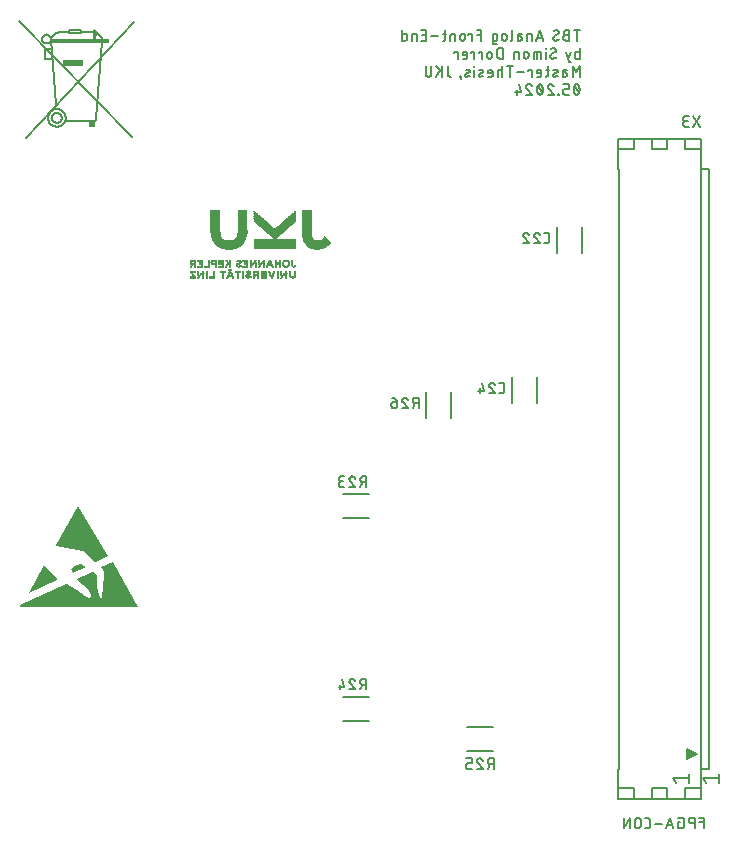
<source format=gbr>
G04 EAGLE Gerber RS-274X export*
G75*
%MOMM*%
%FSLAX34Y34*%
%LPD*%
%INSilkscreen Bottom*%
%IPPOS*%
%AMOC8*
5,1,8,0,0,1.08239X$1,22.5*%
G01*
G04 Define Apertures*
%ADD10C,0.127000*%
%ADD11R,0.106675X0.015238*%
%ADD12R,0.076200X0.015238*%
%ADD13R,0.228600X0.015238*%
%ADD14R,0.137156X0.015238*%
%ADD15R,0.121919X0.015238*%
%ADD16R,0.472438X0.015238*%
%ADD17R,0.152400X0.015238*%
%ADD18R,0.137162X0.015238*%
%ADD19R,0.426719X0.015238*%
%ADD20R,0.106681X0.015238*%
%ADD21R,0.518156X0.015238*%
%ADD22R,0.289556X0.015238*%
%ADD23R,0.304800X0.015238*%
%ADD24R,0.350519X0.015238*%
%ADD25R,0.381000X0.015238*%
%ADD26R,0.167637X0.015238*%
%ADD27R,0.396238X0.015238*%
%ADD28R,0.411475X0.015238*%
%ADD29R,0.441956X0.015238*%
%ADD30R,0.182881X0.015238*%
%ADD31R,0.182875X0.015238*%
%ADD32R,0.457200X0.015238*%
%ADD33R,0.198119X0.015238*%
%ADD34R,0.213356X0.015238*%
%ADD35R,0.213363X0.015238*%
%ADD36R,0.243838X0.015238*%
%ADD37R,0.030481X0.015238*%
%ADD38R,0.259081X0.015238*%
%ADD39R,0.487681X0.015238*%
%ADD40R,0.274319X0.015238*%
%ADD41R,0.320038X0.015238*%
%ADD42R,0.335281X0.015238*%
%ADD43R,0.259075X0.015238*%
%ADD44R,0.015238X0.015238*%
%ADD45R,0.045719X0.015238*%
%ADD46R,0.487675X0.015238*%
%ADD47R,0.502919X0.015238*%
%ADD48R,0.365756X0.015238*%
%ADD49R,0.335275X0.015238*%
%ADD50R,0.411481X0.015238*%
%ADD51R,0.091438X0.015238*%
%ADD52R,0.060956X0.015238*%
%ADD53R,0.030475X0.015238*%
%ADD54R,0.365762X0.015238*%
%ADD55R,0.655319X0.015238*%
%ADD56R,0.670556X0.015238*%
%ADD57R,0.822956X0.015238*%
%ADD58R,3.535681X0.015238*%
%ADD59R,0.975356X0.015238*%
%ADD60R,0.914400X0.015238*%
%ADD61R,1.082037X0.015238*%
%ADD62R,1.005837X0.015238*%
%ADD63R,1.188719X0.015238*%
%ADD64R,1.097275X0.015238*%
%ADD65R,1.280156X0.015238*%
%ADD66R,1.371600X0.015238*%
%ADD67R,1.249675X0.015238*%
%ADD68R,1.447800X0.015238*%
%ADD69R,1.310638X0.015238*%
%ADD70R,1.508756X0.015238*%
%ADD71R,1.584956X0.015238*%
%ADD72R,1.432556X0.015238*%
%ADD73R,1.645919X0.015238*%
%ADD74R,1.478281X0.015238*%
%ADD75R,1.691638X0.015238*%
%ADD76R,1.539238X0.015238*%
%ADD77R,1.752600X0.015238*%
%ADD78R,1.813556X0.015238*%
%ADD79R,1.630681X0.015238*%
%ADD80R,1.844037X0.015238*%
%ADD81R,1.676400X0.015238*%
%ADD82R,1.905000X0.015238*%
%ADD83R,1.706875X0.015238*%
%ADD84R,1.935481X0.015238*%
%ADD85R,1.996438X0.015238*%
%ADD86R,1.798319X0.015238*%
%ADD87R,2.026919X0.015238*%
%ADD88R,1.828800X0.015238*%
%ADD89R,2.057400X0.015238*%
%ADD90R,1.859275X0.015238*%
%ADD91R,2.103119X0.015238*%
%ADD92R,1.889756X0.015238*%
%ADD93R,2.148837X0.015238*%
%ADD94R,2.179319X0.015238*%
%ADD95R,1.965956X0.015238*%
%ADD96R,2.209800X0.015238*%
%ADD97R,1.981200X0.015238*%
%ADD98R,2.240281X0.015238*%
%ADD99R,2.011681X0.015238*%
%ADD100R,2.270756X0.015238*%
%ADD101R,2.042156X0.015238*%
%ADD102R,2.301238X0.015238*%
%ADD103R,2.072637X0.015238*%
%ADD104R,2.331719X0.015238*%
%ADD105R,2.362200X0.015238*%
%ADD106R,2.118356X0.015238*%
%ADD107R,2.392681X0.015238*%
%ADD108R,2.423156X0.015238*%
%ADD109R,2.194562X0.015238*%
%ADD110R,2.453638X0.015238*%
%ADD111R,2.484119X0.015238*%
%ADD112R,2.225038X0.015238*%
%ADD113R,2.499356X0.015238*%
%ADD114R,2.514600X0.015238*%
%ADD115R,2.545081X0.015238*%
%ADD116R,2.575556X0.015238*%
%ADD117R,2.194556X0.015238*%
%ADD118R,2.606038X0.015238*%
%ADD119R,2.636519X0.015238*%
%ADD120R,2.667000X0.015238*%
%ADD121R,2.164075X0.015238*%
%ADD122R,2.697481X0.015238*%
%ADD123R,0.883919X0.015238*%
%ADD124R,1.112519X0.015238*%
%ADD125R,1.203956X0.015238*%
%ADD126R,0.792481X0.015238*%
%ADD127R,1.021075X0.015238*%
%ADD128R,1.127756X0.015238*%
%ADD129R,0.731519X0.015238*%
%ADD130R,0.990600X0.015238*%
%ADD131R,1.097281X0.015238*%
%ADD132R,0.960119X0.015238*%
%ADD133R,1.051562X0.015238*%
%ADD134R,1.036319X0.015238*%
%ADD135R,0.624838X0.015238*%
%ADD136R,0.929638X0.015238*%
%ADD137R,1.021081X0.015238*%
%ADD138R,0.579119X0.015238*%
%ADD139R,0.533400X0.015238*%
%ADD140R,0.944875X0.015238*%
%ADD141R,0.944881X0.015238*%
%ADD142R,0.868681X0.015238*%
%ADD143R,0.853438X0.015238*%
%ADD144R,0.899163X0.015238*%
%ADD145R,0.838200X0.015238*%
%ADD146R,0.899156X0.015238*%
%ADD147R,0.868675X0.015238*%
%ADD148R,0.807719X0.015238*%
%ADD149R,0.563881X0.015238*%
%ADD150R,0.609600X0.015238*%
%ADD151R,0.640081X0.015238*%
%ADD152R,0.792475X0.015238*%
%ADD153R,0.701037X0.015238*%
%ADD154R,0.777238X0.015238*%
%ADD155R,1.066800X0.015238*%
%ADD156R,1.158238X0.015238*%
%ADD157R,1.249681X0.015238*%
%ADD158R,1.341119X0.015238*%
%ADD159R,0.762000X0.015238*%
%ADD160R,1.417319X0.015238*%
%ADD161R,1.463037X0.015238*%
%ADD162R,1.493519X0.015238*%
%ADD163R,1.524000X0.015238*%
%ADD164R,1.554481X0.015238*%
%ADD165R,1.706881X0.015238*%
%ADD166R,1.737356X0.015238*%
%ADD167R,1.767838X0.015238*%
%ADD168R,1.920238X0.015238*%
%ADD169R,1.950719X0.015238*%
%ADD170R,2.133600X0.015238*%
%ADD171R,2.164081X0.015238*%
%ADD172R,1.051556X0.015238*%
%ADD173R,0.975363X0.015238*%
%ADD174R,0.822963X0.015238*%
%ADD175R,0.746762X0.015238*%
%ADD176R,0.716281X0.015238*%
%ADD177R,0.685800X0.015238*%
%ADD178R,0.594363X0.015238*%
%ADD179R,0.594356X0.015238*%
%ADD180R,0.548638X0.015238*%
%ADD181R,0.518162X0.015238*%
%ADD182R,0.441963X0.015238*%
%ADD183R,0.289563X0.015238*%
%ADD184R,0.060963X0.015238*%
%ADD185C,0.152400*%
%ADD186R,0.254000X0.508000*%
%ADD187R,0.127000X0.381000*%
%ADD188R,0.254000X0.254000*%
%ADD189C,0.166400*%
%ADD190R,4.886800X0.353500*%
%ADD191R,1.684300X0.582200*%
%ADD192R,0.582300X0.561400*%
G36*
X146884Y227395D02*
X146377Y229422D01*
X147404Y230961D01*
X148886Y231950D01*
X153668Y233384D01*
X154719Y233384D01*
X158405Y230751D01*
X147962Y225778D01*
X146884Y227395D01*
G37*
G36*
X110042Y209073D02*
X123487Y232602D01*
X134137Y220983D01*
X134137Y220273D01*
X110278Y208820D01*
X110042Y209073D01*
G37*
G36*
X156368Y244293D02*
X155944Y244716D01*
X133196Y248982D01*
X133196Y250183D01*
X152287Y283116D01*
X177129Y240121D01*
X167428Y235271D01*
X166339Y235271D01*
X156368Y244293D01*
G37*
G36*
X102554Y198887D02*
X141865Y216884D01*
X142926Y216884D01*
X146757Y214489D01*
X151007Y211657D01*
X154304Y209303D01*
X158065Y206952D01*
X161306Y205099D01*
X162090Y205099D01*
X162465Y205474D01*
X162895Y206334D01*
X162895Y207638D01*
X161983Y209460D01*
X160122Y212252D01*
X151110Y220316D01*
X151110Y221040D01*
X164019Y227255D01*
X165608Y227255D01*
X168079Y223796D01*
X168079Y214777D01*
X168546Y210572D01*
X169476Y207783D01*
X170383Y205968D01*
X171686Y205099D01*
X172340Y205099D01*
X173737Y223730D01*
X173737Y227437D01*
X173295Y228322D01*
X171752Y230893D01*
X181140Y235340D01*
X202661Y197558D01*
X102554Y197558D01*
X102554Y198887D01*
G37*
D10*
X681990Y10160D02*
X681990Y19050D01*
X678039Y19050D01*
X678039Y15099D02*
X681990Y15099D01*
X673915Y19050D02*
X673915Y10160D01*
X673915Y19050D02*
X671445Y19050D01*
X671347Y19048D01*
X671249Y19042D01*
X671151Y19032D01*
X671054Y19019D01*
X670957Y19001D01*
X670861Y18980D01*
X670767Y18955D01*
X670673Y18926D01*
X670580Y18894D01*
X670489Y18857D01*
X670399Y18818D01*
X670311Y18774D01*
X670225Y18727D01*
X670140Y18677D01*
X670058Y18624D01*
X669978Y18567D01*
X669900Y18507D01*
X669825Y18444D01*
X669752Y18378D01*
X669682Y18309D01*
X669615Y18238D01*
X669550Y18164D01*
X669489Y18087D01*
X669430Y18008D01*
X669375Y17927D01*
X669323Y17844D01*
X669275Y17758D01*
X669230Y17671D01*
X669188Y17582D01*
X669150Y17492D01*
X669116Y17400D01*
X669085Y17307D01*
X669058Y17212D01*
X669035Y17117D01*
X669015Y17020D01*
X669000Y16924D01*
X668988Y16826D01*
X668980Y16728D01*
X668976Y16630D01*
X668976Y16532D01*
X668980Y16434D01*
X668988Y16336D01*
X669000Y16238D01*
X669015Y16142D01*
X669035Y16045D01*
X669058Y15950D01*
X669085Y15855D01*
X669116Y15762D01*
X669150Y15670D01*
X669188Y15580D01*
X669230Y15491D01*
X669275Y15404D01*
X669323Y15318D01*
X669375Y15235D01*
X669430Y15154D01*
X669489Y15075D01*
X669550Y14998D01*
X669615Y14924D01*
X669682Y14853D01*
X669752Y14784D01*
X669825Y14718D01*
X669900Y14655D01*
X669978Y14595D01*
X670058Y14538D01*
X670140Y14485D01*
X670225Y14435D01*
X670311Y14388D01*
X670399Y14344D01*
X670489Y14305D01*
X670580Y14268D01*
X670673Y14236D01*
X670767Y14207D01*
X670861Y14182D01*
X670957Y14161D01*
X671054Y14143D01*
X671151Y14130D01*
X671249Y14120D01*
X671347Y14114D01*
X671445Y14112D01*
X671445Y14111D02*
X673915Y14111D01*
X661487Y15099D02*
X660006Y15099D01*
X660006Y10160D01*
X662969Y10160D01*
X663055Y10162D01*
X663141Y10168D01*
X663227Y10177D01*
X663312Y10190D01*
X663397Y10207D01*
X663480Y10227D01*
X663563Y10251D01*
X663645Y10279D01*
X663725Y10310D01*
X663804Y10345D01*
X663881Y10383D01*
X663957Y10425D01*
X664031Y10469D01*
X664102Y10517D01*
X664172Y10568D01*
X664239Y10622D01*
X664304Y10679D01*
X664366Y10739D01*
X664426Y10801D01*
X664483Y10866D01*
X664537Y10933D01*
X664588Y11003D01*
X664636Y11074D01*
X664680Y11148D01*
X664722Y11224D01*
X664760Y11301D01*
X664795Y11380D01*
X664826Y11460D01*
X664854Y11542D01*
X664878Y11625D01*
X664898Y11708D01*
X664915Y11793D01*
X664928Y11878D01*
X664937Y11964D01*
X664943Y12050D01*
X664945Y12136D01*
X664944Y12136D02*
X664944Y17074D01*
X664945Y17074D02*
X664943Y17163D01*
X664937Y17251D01*
X664927Y17339D01*
X664913Y17427D01*
X664895Y17514D01*
X664874Y17600D01*
X664848Y17685D01*
X664819Y17768D01*
X664786Y17851D01*
X664749Y17931D01*
X664709Y18010D01*
X664665Y18087D01*
X664618Y18163D01*
X664568Y18235D01*
X664514Y18306D01*
X664457Y18374D01*
X664397Y18440D01*
X664335Y18502D01*
X664269Y18562D01*
X664201Y18619D01*
X664130Y18673D01*
X664058Y18723D01*
X663983Y18770D01*
X663905Y18814D01*
X663826Y18854D01*
X663746Y18891D01*
X663663Y18924D01*
X663580Y18953D01*
X663495Y18979D01*
X663409Y19000D01*
X663322Y19018D01*
X663234Y19032D01*
X663146Y19042D01*
X663058Y19048D01*
X662969Y19050D01*
X660006Y19050D01*
X653026Y19050D02*
X655990Y10160D01*
X650063Y10160D02*
X653026Y19050D01*
X650804Y12383D02*
X655249Y12383D01*
X646236Y13617D02*
X640309Y13617D01*
X634047Y10160D02*
X632071Y10160D01*
X634047Y10160D02*
X634133Y10162D01*
X634219Y10168D01*
X634305Y10177D01*
X634390Y10190D01*
X634475Y10207D01*
X634558Y10227D01*
X634641Y10251D01*
X634723Y10279D01*
X634803Y10310D01*
X634882Y10345D01*
X634959Y10383D01*
X635035Y10425D01*
X635109Y10469D01*
X635180Y10517D01*
X635250Y10568D01*
X635317Y10622D01*
X635382Y10679D01*
X635444Y10739D01*
X635504Y10801D01*
X635561Y10866D01*
X635615Y10933D01*
X635666Y11003D01*
X635714Y11074D01*
X635758Y11148D01*
X635800Y11224D01*
X635838Y11301D01*
X635873Y11380D01*
X635904Y11460D01*
X635932Y11542D01*
X635956Y11625D01*
X635976Y11708D01*
X635993Y11793D01*
X636006Y11878D01*
X636015Y11964D01*
X636021Y12050D01*
X636023Y12136D01*
X636023Y17074D01*
X636021Y17163D01*
X636015Y17251D01*
X636005Y17339D01*
X635991Y17427D01*
X635973Y17514D01*
X635952Y17600D01*
X635926Y17685D01*
X635897Y17768D01*
X635864Y17851D01*
X635827Y17931D01*
X635787Y18010D01*
X635743Y18087D01*
X635696Y18163D01*
X635646Y18235D01*
X635592Y18306D01*
X635535Y18374D01*
X635475Y18440D01*
X635413Y18502D01*
X635347Y18562D01*
X635279Y18619D01*
X635208Y18673D01*
X635136Y18723D01*
X635061Y18770D01*
X634983Y18814D01*
X634904Y18854D01*
X634824Y18891D01*
X634741Y18924D01*
X634658Y18953D01*
X634573Y18979D01*
X634487Y19000D01*
X634400Y19018D01*
X634312Y19032D01*
X634224Y19042D01*
X634136Y19048D01*
X634047Y19050D01*
X632071Y19050D01*
X628369Y16581D02*
X628369Y12629D01*
X628368Y16581D02*
X628366Y16679D01*
X628360Y16777D01*
X628350Y16875D01*
X628337Y16972D01*
X628319Y17069D01*
X628298Y17165D01*
X628273Y17259D01*
X628244Y17353D01*
X628212Y17446D01*
X628175Y17537D01*
X628136Y17627D01*
X628092Y17715D01*
X628045Y17801D01*
X627995Y17886D01*
X627942Y17968D01*
X627885Y18048D01*
X627825Y18126D01*
X627762Y18201D01*
X627696Y18274D01*
X627627Y18344D01*
X627556Y18411D01*
X627482Y18476D01*
X627405Y18537D01*
X627326Y18596D01*
X627245Y18651D01*
X627162Y18703D01*
X627076Y18751D01*
X626989Y18796D01*
X626900Y18838D01*
X626810Y18876D01*
X626718Y18910D01*
X626625Y18941D01*
X626530Y18968D01*
X626435Y18991D01*
X626338Y19011D01*
X626242Y19026D01*
X626144Y19038D01*
X626046Y19046D01*
X625948Y19050D01*
X625850Y19050D01*
X625752Y19046D01*
X625654Y19038D01*
X625556Y19026D01*
X625460Y19011D01*
X625363Y18991D01*
X625268Y18968D01*
X625173Y18941D01*
X625080Y18910D01*
X624988Y18876D01*
X624898Y18838D01*
X624809Y18796D01*
X624722Y18751D01*
X624636Y18703D01*
X624553Y18651D01*
X624472Y18596D01*
X624393Y18537D01*
X624316Y18476D01*
X624242Y18411D01*
X624171Y18344D01*
X624102Y18274D01*
X624036Y18201D01*
X623973Y18126D01*
X623913Y18048D01*
X623856Y17968D01*
X623803Y17886D01*
X623753Y17801D01*
X623706Y17715D01*
X623662Y17627D01*
X623623Y17537D01*
X623586Y17446D01*
X623554Y17353D01*
X623525Y17259D01*
X623500Y17165D01*
X623479Y17069D01*
X623461Y16972D01*
X623448Y16875D01*
X623438Y16777D01*
X623432Y16679D01*
X623430Y16581D01*
X623430Y12629D01*
X623432Y12531D01*
X623438Y12433D01*
X623448Y12335D01*
X623461Y12238D01*
X623479Y12141D01*
X623500Y12045D01*
X623525Y11951D01*
X623554Y11857D01*
X623586Y11764D01*
X623623Y11673D01*
X623662Y11583D01*
X623706Y11495D01*
X623753Y11409D01*
X623803Y11324D01*
X623856Y11242D01*
X623913Y11162D01*
X623973Y11084D01*
X624036Y11009D01*
X624102Y10936D01*
X624171Y10866D01*
X624242Y10799D01*
X624316Y10734D01*
X624393Y10673D01*
X624472Y10614D01*
X624553Y10559D01*
X624636Y10507D01*
X624722Y10459D01*
X624809Y10414D01*
X624898Y10372D01*
X624988Y10334D01*
X625080Y10300D01*
X625173Y10269D01*
X625268Y10242D01*
X625363Y10219D01*
X625460Y10199D01*
X625556Y10184D01*
X625654Y10172D01*
X625752Y10164D01*
X625850Y10160D01*
X625948Y10160D01*
X626046Y10164D01*
X626144Y10172D01*
X626242Y10184D01*
X626338Y10199D01*
X626435Y10219D01*
X626530Y10242D01*
X626625Y10269D01*
X626718Y10300D01*
X626810Y10334D01*
X626900Y10372D01*
X626989Y10414D01*
X627076Y10459D01*
X627162Y10507D01*
X627245Y10559D01*
X627326Y10614D01*
X627405Y10673D01*
X627482Y10734D01*
X627556Y10799D01*
X627627Y10866D01*
X627696Y10936D01*
X627762Y11009D01*
X627825Y11084D01*
X627885Y11162D01*
X627942Y11242D01*
X627995Y11324D01*
X628045Y11409D01*
X628092Y11495D01*
X628136Y11583D01*
X628175Y11673D01*
X628212Y11764D01*
X628244Y11857D01*
X628273Y11951D01*
X628298Y12045D01*
X628319Y12141D01*
X628337Y12238D01*
X628350Y12335D01*
X628360Y12433D01*
X628366Y12531D01*
X628368Y12629D01*
X618920Y10160D02*
X618920Y19050D01*
X613981Y10160D01*
X613981Y19050D01*
D11*
X333553Y475209D03*
D12*
X296215Y475209D03*
D13*
X333553Y475361D03*
D14*
X328371Y475361D03*
D15*
X324180Y475361D03*
D14*
X320904Y475361D03*
D15*
X315798Y475361D03*
D16*
X309169Y475361D03*
D15*
X304521Y475361D03*
D17*
X300711Y475361D03*
D13*
X296215Y475361D03*
D14*
X291643Y475361D03*
X287071Y475361D03*
X283413Y475361D03*
D18*
X278384Y475361D03*
D15*
X274803Y475361D03*
D19*
X265506Y475361D03*
D14*
X261315Y475361D03*
D15*
X258039Y475361D03*
D20*
X253848Y475361D03*
D21*
X249199Y475361D03*
D22*
X333553Y475513D03*
D14*
X328371Y475513D03*
X324256Y475513D03*
D15*
X320980Y475513D03*
D14*
X315874Y475513D03*
D16*
X309169Y475513D03*
D15*
X304521Y475513D03*
D17*
X300863Y475513D03*
D23*
X296291Y475513D03*
D14*
X291643Y475513D03*
X287071Y475513D03*
D15*
X283337Y475513D03*
D18*
X278384Y475513D03*
D15*
X274803Y475513D03*
D19*
X265506Y475513D03*
D15*
X261239Y475513D03*
X258039Y475513D03*
X253924Y475513D03*
D21*
X249199Y475513D03*
D24*
X333553Y475666D03*
D14*
X328371Y475666D03*
X324256Y475666D03*
D15*
X320980Y475666D03*
D17*
X315798Y475666D03*
D16*
X309169Y475666D03*
D15*
X304521Y475666D03*
D17*
X300863Y475666D03*
D24*
X296367Y475666D03*
D14*
X291643Y475666D03*
X287071Y475666D03*
X283261Y475666D03*
X278536Y475666D03*
D15*
X274803Y475666D03*
D19*
X265506Y475666D03*
D15*
X261239Y475666D03*
X258039Y475666D03*
D18*
X254000Y475666D03*
D21*
X249199Y475666D03*
D25*
X333553Y475818D03*
D14*
X328371Y475818D03*
D17*
X324333Y475818D03*
D15*
X320980Y475818D03*
D26*
X315874Y475818D03*
D16*
X309169Y475818D03*
D15*
X304521Y475818D03*
D17*
X301015Y475818D03*
D27*
X296291Y475818D03*
D14*
X291643Y475818D03*
X287071Y475818D03*
X283261Y475818D03*
X278536Y475818D03*
D15*
X274803Y475818D03*
D19*
X265506Y475818D03*
D15*
X261239Y475818D03*
X258039Y475818D03*
D17*
X254076Y475818D03*
D21*
X249199Y475818D03*
D28*
X333553Y475971D03*
D14*
X328371Y475971D03*
D26*
X324409Y475971D03*
D15*
X320980Y475971D03*
D26*
X315874Y475971D03*
D16*
X309169Y475971D03*
D15*
X304521Y475971D03*
D17*
X301168Y475971D03*
D19*
X296443Y475971D03*
D14*
X291643Y475971D03*
X287071Y475971D03*
D15*
X283185Y475971D03*
D14*
X278689Y475971D03*
D15*
X274803Y475971D03*
D19*
X265506Y475971D03*
D15*
X261239Y475971D03*
X258039Y475971D03*
D17*
X254076Y475971D03*
D21*
X249199Y475971D03*
D29*
X333553Y476123D03*
D14*
X328371Y476123D03*
D30*
X324485Y476123D03*
D15*
X320980Y476123D03*
D31*
X315798Y476123D03*
D16*
X309169Y476123D03*
D15*
X304521Y476123D03*
D17*
X301168Y476123D03*
D32*
X296443Y476123D03*
D14*
X291643Y476123D03*
X287071Y476123D03*
X283108Y476123D03*
X278689Y476123D03*
D15*
X274803Y476123D03*
D19*
X265506Y476123D03*
D15*
X261239Y476123D03*
X258039Y476123D03*
D26*
X254152Y476123D03*
D21*
X249199Y476123D03*
D29*
X333553Y476275D03*
D14*
X328371Y476275D03*
D30*
X324485Y476275D03*
D15*
X320980Y476275D03*
D33*
X315874Y476275D03*
D16*
X309169Y476275D03*
D15*
X304521Y476275D03*
D17*
X301320Y476275D03*
D32*
X296291Y476275D03*
D14*
X291643Y476275D03*
X287071Y476275D03*
D15*
X283032Y476275D03*
X278765Y476275D03*
X274803Y476275D03*
D19*
X265506Y476275D03*
D15*
X261239Y476275D03*
X258039Y476275D03*
D30*
X254229Y476275D03*
D21*
X249199Y476275D03*
D30*
X335001Y476428D03*
X332105Y476428D03*
D14*
X328371Y476428D03*
D33*
X324561Y476428D03*
D15*
X320980Y476428D03*
D34*
X315798Y476428D03*
D14*
X310845Y476428D03*
D15*
X304521Y476428D03*
D17*
X301473Y476428D03*
X297663Y476428D03*
X294767Y476428D03*
D14*
X291643Y476428D03*
X287071Y476428D03*
D18*
X282956Y476428D03*
D14*
X278841Y476428D03*
D15*
X274803Y476428D03*
D19*
X265506Y476428D03*
D15*
X261239Y476428D03*
X258039Y476428D03*
D33*
X254305Y476428D03*
D26*
X250800Y476428D03*
D17*
X335153Y476580D03*
X331953Y476580D03*
D14*
X328371Y476580D03*
D34*
X324637Y476580D03*
D15*
X320980Y476580D03*
D13*
X315874Y476580D03*
D14*
X310845Y476580D03*
D15*
X304521Y476580D03*
D14*
X301549Y476580D03*
D15*
X297815Y476580D03*
D14*
X294691Y476580D03*
X291643Y476580D03*
X287071Y476580D03*
D15*
X282880Y476580D03*
D14*
X278841Y476580D03*
D15*
X274803Y476580D03*
X267030Y476580D03*
X261239Y476580D03*
X258039Y476580D03*
D33*
X254305Y476580D03*
D17*
X250723Y476580D03*
X335305Y476733D03*
X331800Y476733D03*
D14*
X328371Y476733D03*
D13*
X324714Y476733D03*
D15*
X320980Y476733D03*
D13*
X315874Y476733D03*
D14*
X310845Y476733D03*
D15*
X304521Y476733D03*
D17*
X301625Y476733D03*
D12*
X297891Y476733D03*
D15*
X294615Y476733D03*
D14*
X291643Y476733D03*
X287071Y476733D03*
D21*
X280899Y476733D03*
D15*
X274803Y476733D03*
X267030Y476733D03*
X261239Y476733D03*
X258039Y476733D03*
D35*
X254381Y476733D03*
D17*
X250571Y476733D03*
D14*
X335382Y476885D03*
D18*
X331724Y476885D03*
D14*
X328371Y476885D03*
D13*
X324714Y476885D03*
D15*
X320980Y476885D03*
D36*
X315798Y476885D03*
D14*
X310845Y476885D03*
D15*
X304521Y476885D03*
D17*
X301777Y476885D03*
D37*
X297967Y476885D03*
D15*
X294615Y476885D03*
D14*
X291643Y476885D03*
X287071Y476885D03*
D21*
X280899Y476885D03*
D15*
X274803Y476885D03*
X267030Y476885D03*
X261239Y476885D03*
X258039Y476885D03*
D13*
X254457Y476885D03*
D17*
X250419Y476885D03*
D14*
X335382Y477037D03*
D18*
X331724Y477037D03*
D14*
X328371Y477037D03*
D36*
X324790Y477037D03*
D15*
X320980Y477037D03*
D38*
X315874Y477037D03*
D14*
X310845Y477037D03*
D15*
X304521Y477037D03*
D14*
X301854Y477037D03*
X294538Y477037D03*
X291643Y477037D03*
X287071Y477037D03*
D39*
X280899Y477037D03*
D15*
X274803Y477037D03*
X267030Y477037D03*
X261239Y477037D03*
X258039Y477037D03*
D36*
X254533Y477037D03*
D17*
X250266Y477037D03*
D15*
X335458Y477190D03*
D14*
X331572Y477190D03*
X328371Y477190D03*
D38*
X324866Y477190D03*
D15*
X320980Y477190D03*
X316560Y477190D03*
D14*
X315112Y477190D03*
X310845Y477190D03*
D15*
X304521Y477190D03*
D17*
X301930Y477190D03*
D14*
X294538Y477190D03*
X291643Y477190D03*
X287071Y477190D03*
D39*
X280899Y477190D03*
D15*
X274803Y477190D03*
X267030Y477190D03*
X261239Y477190D03*
X258039Y477190D03*
D36*
X254533Y477190D03*
D17*
X250114Y477190D03*
D18*
X335534Y477342D03*
D14*
X331572Y477342D03*
X328371Y477342D03*
D40*
X324942Y477342D03*
D15*
X320980Y477342D03*
D14*
X316636Y477342D03*
D15*
X315036Y477342D03*
D14*
X310845Y477342D03*
D25*
X303225Y477342D03*
D14*
X294691Y477342D03*
X291643Y477342D03*
X287071Y477342D03*
D32*
X280899Y477342D03*
D15*
X274803Y477342D03*
X267030Y477342D03*
X261239Y477342D03*
X258039Y477342D03*
D38*
X254610Y477342D03*
D17*
X250114Y477342D03*
D18*
X335534Y477495D03*
D14*
X331572Y477495D03*
X328371Y477495D03*
D40*
X324942Y477495D03*
D15*
X320980Y477495D03*
D14*
X316636Y477495D03*
D18*
X314960Y477495D03*
D14*
X310845Y477495D03*
D25*
X303225Y477495D03*
D26*
X294843Y477495D03*
D14*
X291643Y477495D03*
X287071Y477495D03*
D32*
X280899Y477495D03*
D15*
X274803Y477495D03*
X267030Y477495D03*
X261239Y477495D03*
X258039Y477495D03*
D40*
X254686Y477495D03*
D17*
X249961Y477495D03*
D18*
X335534Y477647D03*
D14*
X331572Y477647D03*
X328371Y477647D03*
D17*
X325704Y477647D03*
D15*
X324180Y477647D03*
X320980Y477647D03*
X316713Y477647D03*
X314884Y477647D03*
D14*
X310845Y477647D03*
D28*
X303073Y477647D03*
D33*
X294996Y477647D03*
D14*
X291643Y477647D03*
X287071Y477647D03*
D29*
X280822Y477647D03*
D15*
X274803Y477647D03*
X267030Y477647D03*
X261239Y477647D03*
X258039Y477647D03*
D17*
X255448Y477647D03*
D15*
X253924Y477647D03*
D17*
X249809Y477647D03*
D18*
X335534Y477799D03*
D15*
X331495Y477799D03*
D14*
X328371Y477799D03*
D17*
X325857Y477799D03*
D15*
X324180Y477799D03*
X320980Y477799D03*
D14*
X316789Y477799D03*
D15*
X314884Y477799D03*
D19*
X309397Y477799D03*
D29*
X302920Y477799D03*
D38*
X295300Y477799D03*
D14*
X291643Y477799D03*
X287071Y477799D03*
X282346Y477799D03*
X279451Y477799D03*
D15*
X274803Y477799D03*
X267030Y477799D03*
X261239Y477799D03*
X258039Y477799D03*
D17*
X255448Y477799D03*
D15*
X253924Y477799D03*
D17*
X249657Y477799D03*
D18*
X335534Y477952D03*
D15*
X331495Y477952D03*
D14*
X328371Y477952D03*
D17*
X326009Y477952D03*
D15*
X324180Y477952D03*
X320980Y477952D03*
X316865Y477952D03*
D14*
X314808Y477952D03*
D19*
X309397Y477952D03*
D32*
X302844Y477952D03*
D23*
X295681Y477952D03*
D14*
X291643Y477952D03*
X287071Y477952D03*
X282346Y477952D03*
X279451Y477952D03*
D15*
X274803Y477952D03*
X267030Y477952D03*
X261239Y477952D03*
X258039Y477952D03*
D17*
X255600Y477952D03*
D15*
X253924Y477952D03*
D17*
X249504Y477952D03*
D18*
X335534Y478104D03*
D15*
X331495Y478104D03*
D14*
X328371Y478104D03*
D17*
X326009Y478104D03*
D15*
X324180Y478104D03*
X320980Y478104D03*
D14*
X316941Y478104D03*
D15*
X314731Y478104D03*
D19*
X309397Y478104D03*
D16*
X302768Y478104D03*
D41*
X295910Y478104D03*
D14*
X291643Y478104D03*
X287071Y478104D03*
D15*
X282270Y478104D03*
X279527Y478104D03*
X274803Y478104D03*
X267030Y478104D03*
X261239Y478104D03*
X258039Y478104D03*
D17*
X255753Y478104D03*
D15*
X253924Y478104D03*
D17*
X249352Y478104D03*
D18*
X335534Y478257D03*
D15*
X331495Y478257D03*
D14*
X328371Y478257D03*
D17*
X326161Y478257D03*
D15*
X324180Y478257D03*
X320980Y478257D03*
D14*
X316941Y478257D03*
X314655Y478257D03*
D19*
X309397Y478257D03*
D16*
X302768Y478257D03*
D42*
X296139Y478257D03*
D14*
X291643Y478257D03*
X287071Y478257D03*
D18*
X282194Y478257D03*
D14*
X279603Y478257D03*
D15*
X274803Y478257D03*
X267030Y478257D03*
X261239Y478257D03*
X258039Y478257D03*
D17*
X255905Y478257D03*
D15*
X253924Y478257D03*
D17*
X249199Y478257D03*
D18*
X335534Y478409D03*
D15*
X331495Y478409D03*
D14*
X328371Y478409D03*
D17*
X326314Y478409D03*
D15*
X324180Y478409D03*
X320980Y478409D03*
X317017Y478409D03*
D14*
X314655Y478409D03*
D19*
X309397Y478409D03*
D14*
X304444Y478409D03*
D31*
X301168Y478409D03*
D42*
X296291Y478409D03*
D14*
X291643Y478409D03*
X287071Y478409D03*
D15*
X282118Y478409D03*
X279679Y478409D03*
X274803Y478409D03*
X267030Y478409D03*
X261239Y478409D03*
X258039Y478409D03*
D26*
X255981Y478409D03*
D15*
X253924Y478409D03*
D17*
X249199Y478409D03*
D18*
X335534Y478561D03*
D15*
X331495Y478561D03*
D14*
X328371Y478561D03*
D17*
X326466Y478561D03*
D15*
X324180Y478561D03*
X320980Y478561D03*
D14*
X317094Y478561D03*
D15*
X314579Y478561D03*
D19*
X309397Y478561D03*
D15*
X304521Y478561D03*
D17*
X301015Y478561D03*
D41*
X296520Y478561D03*
D14*
X291643Y478561D03*
X287071Y478561D03*
D15*
X282118Y478561D03*
X279679Y478561D03*
X274803Y478561D03*
X267030Y478561D03*
X261239Y478561D03*
X258039Y478561D03*
D17*
X256057Y478561D03*
D15*
X253924Y478561D03*
D17*
X249047Y478561D03*
D18*
X335534Y478714D03*
D15*
X331495Y478714D03*
D14*
X328371Y478714D03*
D26*
X326542Y478714D03*
D15*
X324180Y478714D03*
X320980Y478714D03*
D14*
X317094Y478714D03*
X314503Y478714D03*
D19*
X309397Y478714D03*
D15*
X304521Y478714D03*
D17*
X300863Y478714D03*
D23*
X296748Y478714D03*
D14*
X291643Y478714D03*
X287071Y478714D03*
D15*
X281965Y478714D03*
D14*
X279756Y478714D03*
D15*
X274803Y478714D03*
X267030Y478714D03*
X261239Y478714D03*
X258039Y478714D03*
D17*
X256210Y478714D03*
D15*
X253924Y478714D03*
D17*
X248895Y478714D03*
D18*
X335534Y478866D03*
D15*
X331495Y478866D03*
D14*
X328371Y478866D03*
D17*
X326619Y478866D03*
D15*
X324180Y478866D03*
X320980Y478866D03*
D18*
X317246Y478866D03*
D14*
X314503Y478866D03*
D19*
X309397Y478866D03*
D15*
X304521Y478866D03*
D14*
X300787Y478866D03*
D40*
X297053Y478866D03*
D14*
X291643Y478866D03*
X287071Y478866D03*
D15*
X281965Y478866D03*
X279832Y478866D03*
X274803Y478866D03*
X267030Y478866D03*
X261239Y478866D03*
X258039Y478866D03*
D17*
X256362Y478866D03*
D15*
X253924Y478866D03*
D17*
X248742Y478866D03*
D18*
X335534Y479019D03*
D15*
X331495Y479019D03*
D14*
X328371Y479019D03*
D17*
X326771Y479019D03*
D15*
X324180Y479019D03*
X320980Y479019D03*
D18*
X317246Y479019D03*
D14*
X314350Y479019D03*
X310845Y479019D03*
D15*
X304521Y479019D03*
X300711Y479019D03*
D34*
X297358Y479019D03*
D14*
X291643Y479019D03*
X287071Y479019D03*
X281889Y479019D03*
D18*
X279908Y479019D03*
D15*
X274803Y479019D03*
X267030Y479019D03*
X261239Y479019D03*
X258039Y479019D03*
D26*
X256438Y479019D03*
D15*
X253924Y479019D03*
D17*
X248590Y479019D03*
D18*
X335534Y479171D03*
D15*
X331495Y479171D03*
D22*
X327609Y479171D03*
D15*
X324180Y479171D03*
X320980Y479171D03*
X317322Y479171D03*
D14*
X314350Y479171D03*
X310845Y479171D03*
D15*
X304521Y479171D03*
X300711Y479171D03*
D26*
X297586Y479171D03*
D14*
X291643Y479171D03*
X287071Y479171D03*
D15*
X281813Y479171D03*
X279984Y479171D03*
X274803Y479171D03*
X267030Y479171D03*
X261239Y479171D03*
D22*
X257200Y479171D03*
D15*
X253924Y479171D03*
D17*
X248437Y479171D03*
D18*
X335534Y479323D03*
D15*
X331495Y479323D03*
D22*
X327609Y479323D03*
D15*
X324180Y479323D03*
X320980Y479323D03*
D14*
X317398Y479323D03*
D15*
X314274Y479323D03*
D14*
X310845Y479323D03*
D15*
X304521Y479323D03*
X300711Y479323D03*
D14*
X297739Y479323D03*
X291643Y479323D03*
X287071Y479323D03*
D15*
X281813Y479323D03*
X279984Y479323D03*
X274803Y479323D03*
X267030Y479323D03*
X261239Y479323D03*
D40*
X257277Y479323D03*
D15*
X253924Y479323D03*
D17*
X248285Y479323D03*
D18*
X335534Y479476D03*
D15*
X331495Y479476D03*
D40*
X327685Y479476D03*
D15*
X324180Y479476D03*
X320980Y479476D03*
D14*
X317398Y479476D03*
D18*
X314198Y479476D03*
D14*
X310845Y479476D03*
D15*
X304521Y479476D03*
X300711Y479476D03*
X297815Y479476D03*
D14*
X291643Y479476D03*
X287071Y479476D03*
D15*
X281661Y479476D03*
X280137Y479476D03*
X274803Y479476D03*
X267030Y479476D03*
X261239Y479476D03*
D43*
X257353Y479476D03*
D15*
X253924Y479476D03*
D17*
X248285Y479476D03*
D18*
X335534Y479628D03*
D15*
X331495Y479628D03*
D38*
X327762Y479628D03*
D15*
X324180Y479628D03*
X320980Y479628D03*
D14*
X317551Y479628D03*
D18*
X314198Y479628D03*
D14*
X310845Y479628D03*
D15*
X304521Y479628D03*
D14*
X300787Y479628D03*
D15*
X297815Y479628D03*
D14*
X291643Y479628D03*
X287071Y479628D03*
D15*
X281661Y479628D03*
X280137Y479628D03*
X274803Y479628D03*
X267030Y479628D03*
X261239Y479628D03*
D43*
X257353Y479628D03*
D15*
X253924Y479628D03*
D17*
X248133Y479628D03*
D18*
X335534Y479781D03*
D15*
X331495Y479781D03*
D36*
X327838Y479781D03*
D15*
X324180Y479781D03*
X320980Y479781D03*
D14*
X317551Y479781D03*
X314046Y479781D03*
X310845Y479781D03*
D15*
X304521Y479781D03*
D14*
X300787Y479781D03*
D15*
X297815Y479781D03*
D44*
X294843Y479781D03*
D14*
X291643Y479781D03*
X287071Y479781D03*
D38*
X280822Y479781D03*
D15*
X274803Y479781D03*
X267030Y479781D03*
X261239Y479781D03*
D36*
X257429Y479781D03*
D15*
X253924Y479781D03*
D17*
X247980Y479781D03*
D18*
X335534Y479933D03*
D15*
X331495Y479933D03*
D36*
X327838Y479933D03*
D15*
X324180Y479933D03*
X320980Y479933D03*
D14*
X317551Y479933D03*
X314046Y479933D03*
X310845Y479933D03*
D15*
X304521Y479933D03*
D17*
X300863Y479933D03*
D15*
X297815Y479933D03*
D45*
X294843Y479933D03*
D14*
X291643Y479933D03*
X287071Y479933D03*
D36*
X280899Y479933D03*
D15*
X274803Y479933D03*
X267030Y479933D03*
X261239Y479933D03*
D13*
X257505Y479933D03*
D15*
X253924Y479933D03*
D17*
X247828Y479933D03*
D18*
X335534Y480085D03*
D15*
X331495Y480085D03*
D13*
X327914Y480085D03*
D15*
X324180Y480085D03*
X320980Y480085D03*
D14*
X317703Y480085D03*
X314046Y480085D03*
X310845Y480085D03*
D15*
X304521Y480085D03*
D26*
X300939Y480085D03*
D14*
X297739Y480085D03*
D12*
X294996Y480085D03*
D14*
X291643Y480085D03*
X287071Y480085D03*
D36*
X280899Y480085D03*
D15*
X274803Y480085D03*
X267030Y480085D03*
X261239Y480085D03*
D34*
X257581Y480085D03*
D15*
X253924Y480085D03*
D17*
X247675Y480085D03*
D18*
X335534Y480238D03*
D15*
X331495Y480238D03*
D34*
X327990Y480238D03*
D15*
X324180Y480238D03*
X320980Y480238D03*
D14*
X317703Y480238D03*
X313893Y480238D03*
X310845Y480238D03*
D23*
X308483Y480238D03*
D46*
X302692Y480238D03*
D17*
X297663Y480238D03*
D18*
X295148Y480238D03*
D14*
X291643Y480238D03*
D47*
X287071Y480238D03*
D34*
X280899Y480238D03*
D21*
X274803Y480238D03*
D15*
X267030Y480238D03*
X261239Y480238D03*
D34*
X257581Y480238D03*
D15*
X253924Y480238D03*
D26*
X247599Y480238D03*
D18*
X335534Y480390D03*
D15*
X331495Y480390D03*
D33*
X328066Y480390D03*
D15*
X324180Y480390D03*
X320980Y480390D03*
D14*
X317856Y480390D03*
X313893Y480390D03*
D32*
X309245Y480390D03*
D46*
X302692Y480390D03*
D27*
X296291Y480390D03*
D14*
X291643Y480390D03*
D47*
X287071Y480390D03*
D34*
X280899Y480390D03*
D47*
X274879Y480390D03*
D15*
X267030Y480390D03*
X261239Y480390D03*
D33*
X257658Y480390D03*
D15*
X253924Y480390D03*
D47*
X249123Y480390D03*
D18*
X335534Y480543D03*
D15*
X331495Y480543D03*
D33*
X328066Y480543D03*
D15*
X324180Y480543D03*
X320980Y480543D03*
D14*
X317856Y480543D03*
X313741Y480543D03*
D32*
X309245Y480543D03*
D16*
X302768Y480543D03*
D28*
X296215Y480543D03*
D14*
X291643Y480543D03*
D47*
X287071Y480543D03*
D30*
X280899Y480543D03*
D47*
X274879Y480543D03*
D15*
X267030Y480543D03*
X261239Y480543D03*
D31*
X257734Y480543D03*
D15*
X253924Y480543D03*
D47*
X249123Y480543D03*
D18*
X335534Y480695D03*
D15*
X331495Y480695D03*
D30*
X328143Y480695D03*
D15*
X324180Y480695D03*
X320980Y480695D03*
D14*
X317856Y480695D03*
X313741Y480695D03*
D32*
X309245Y480695D03*
X302844Y480695D03*
D27*
X296139Y480695D03*
D14*
X291643Y480695D03*
D47*
X287071Y480695D03*
D30*
X280899Y480695D03*
D47*
X274879Y480695D03*
D15*
X267030Y480695D03*
X261239Y480695D03*
D26*
X257810Y480695D03*
D15*
X253924Y480695D03*
D47*
X249123Y480695D03*
D18*
X335534Y480847D03*
D15*
X331495Y480847D03*
D26*
X328219Y480847D03*
D15*
X324180Y480847D03*
X320980Y480847D03*
D18*
X318008Y480847D03*
D14*
X313741Y480847D03*
D32*
X309245Y480847D03*
D29*
X302920Y480847D03*
D48*
X296139Y480847D03*
D14*
X291643Y480847D03*
D47*
X287071Y480847D03*
D30*
X280899Y480847D03*
D47*
X274879Y480847D03*
D15*
X267030Y480847D03*
X261239Y480847D03*
D17*
X257886Y480847D03*
D15*
X253924Y480847D03*
D47*
X249123Y480847D03*
D18*
X335534Y481000D03*
D15*
X331495Y481000D03*
D17*
X328295Y481000D03*
D15*
X324180Y481000D03*
X320980Y481000D03*
D18*
X318008Y481000D03*
D14*
X313588Y481000D03*
D32*
X309245Y481000D03*
D19*
X302997Y481000D03*
D41*
X296215Y481000D03*
D14*
X291643Y481000D03*
D47*
X287071Y481000D03*
D17*
X280899Y481000D03*
D47*
X274879Y481000D03*
D15*
X267030Y481000D03*
X261239Y481000D03*
D17*
X257886Y481000D03*
D15*
X253924Y481000D03*
D47*
X249123Y481000D03*
D18*
X335534Y481152D03*
D15*
X331495Y481152D03*
D14*
X328371Y481152D03*
D15*
X324180Y481152D03*
X320980Y481152D03*
D17*
X318084Y481152D03*
D14*
X313588Y481152D03*
D32*
X309245Y481152D03*
D27*
X303149Y481152D03*
D40*
X296291Y481152D03*
D14*
X291643Y481152D03*
D47*
X287071Y481152D03*
D17*
X280899Y481152D03*
D47*
X274879Y481152D03*
D15*
X267030Y481152D03*
X261239Y481152D03*
D14*
X257962Y481152D03*
D15*
X253924Y481152D03*
D47*
X249123Y481152D03*
D18*
X335534Y481305D03*
D14*
X331572Y481305D03*
X328371Y481305D03*
D15*
X324180Y481305D03*
D14*
X320904Y481305D03*
X318160Y481305D03*
D17*
X313512Y481305D03*
D32*
X309245Y481305D03*
D24*
X303378Y481305D03*
D35*
X296291Y481305D03*
D14*
X291643Y481305D03*
D47*
X287071Y481305D03*
D15*
X280899Y481305D03*
D21*
X274803Y481305D03*
D15*
X267030Y481305D03*
D14*
X261315Y481305D03*
D15*
X258039Y481305D03*
D14*
X253848Y481305D03*
D47*
X249123Y481305D03*
D44*
X296367Y481457D03*
D15*
X281813Y482067D03*
X279984Y482067D03*
X281813Y482219D03*
X279984Y482219D03*
X281813Y482371D03*
X279984Y482371D03*
X281813Y482524D03*
X279984Y482524D03*
X281813Y482676D03*
X279984Y482676D03*
X281813Y482829D03*
X279984Y482829D03*
X281813Y482981D03*
X279984Y482981D03*
X334696Y484505D03*
D17*
X328143Y484505D03*
D15*
X287909Y484505D03*
D34*
X334696Y484657D03*
D38*
X328066Y484657D03*
D14*
X323037Y484657D03*
X319227Y484657D03*
D15*
X316865Y484657D03*
X311836Y484657D03*
D14*
X309474Y484657D03*
D15*
X305283Y484657D03*
X302387Y484657D03*
X298272Y484657D03*
D32*
X293700Y484657D03*
D36*
X287909Y484657D03*
D15*
X280899Y484657D03*
D17*
X276936Y484657D03*
D16*
X272745Y484657D03*
D15*
X268402Y484657D03*
D29*
X261010Y484657D03*
D32*
X255448Y484657D03*
D14*
X251104Y484657D03*
D17*
X247371Y484657D03*
D40*
X334696Y484810D03*
D41*
X328066Y484810D03*
D14*
X323037Y484810D03*
X319227Y484810D03*
X316789Y484810D03*
D18*
X311912Y484810D03*
D14*
X309474Y484810D03*
X305359Y484810D03*
D15*
X302387Y484810D03*
D14*
X298348Y484810D03*
D32*
X293700Y484810D03*
D41*
X287985Y484810D03*
D15*
X280899Y484810D03*
D26*
X277012Y484810D03*
D16*
X272745Y484810D03*
D15*
X268402Y484810D03*
D29*
X261010Y484810D03*
D32*
X255448Y484810D03*
D14*
X251104Y484810D03*
D17*
X247523Y484810D03*
D23*
X334696Y484962D03*
D25*
X328066Y484962D03*
D14*
X323037Y484962D03*
X319227Y484962D03*
D15*
X316713Y484962D03*
D18*
X311912Y484962D03*
D14*
X309474Y484962D03*
X305359Y484962D03*
D15*
X302387Y484962D03*
D14*
X298348Y484962D03*
D32*
X293700Y484962D03*
D48*
X288061Y484962D03*
D15*
X280899Y484962D03*
D17*
X277089Y484962D03*
D16*
X272745Y484962D03*
D15*
X268402Y484962D03*
D29*
X261010Y484962D03*
D32*
X255448Y484962D03*
D14*
X251104Y484962D03*
D17*
X247523Y484962D03*
D49*
X334696Y485115D03*
D50*
X328066Y485115D03*
D14*
X323037Y485115D03*
X319227Y485115D03*
X316636Y485115D03*
X312064Y485115D03*
X309474Y485115D03*
D17*
X305435Y485115D03*
D15*
X302387Y485115D03*
D17*
X298425Y485115D03*
D32*
X293700Y485115D03*
D27*
X288061Y485115D03*
D15*
X280899Y485115D03*
D17*
X277241Y485115D03*
D16*
X272745Y485115D03*
D15*
X268402Y485115D03*
D29*
X261010Y485115D03*
D32*
X255448Y485115D03*
D14*
X251104Y485115D03*
D17*
X247675Y485115D03*
D25*
X334772Y485267D03*
D29*
X328066Y485267D03*
D14*
X323037Y485267D03*
X319227Y485267D03*
D15*
X316560Y485267D03*
D14*
X312064Y485267D03*
X309474Y485267D03*
D26*
X305511Y485267D03*
D15*
X302387Y485267D03*
D26*
X298501Y485267D03*
D32*
X293700Y485267D03*
D29*
X288138Y485267D03*
D15*
X280899Y485267D03*
D17*
X277393Y485267D03*
D16*
X272745Y485267D03*
D15*
X268402Y485267D03*
D29*
X261010Y485267D03*
D32*
X255448Y485267D03*
D14*
X251104Y485267D03*
D17*
X247828Y485267D03*
D25*
X334620Y485419D03*
D16*
X328066Y485419D03*
D14*
X323037Y485419D03*
X319227Y485419D03*
D15*
X316560Y485419D03*
X312141Y485419D03*
D14*
X309474Y485419D03*
D30*
X305587Y485419D03*
D15*
X302387Y485419D03*
D30*
X298577Y485419D03*
D32*
X293700Y485419D03*
X288214Y485419D03*
D15*
X280899Y485419D03*
D26*
X277470Y485419D03*
D16*
X272745Y485419D03*
D15*
X268402Y485419D03*
D29*
X261010Y485419D03*
D32*
X255448Y485419D03*
D14*
X251104Y485419D03*
D17*
X247828Y485419D03*
D48*
X334543Y485572D03*
D47*
X328066Y485572D03*
D14*
X323037Y485572D03*
X319227Y485572D03*
D18*
X316484Y485572D03*
D14*
X312217Y485572D03*
X309474Y485572D03*
D33*
X305664Y485572D03*
D15*
X302387Y485572D03*
D30*
X298577Y485572D03*
D32*
X293700Y485572D03*
D13*
X289204Y485572D03*
D33*
X286766Y485572D03*
D15*
X280899Y485572D03*
D17*
X277546Y485572D03*
D16*
X272745Y485572D03*
D15*
X268402Y485572D03*
D29*
X261010Y485572D03*
D32*
X255448Y485572D03*
D14*
X251104Y485572D03*
D17*
X247980Y485572D03*
D15*
X335763Y485724D03*
D17*
X333477Y485724D03*
D33*
X329743Y485724D03*
X326390Y485724D03*
D14*
X323037Y485724D03*
X319227Y485724D03*
D15*
X316408Y485724D03*
X312293Y485724D03*
D14*
X309474Y485724D03*
D33*
X305664Y485724D03*
D15*
X302387Y485724D03*
D33*
X298653Y485724D03*
D15*
X295377Y485724D03*
D17*
X289433Y485724D03*
X286537Y485724D03*
D15*
X280899Y485724D03*
D17*
X277698Y485724D03*
D14*
X274422Y485724D03*
D15*
X268402Y485724D03*
D14*
X262534Y485724D03*
D15*
X257124Y485724D03*
D14*
X251104Y485724D03*
D17*
X248133Y485724D03*
D12*
X335839Y485877D03*
D17*
X333324Y485877D03*
D30*
X329971Y485877D03*
D26*
X326238Y485877D03*
D14*
X323037Y485877D03*
X319227Y485877D03*
X316332Y485877D03*
X312369Y485877D03*
X309474Y485877D03*
D34*
X305740Y485877D03*
D15*
X302387Y485877D03*
D34*
X298729Y485877D03*
D15*
X295377Y485877D03*
D51*
X289585Y485877D03*
D15*
X286385Y485877D03*
X280899Y485877D03*
D17*
X277851Y485877D03*
D15*
X274498Y485877D03*
X268402Y485877D03*
D14*
X262534Y485877D03*
D15*
X257124Y485877D03*
D14*
X251104Y485877D03*
D17*
X248133Y485877D03*
D45*
X335839Y486029D03*
D18*
X333248Y486029D03*
D26*
X330048Y486029D03*
X326085Y486029D03*
D14*
X323037Y486029D03*
X319227Y486029D03*
D21*
X314274Y486029D03*
D14*
X309474Y486029D03*
D13*
X305816Y486029D03*
D15*
X302387Y486029D03*
D13*
X298806Y486029D03*
D15*
X295377Y486029D03*
D52*
X289585Y486029D03*
D14*
X286309Y486029D03*
D15*
X280899Y486029D03*
D26*
X277927Y486029D03*
D15*
X274498Y486029D03*
X268402Y486029D03*
D14*
X262534Y486029D03*
D15*
X257124Y486029D03*
D14*
X251104Y486029D03*
D17*
X248285Y486029D03*
D44*
X335839Y486181D03*
D18*
X333248Y486181D03*
D26*
X330200Y486181D03*
X325933Y486181D03*
D14*
X323037Y486181D03*
X319227Y486181D03*
D47*
X314350Y486181D03*
D14*
X309474Y486181D03*
D36*
X305892Y486181D03*
D15*
X302387Y486181D03*
D13*
X298806Y486181D03*
D15*
X295377Y486181D03*
D53*
X289738Y486181D03*
D14*
X286309Y486181D03*
D15*
X280899Y486181D03*
D17*
X278003Y486181D03*
D15*
X274498Y486181D03*
X268402Y486181D03*
D14*
X262534Y486181D03*
D15*
X257124Y486181D03*
D14*
X251104Y486181D03*
D17*
X248437Y486181D03*
D18*
X333248Y486334D03*
D17*
X330276Y486334D03*
X325857Y486334D03*
D14*
X323037Y486334D03*
X319227Y486334D03*
D46*
X314274Y486334D03*
D14*
X309474Y486334D03*
D36*
X305892Y486334D03*
D15*
X302387Y486334D03*
D36*
X298882Y486334D03*
D15*
X295377Y486334D03*
D14*
X286309Y486334D03*
D15*
X280899Y486334D03*
D17*
X278155Y486334D03*
D15*
X274498Y486334D03*
X268402Y486334D03*
D14*
X262534Y486334D03*
D15*
X257124Y486334D03*
D14*
X251104Y486334D03*
D17*
X248437Y486334D03*
D15*
X333172Y486486D03*
D17*
X330429Y486486D03*
D14*
X325780Y486486D03*
X323037Y486486D03*
X319227Y486486D03*
D16*
X314350Y486486D03*
D14*
X309474Y486486D03*
D38*
X305968Y486486D03*
D15*
X302387Y486486D03*
D38*
X298958Y486486D03*
D15*
X295377Y486486D03*
D14*
X286309Y486486D03*
X280822Y486486D03*
D17*
X278308Y486486D03*
D15*
X274498Y486486D03*
D41*
X267411Y486486D03*
D14*
X262534Y486486D03*
D15*
X257124Y486486D03*
D14*
X251104Y486486D03*
D17*
X248590Y486486D03*
D15*
X333172Y486639D03*
D14*
X330505Y486639D03*
D17*
X325704Y486639D03*
D14*
X323037Y486639D03*
X319227Y486639D03*
D16*
X314350Y486639D03*
D14*
X309474Y486639D03*
D40*
X306045Y486639D03*
D15*
X302387Y486639D03*
D40*
X299034Y486639D03*
D15*
X295377Y486639D03*
D17*
X286385Y486639D03*
X280746Y486639D03*
X278308Y486639D03*
D15*
X274498Y486639D03*
D24*
X267259Y486639D03*
D14*
X262534Y486639D03*
D15*
X257124Y486639D03*
D25*
X249885Y486639D03*
D15*
X333172Y486791D03*
D14*
X330505Y486791D03*
D18*
X325628Y486791D03*
D14*
X323037Y486791D03*
X319227Y486791D03*
D29*
X314350Y486791D03*
D14*
X309474Y486791D03*
D22*
X306121Y486791D03*
D15*
X302387Y486791D03*
D40*
X299034Y486791D03*
D15*
X295377Y486791D03*
D26*
X286614Y486791D03*
X280670Y486791D03*
D17*
X278460Y486791D03*
D15*
X274498Y486791D03*
D25*
X267106Y486791D03*
D14*
X262534Y486791D03*
D15*
X257124Y486791D03*
D27*
X249809Y486791D03*
D15*
X333172Y486943D03*
D17*
X330581Y486943D03*
D18*
X325628Y486943D03*
D14*
X323037Y486943D03*
X319227Y486943D03*
D29*
X314350Y486943D03*
D14*
X309474Y486943D03*
D17*
X306807Y486943D03*
D15*
X305283Y486943D03*
X302387Y486943D03*
D17*
X299796Y486943D03*
D15*
X298272Y486943D03*
X295377Y486943D03*
D34*
X286842Y486943D03*
D31*
X280594Y486943D03*
D17*
X278613Y486943D03*
D15*
X274498Y486943D03*
D50*
X266954Y486943D03*
D14*
X262534Y486943D03*
D15*
X257124Y486943D03*
D19*
X249657Y486943D03*
D15*
X333172Y487096D03*
D14*
X330657Y487096D03*
D15*
X325552Y487096D03*
D21*
X321132Y487096D03*
D15*
X315798Y487096D03*
D14*
X312826Y487096D03*
X309474Y487096D03*
D17*
X306959Y487096D03*
D15*
X305283Y487096D03*
X302387Y487096D03*
D17*
X299949Y487096D03*
D15*
X298272Y487096D03*
D28*
X293929Y487096D03*
D40*
X287147Y487096D03*
D24*
X279756Y487096D03*
D19*
X272974Y487096D03*
X266878Y487096D03*
D14*
X262534Y487096D03*
D50*
X255676Y487096D03*
D29*
X249580Y487096D03*
D15*
X333172Y487248D03*
D14*
X330657Y487248D03*
X325476Y487248D03*
D21*
X321132Y487248D03*
D15*
X315798Y487248D03*
X312903Y487248D03*
D14*
X309474Y487248D03*
D17*
X307111Y487248D03*
D15*
X305283Y487248D03*
X302387Y487248D03*
D17*
X300101Y487248D03*
D15*
X298272Y487248D03*
D28*
X293929Y487248D03*
D23*
X287452Y487248D03*
D24*
X279756Y487248D03*
D19*
X272974Y487248D03*
D29*
X266802Y487248D03*
D14*
X262534Y487248D03*
D50*
X255676Y487248D03*
D32*
X249504Y487248D03*
D15*
X333172Y487401D03*
D14*
X330657Y487401D03*
X325476Y487401D03*
D21*
X321132Y487401D03*
D15*
X315646Y487401D03*
D14*
X312979Y487401D03*
X309474Y487401D03*
D17*
X307264Y487401D03*
D15*
X305283Y487401D03*
X302387Y487401D03*
D26*
X300177Y487401D03*
D15*
X298272Y487401D03*
D28*
X293929Y487401D03*
D41*
X287680Y487401D03*
D49*
X279832Y487401D03*
D19*
X272974Y487401D03*
D29*
X266802Y487401D03*
D14*
X262534Y487401D03*
D50*
X255676Y487401D03*
D16*
X249428Y487401D03*
D15*
X333172Y487553D03*
D14*
X330657Y487553D03*
X325476Y487553D03*
D21*
X321132Y487553D03*
D15*
X315646Y487553D03*
X313055Y487553D03*
D14*
X309474Y487553D03*
D17*
X307264Y487553D03*
D15*
X305283Y487553D03*
X302387Y487553D03*
D17*
X300253Y487553D03*
D15*
X298272Y487553D03*
D28*
X293929Y487553D03*
D42*
X287909Y487553D03*
D41*
X279908Y487553D03*
D19*
X272974Y487553D03*
D15*
X268402Y487553D03*
D33*
X265430Y487553D03*
D14*
X262534Y487553D03*
D50*
X255676Y487553D03*
D46*
X249352Y487553D03*
D15*
X333172Y487705D03*
D14*
X330657Y487705D03*
X325476Y487705D03*
D21*
X321132Y487705D03*
D14*
X315570Y487705D03*
X313131Y487705D03*
X309474Y487705D03*
D17*
X307416Y487705D03*
D15*
X305283Y487705D03*
X302387Y487705D03*
D17*
X300406Y487705D03*
D15*
X298272Y487705D03*
D28*
X293929Y487705D03*
D42*
X288061Y487705D03*
D23*
X279984Y487705D03*
D19*
X272974Y487705D03*
D15*
X268402Y487705D03*
D17*
X265201Y487705D03*
D14*
X262534Y487705D03*
D50*
X255676Y487705D03*
D14*
X251104Y487705D03*
D26*
X247752Y487705D03*
D15*
X333172Y487858D03*
D14*
X330657Y487858D03*
X325476Y487858D03*
D21*
X321132Y487858D03*
D15*
X315493Y487858D03*
D14*
X313131Y487858D03*
X309474Y487858D03*
D17*
X307569Y487858D03*
D15*
X305283Y487858D03*
X302387Y487858D03*
D17*
X300558Y487858D03*
D15*
X298272Y487858D03*
D28*
X293929Y487858D03*
D41*
X288290Y487858D03*
D23*
X279984Y487858D03*
D19*
X272974Y487858D03*
D15*
X268402Y487858D03*
D17*
X265049Y487858D03*
D14*
X262534Y487858D03*
D50*
X255676Y487858D03*
D14*
X251104Y487858D03*
D17*
X247523Y487858D03*
D15*
X333172Y488010D03*
D14*
X330657Y488010D03*
X325476Y488010D03*
D21*
X321132Y488010D03*
D15*
X315493Y488010D03*
X313207Y488010D03*
D14*
X309474Y488010D03*
D17*
X307721Y488010D03*
D15*
X305283Y488010D03*
X302387Y488010D03*
D26*
X300634Y488010D03*
D15*
X298272Y488010D03*
D28*
X293929Y488010D03*
D22*
X288595Y488010D03*
D15*
X280899Y488010D03*
D17*
X279375Y488010D03*
D19*
X272974Y488010D03*
D15*
X268402Y488010D03*
D14*
X264973Y488010D03*
X262534Y488010D03*
D50*
X255676Y488010D03*
D14*
X251104Y488010D03*
X247447Y488010D03*
D15*
X333172Y488163D03*
D14*
X330657Y488163D03*
D18*
X325628Y488163D03*
D21*
X321132Y488163D03*
D15*
X315341Y488163D03*
D14*
X313284Y488163D03*
X309474Y488163D03*
D17*
X307721Y488163D03*
D15*
X305283Y488163D03*
X302387Y488163D03*
D17*
X300711Y488163D03*
D15*
X298272Y488163D03*
D28*
X293929Y488163D03*
D36*
X288823Y488163D03*
D15*
X280899Y488163D03*
D14*
X279298Y488163D03*
D19*
X272974Y488163D03*
D15*
X268402Y488163D03*
D14*
X264973Y488163D03*
X262534Y488163D03*
D50*
X255676Y488163D03*
D14*
X251104Y488163D03*
X247447Y488163D03*
D15*
X333172Y488315D03*
D14*
X330505Y488315D03*
D18*
X325628Y488315D03*
D14*
X323037Y488315D03*
X319227Y488315D03*
D15*
X315341Y488315D03*
X313360Y488315D03*
D14*
X309474Y488315D03*
D17*
X307873Y488315D03*
D15*
X305283Y488315D03*
X302387Y488315D03*
D17*
X300863Y488315D03*
D15*
X298272Y488315D03*
X295377Y488315D03*
D33*
X289204Y488315D03*
D15*
X280899Y488315D03*
D18*
X279146Y488315D03*
D15*
X274498Y488315D03*
X268402Y488315D03*
X264897Y488315D03*
D14*
X262534Y488315D03*
D15*
X257124Y488315D03*
D14*
X251104Y488315D03*
D15*
X247371Y488315D03*
X333172Y488467D03*
D14*
X330505Y488467D03*
D18*
X325628Y488467D03*
D14*
X323037Y488467D03*
X319227Y488467D03*
X315265Y488467D03*
D18*
X313436Y488467D03*
D22*
X308712Y488467D03*
D15*
X305283Y488467D03*
D40*
X301625Y488467D03*
D15*
X298272Y488467D03*
X295377Y488467D03*
D26*
X289357Y488467D03*
D15*
X280899Y488467D03*
D14*
X278994Y488467D03*
D15*
X274498Y488467D03*
X268402Y488467D03*
X264897Y488467D03*
D14*
X262534Y488467D03*
D15*
X257124Y488467D03*
D14*
X251104Y488467D03*
X247294Y488467D03*
D15*
X333172Y488620D03*
D17*
X330429Y488620D03*
X325704Y488620D03*
D14*
X323037Y488620D03*
X319227Y488620D03*
D15*
X315189Y488620D03*
X313512Y488620D03*
D40*
X308788Y488620D03*
D15*
X305283Y488620D03*
D40*
X301625Y488620D03*
D15*
X298272Y488620D03*
X295377Y488620D03*
D14*
X289509Y488620D03*
D15*
X280899Y488620D03*
D14*
X278841Y488620D03*
D15*
X274498Y488620D03*
X268402Y488620D03*
X264897Y488620D03*
D14*
X262534Y488620D03*
D15*
X257124Y488620D03*
D14*
X251104Y488620D03*
X247294Y488620D03*
D15*
X333172Y488772D03*
D14*
X330352Y488772D03*
D17*
X325857Y488772D03*
D14*
X323037Y488772D03*
X319227Y488772D03*
D15*
X315189Y488772D03*
X313512Y488772D03*
D40*
X308788Y488772D03*
D15*
X305283Y488772D03*
D43*
X301701Y488772D03*
D15*
X298272Y488772D03*
X295377Y488772D03*
X289585Y488772D03*
X280899Y488772D03*
D17*
X278765Y488772D03*
D15*
X274498Y488772D03*
X268402Y488772D03*
D14*
X264973Y488772D03*
X262534Y488772D03*
D15*
X257124Y488772D03*
D14*
X251104Y488772D03*
X247294Y488772D03*
D15*
X333172Y488925D03*
D17*
X330276Y488925D03*
X325857Y488925D03*
D14*
X323037Y488925D03*
X319227Y488925D03*
D15*
X315036Y488925D03*
D14*
X313588Y488925D03*
D38*
X308864Y488925D03*
D15*
X305283Y488925D03*
D36*
X301777Y488925D03*
D15*
X298272Y488925D03*
X295377Y488925D03*
X289585Y488925D03*
X280899Y488925D03*
D17*
X278613Y488925D03*
D15*
X274498Y488925D03*
X268402Y488925D03*
D14*
X264973Y488925D03*
X262534Y488925D03*
D15*
X257124Y488925D03*
D14*
X251104Y488925D03*
D15*
X247371Y488925D03*
X333172Y489077D03*
D26*
X330200Y489077D03*
D17*
X326009Y489077D03*
D14*
X323037Y489077D03*
X319227Y489077D03*
D38*
X314350Y489077D03*
D36*
X308940Y489077D03*
D15*
X305283Y489077D03*
D13*
X301854Y489077D03*
D15*
X298272Y489077D03*
X295377Y489077D03*
X289585Y489077D03*
D44*
X286614Y489077D03*
D15*
X280899Y489077D03*
D17*
X278460Y489077D03*
D15*
X274498Y489077D03*
X268402Y489077D03*
D14*
X264973Y489077D03*
X262534Y489077D03*
D15*
X257124Y489077D03*
D14*
X251104Y489077D03*
X247447Y489077D03*
D15*
X333172Y489229D03*
D26*
X330048Y489229D03*
D30*
X326161Y489229D03*
D14*
X323037Y489229D03*
X319227Y489229D03*
D36*
X314274Y489229D03*
D13*
X309016Y489229D03*
D15*
X305283Y489229D03*
D13*
X301854Y489229D03*
D15*
X298272Y489229D03*
X295377Y489229D03*
X289585Y489229D03*
D45*
X286614Y489229D03*
D15*
X280899Y489229D03*
D17*
X278308Y489229D03*
D15*
X274498Y489229D03*
X268402Y489229D03*
D17*
X265049Y489229D03*
D14*
X262534Y489229D03*
D15*
X257124Y489229D03*
D14*
X251104Y489229D03*
D17*
X247523Y489229D03*
D15*
X333172Y489382D03*
D30*
X329819Y489382D03*
D31*
X326314Y489382D03*
D14*
X323037Y489382D03*
X319227Y489382D03*
D13*
X314350Y489382D03*
X309016Y489382D03*
D15*
X305283Y489382D03*
D34*
X301930Y489382D03*
D15*
X298272Y489382D03*
X295377Y489382D03*
D14*
X289509Y489382D03*
D51*
X286690Y489382D03*
D15*
X280899Y489382D03*
D17*
X278155Y489382D03*
D15*
X274498Y489382D03*
X268402Y489382D03*
D26*
X265278Y489382D03*
D14*
X262534Y489382D03*
D15*
X257124Y489382D03*
D14*
X251104Y489382D03*
D30*
X247675Y489382D03*
D15*
X333172Y489534D03*
D13*
X329590Y489534D03*
D34*
X326619Y489534D03*
D14*
X323037Y489534D03*
X319227Y489534D03*
D13*
X314350Y489534D03*
D34*
X309093Y489534D03*
D15*
X305283Y489534D03*
D33*
X302006Y489534D03*
D15*
X298272Y489534D03*
D32*
X293700Y489534D03*
D26*
X289357Y489534D03*
D17*
X286842Y489534D03*
D15*
X280899Y489534D03*
D17*
X278003Y489534D03*
D32*
X272821Y489534D03*
X266725Y489534D03*
D14*
X262534Y489534D03*
D32*
X255448Y489534D03*
D46*
X249352Y489534D03*
D15*
X333172Y489687D03*
D47*
X328066Y489687D03*
D14*
X323037Y489687D03*
X319227Y489687D03*
D33*
X314350Y489687D03*
X309169Y489687D03*
D15*
X305283Y489687D03*
D31*
X302082Y489687D03*
D15*
X298272Y489687D03*
D32*
X293700Y489687D03*
D27*
X288061Y489687D03*
D15*
X280899Y489687D03*
D17*
X277851Y489687D03*
D32*
X272821Y489687D03*
D29*
X266802Y489687D03*
D14*
X262534Y489687D03*
D32*
X255448Y489687D03*
D46*
X249352Y489687D03*
D15*
X333172Y489839D03*
D16*
X328066Y489839D03*
D14*
X323037Y489839D03*
X319227Y489839D03*
D33*
X314350Y489839D03*
D30*
X309245Y489839D03*
D15*
X305283Y489839D03*
D26*
X302158Y489839D03*
D15*
X298272Y489839D03*
D32*
X293700Y489839D03*
D28*
X287985Y489839D03*
D15*
X280899Y489839D03*
D17*
X277698Y489839D03*
D32*
X272821Y489839D03*
D29*
X266802Y489839D03*
D14*
X262534Y489839D03*
D32*
X255448Y489839D03*
D16*
X249428Y489839D03*
D15*
X333172Y489991D03*
D29*
X328066Y489991D03*
D14*
X323037Y489991D03*
X319227Y489991D03*
D31*
X314274Y489991D03*
D30*
X309245Y489991D03*
D15*
X305283Y489991D03*
D26*
X302158Y489991D03*
D15*
X298272Y489991D03*
D32*
X293700Y489991D03*
D27*
X287909Y489991D03*
D15*
X280899Y489991D03*
D17*
X277546Y489991D03*
D32*
X272821Y489991D03*
D19*
X266878Y489991D03*
D14*
X262534Y489991D03*
D32*
X255448Y489991D03*
X249504Y489991D03*
D15*
X333172Y490144D03*
D25*
X328066Y490144D03*
D14*
X323037Y490144D03*
X319227Y490144D03*
D26*
X314350Y490144D03*
X309321Y490144D03*
D15*
X305283Y490144D03*
D17*
X302235Y490144D03*
D15*
X298272Y490144D03*
D32*
X293700Y490144D03*
D54*
X287909Y490144D03*
D15*
X280899Y490144D03*
D17*
X277393Y490144D03*
D32*
X272821Y490144D03*
D50*
X266954Y490144D03*
D14*
X262534Y490144D03*
D32*
X255448Y490144D03*
D29*
X249580Y490144D03*
D15*
X333172Y490296D03*
D24*
X328066Y490296D03*
D14*
X323037Y490296D03*
X319227Y490296D03*
D17*
X314274Y490296D03*
X309397Y490296D03*
D15*
X305283Y490296D03*
D14*
X302311Y490296D03*
D15*
X298272Y490296D03*
D32*
X293700Y490296D03*
D41*
X287985Y490296D03*
D15*
X280899Y490296D03*
D17*
X277241Y490296D03*
D32*
X272821Y490296D03*
D25*
X267106Y490296D03*
D14*
X262534Y490296D03*
D32*
X255448Y490296D03*
D19*
X249657Y490296D03*
D15*
X333172Y490449D03*
D22*
X328066Y490449D03*
D14*
X323037Y490449D03*
X319227Y490449D03*
X314350Y490449D03*
X309474Y490449D03*
D15*
X305283Y490449D03*
X302387Y490449D03*
X298272Y490449D03*
D32*
X293700Y490449D03*
D43*
X287985Y490449D03*
D15*
X280899Y490449D03*
D17*
X277089Y490449D03*
D32*
X272821Y490449D03*
D24*
X267259Y490449D03*
D14*
X262534Y490449D03*
D32*
X255448Y490449D03*
D27*
X249809Y490449D03*
D15*
X333172Y490601D03*
D33*
X328066Y490601D03*
D14*
X323037Y490601D03*
X319227Y490601D03*
X314350Y490601D03*
D15*
X309550Y490601D03*
X305283Y490601D03*
X302387Y490601D03*
X298272Y490601D03*
D32*
X293700Y490601D03*
D30*
X288061Y490601D03*
D15*
X280899Y490601D03*
D17*
X276936Y490601D03*
D32*
X272821Y490601D03*
D22*
X267564Y490601D03*
D14*
X262534Y490601D03*
D32*
X255448Y490601D03*
D49*
X250114Y490601D03*
D31*
X354508Y499745D03*
D25*
X279756Y499745D03*
D21*
X354508Y499897D03*
D55*
X279756Y499897D03*
D56*
X354508Y500050D03*
D57*
X279832Y500050D03*
X354508Y500202D03*
D58*
X318541Y500202D03*
D59*
X279832Y500202D03*
D60*
X354508Y500355D03*
D58*
X318541Y500355D03*
D61*
X279756Y500355D03*
D62*
X354508Y500507D03*
D58*
X318541Y500507D03*
D63*
X279832Y500507D03*
D64*
X354508Y500659D03*
D58*
X318541Y500659D03*
D65*
X279832Y500659D03*
D63*
X354508Y500812D03*
D58*
X318541Y500812D03*
D66*
X279832Y500812D03*
D67*
X354508Y500964D03*
D58*
X318541Y500964D03*
D68*
X279756Y500964D03*
D69*
X354508Y501117D03*
D58*
X318541Y501117D03*
D70*
X279756Y501117D03*
D66*
X354508Y501269D03*
D58*
X318541Y501269D03*
D71*
X279832Y501269D03*
D72*
X354508Y501421D03*
D58*
X318541Y501421D03*
D73*
X279832Y501421D03*
D74*
X354584Y501574D03*
D58*
X318541Y501574D03*
D75*
X279756Y501574D03*
D76*
X354584Y501726D03*
D58*
X318541Y501726D03*
D77*
X279756Y501726D03*
D71*
X354660Y501879D03*
D58*
X318541Y501879D03*
D78*
X279756Y501879D03*
D79*
X354584Y502031D03*
D58*
X318541Y502031D03*
D80*
X279756Y502031D03*
D81*
X354660Y502183D03*
D58*
X318541Y502183D03*
D82*
X279756Y502183D03*
D83*
X354660Y502336D03*
D58*
X318541Y502336D03*
D84*
X279756Y502336D03*
D77*
X354584Y502488D03*
D58*
X318541Y502488D03*
D85*
X279756Y502488D03*
D86*
X354660Y502641D03*
D58*
X318541Y502641D03*
D87*
X279756Y502641D03*
D88*
X354660Y502793D03*
D58*
X318541Y502793D03*
D89*
X279756Y502793D03*
D90*
X354660Y502945D03*
D58*
X318541Y502945D03*
D91*
X279832Y502945D03*
D92*
X354660Y503098D03*
D58*
X318541Y503098D03*
D93*
X279756Y503098D03*
D84*
X354736Y503250D03*
D58*
X318541Y503250D03*
D94*
X279756Y503250D03*
D95*
X354736Y503403D03*
D58*
X318541Y503403D03*
D96*
X279756Y503403D03*
D97*
X354813Y503555D03*
D58*
X318541Y503555D03*
D98*
X279756Y503555D03*
D99*
X354813Y503707D03*
D58*
X318541Y503707D03*
D100*
X279756Y503707D03*
D101*
X354813Y503860D03*
D58*
X318541Y503860D03*
D102*
X279756Y503860D03*
D103*
X354813Y504012D03*
D58*
X318541Y504012D03*
D104*
X279756Y504012D03*
D91*
X354813Y504165D03*
D58*
X318541Y504165D03*
D105*
X279756Y504165D03*
D106*
X354889Y504317D03*
D58*
X318541Y504317D03*
D107*
X279756Y504317D03*
D93*
X354889Y504469D03*
D58*
X318541Y504469D03*
D107*
X279756Y504469D03*
D94*
X354889Y504622D03*
D58*
X318541Y504622D03*
D108*
X279756Y504622D03*
D109*
X354965Y504774D03*
D58*
X318541Y504774D03*
D110*
X279756Y504774D03*
D96*
X354889Y504927D03*
D58*
X318541Y504927D03*
D111*
X279756Y504927D03*
D112*
X354813Y505079D03*
D58*
X318541Y505079D03*
D113*
X279832Y505079D03*
D96*
X354736Y505231D03*
D58*
X318541Y505231D03*
D114*
X279756Y505231D03*
D96*
X354584Y505384D03*
D58*
X318541Y505384D03*
D115*
X279756Y505384D03*
D96*
X354584Y505536D03*
D58*
X318541Y505536D03*
D116*
X279756Y505536D03*
D96*
X354432Y505689D03*
D58*
X318541Y505689D03*
D116*
X279756Y505689D03*
D117*
X354355Y505841D03*
D58*
X318541Y505841D03*
D118*
X279756Y505841D03*
D109*
X354203Y505993D03*
D58*
X318541Y505993D03*
D118*
X279756Y505993D03*
D94*
X354127Y506146D03*
D58*
X318541Y506146D03*
D119*
X279756Y506146D03*
D94*
X353974Y506298D03*
D58*
X318541Y506298D03*
D120*
X279756Y506298D03*
D121*
X353898Y506451D03*
D58*
X318541Y506451D03*
D120*
X279756Y506451D03*
D93*
X353822Y506603D03*
D58*
X318541Y506603D03*
D122*
X279756Y506603D03*
D93*
X353670Y506755D03*
D58*
X318541Y506755D03*
D122*
X279756Y506755D03*
D123*
X359842Y506908D03*
D124*
X348488Y506908D03*
D58*
X318541Y506908D03*
D125*
X287376Y506908D03*
D63*
X272059Y506908D03*
D126*
X360299Y507060D03*
D127*
X348031Y507060D03*
D58*
X318541Y507060D03*
D128*
X287757Y507060D03*
D124*
X271678Y507060D03*
D129*
X360451Y507213D03*
D130*
X347726Y507213D03*
D58*
X318541Y507213D03*
D131*
X288061Y507213D03*
D61*
X271374Y507213D03*
D56*
X360604Y507365D03*
D132*
X347574Y507365D03*
D58*
X318541Y507365D03*
D133*
X288290Y507365D03*
D134*
X271145Y507365D03*
D135*
X360680Y507517D03*
D136*
X347421Y507517D03*
D58*
X318541Y507517D03*
D134*
X288519Y507517D03*
D137*
X270916Y507517D03*
D138*
X360756Y507670D03*
D136*
X347269Y507670D03*
D58*
X318541Y507670D03*
D62*
X288671Y507670D03*
D130*
X270764Y507670D03*
D139*
X360832Y507822D03*
D60*
X347193Y507822D03*
D59*
X288823Y507822D03*
X270535Y507822D03*
D39*
X360909Y507975D03*
D123*
X347040Y507975D03*
D37*
X318541Y507975D03*
D59*
X288976Y507975D03*
D132*
X270459Y507975D03*
D32*
X360909Y508127D03*
D123*
X346888Y508127D03*
D52*
X318541Y508127D03*
D140*
X289128Y508127D03*
D136*
X270307Y508127D03*
D28*
X360985Y508279D03*
D123*
X346888Y508279D03*
D51*
X318541Y508279D03*
D141*
X289281Y508279D03*
D136*
X270154Y508279D03*
D25*
X360985Y508432D03*
D142*
X346812Y508432D03*
D14*
X318618Y508432D03*
D136*
X289357Y508432D03*
D60*
X270078Y508432D03*
D54*
X361061Y508584D03*
D143*
X346735Y508584D03*
D30*
X318541Y508584D03*
D60*
X289433Y508584D03*
D144*
X270002Y508584D03*
D41*
X361137Y508737D03*
D145*
X346659Y508737D03*
D34*
X318541Y508737D03*
D60*
X289585Y508737D03*
D146*
X269850Y508737D03*
D22*
X361137Y508889D03*
D143*
X346583Y508889D03*
D36*
X318541Y508889D03*
D146*
X289662Y508889D03*
D123*
X269773Y508889D03*
D43*
X361137Y509041D03*
D145*
X346507Y509041D03*
D40*
X318541Y509041D03*
D123*
X289738Y509041D03*
X269621Y509041D03*
D13*
X361137Y509194D03*
D145*
X346507Y509194D03*
D23*
X318541Y509194D03*
D123*
X289890Y509194D03*
D147*
X269545Y509194D03*
D33*
X361137Y509346D03*
D57*
X346431Y509346D03*
D24*
X318618Y509346D03*
D142*
X289966Y509346D03*
D143*
X269469Y509346D03*
D26*
X361137Y509499D03*
D57*
X346431Y509499D03*
D27*
X318541Y509499D03*
D143*
X290043Y509499D03*
D145*
X269392Y509499D03*
D14*
X361137Y509651D03*
D57*
X346278Y509651D03*
D19*
X318541Y509651D03*
D143*
X290043Y509651D03*
X269316Y509651D03*
D11*
X361137Y509803D03*
D57*
X346278Y509803D03*
D32*
X318541Y509803D03*
D143*
X290195Y509803D03*
D145*
X269240Y509803D03*
D12*
X361137Y509956D03*
D57*
X346278Y509956D03*
D39*
X318541Y509956D03*
D145*
X290271Y509956D03*
D57*
X269164Y509956D03*
D52*
X361213Y510108D03*
D148*
X346202Y510108D03*
D21*
X318541Y510108D03*
D145*
X290271Y510108D03*
D57*
X269164Y510108D03*
D37*
X361213Y510261D03*
D148*
X346202Y510261D03*
D149*
X318618Y510261D03*
D57*
X290347Y510261D03*
X269011Y510261D03*
D148*
X346202Y510413D03*
D150*
X318541Y510413D03*
D145*
X290424Y510413D03*
D57*
X269011Y510413D03*
D148*
X346202Y510565D03*
D151*
X318541Y510565D03*
D57*
X290500Y510565D03*
D148*
X268935Y510565D03*
D152*
X346126Y510718D03*
D56*
X318541Y510718D03*
D57*
X290500Y510718D03*
D148*
X268935Y510718D03*
D152*
X346126Y510870D03*
D153*
X318541Y510870D03*
D148*
X290576Y510870D03*
X268783Y510870D03*
D152*
X346126Y511023D03*
D129*
X318541Y511023D03*
D57*
X290652Y511023D03*
D148*
X268783Y511023D03*
X346050Y511175D03*
D154*
X318618Y511175D03*
D148*
X290728Y511175D03*
D126*
X268707Y511175D03*
D148*
X346050Y511327D03*
D57*
X318541Y511327D03*
D148*
X290728Y511327D03*
D126*
X268707Y511327D03*
D148*
X346050Y511480D03*
D143*
X318541Y511480D03*
D148*
X290728Y511480D03*
D126*
X268707Y511480D03*
X345973Y511632D03*
D123*
X318541Y511632D03*
D126*
X290805Y511632D03*
D152*
X268554Y511632D03*
D126*
X345973Y511785D03*
D60*
X318541Y511785D03*
D126*
X290805Y511785D03*
D152*
X268554Y511785D03*
D126*
X345973Y511937D03*
D141*
X318541Y511937D03*
D148*
X290881Y511937D03*
D152*
X268554Y511937D03*
D126*
X345973Y512089D03*
D130*
X318618Y512089D03*
D126*
X290957Y512089D03*
D154*
X268478Y512089D03*
D126*
X345973Y512242D03*
D134*
X318541Y512242D03*
D126*
X290957Y512242D03*
D154*
X268478Y512242D03*
D126*
X345973Y512394D03*
D155*
X318541Y512394D03*
D126*
X290957Y512394D03*
D154*
X268478Y512394D03*
D126*
X345973Y512547D03*
D131*
X318541Y512547D03*
D126*
X290957Y512547D03*
D154*
X268478Y512547D03*
D126*
X345973Y512699D03*
D128*
X318541Y512699D03*
D154*
X291033Y512699D03*
D152*
X268402Y512699D03*
D126*
X345973Y512851D03*
D156*
X318541Y512851D03*
D154*
X291033Y512851D03*
X268326Y512851D03*
D126*
X345973Y513004D03*
D125*
X318618Y513004D03*
D154*
X291033Y513004D03*
X268326Y513004D03*
D126*
X345973Y513156D03*
D157*
X318541Y513156D03*
D154*
X291033Y513156D03*
X268326Y513156D03*
D126*
X345973Y513309D03*
D65*
X318541Y513309D03*
D126*
X291109Y513309D03*
D154*
X268326Y513309D03*
D126*
X345973Y513461D03*
D69*
X318541Y513461D03*
D154*
X291186Y513461D03*
X268326Y513461D03*
D126*
X345973Y513613D03*
D158*
X318541Y513613D03*
D154*
X291186Y513613D03*
X268326Y513613D03*
D126*
X345973Y513766D03*
D66*
X318541Y513766D03*
D154*
X291186Y513766D03*
D159*
X268249Y513766D03*
D126*
X345973Y513918D03*
D160*
X318618Y513918D03*
D154*
X291186Y513918D03*
D159*
X268249Y513918D03*
D126*
X345973Y514071D03*
D161*
X318541Y514071D03*
D154*
X291186Y514071D03*
D159*
X268249Y514071D03*
D126*
X345973Y514223D03*
D162*
X318541Y514223D03*
D154*
X291186Y514223D03*
D159*
X268249Y514223D03*
D126*
X345973Y514375D03*
D163*
X318541Y514375D03*
D154*
X291186Y514375D03*
D159*
X268249Y514375D03*
D126*
X345973Y514528D03*
D164*
X318541Y514528D03*
D154*
X291186Y514528D03*
D159*
X268249Y514528D03*
D126*
X345973Y514680D03*
D71*
X318541Y514680D03*
D154*
X291186Y514680D03*
X268173Y514680D03*
D126*
X345973Y514833D03*
D79*
X318618Y514833D03*
D154*
X291186Y514833D03*
X268173Y514833D03*
D126*
X345973Y514985D03*
D81*
X318541Y514985D03*
D154*
X291186Y514985D03*
X268173Y514985D03*
D126*
X345973Y515137D03*
D165*
X318541Y515137D03*
D154*
X291186Y515137D03*
X268173Y515137D03*
D126*
X345973Y515290D03*
D166*
X318541Y515290D03*
D154*
X291186Y515290D03*
X268173Y515290D03*
D126*
X345973Y515442D03*
D167*
X318541Y515442D03*
D159*
X291262Y515442D03*
D154*
X268173Y515442D03*
D126*
X345973Y515595D03*
D86*
X318541Y515595D03*
D159*
X291262Y515595D03*
D154*
X268173Y515595D03*
D126*
X345973Y515747D03*
D80*
X318618Y515747D03*
D159*
X291262Y515747D03*
D154*
X268173Y515747D03*
D126*
X345973Y515899D03*
D92*
X318541Y515899D03*
D159*
X291262Y515899D03*
D154*
X268173Y515899D03*
D126*
X345973Y516052D03*
D168*
X318541Y516052D03*
D159*
X291262Y516052D03*
D154*
X268173Y516052D03*
D126*
X345973Y516204D03*
D169*
X318541Y516204D03*
D159*
X291262Y516204D03*
D154*
X268173Y516204D03*
D126*
X345973Y516357D03*
D97*
X318541Y516357D03*
D159*
X291262Y516357D03*
D154*
X268173Y516357D03*
D126*
X345973Y516509D03*
D99*
X318541Y516509D03*
D159*
X291262Y516509D03*
D154*
X268173Y516509D03*
D126*
X345973Y516661D03*
D89*
X318618Y516661D03*
D159*
X291262Y516661D03*
D154*
X268173Y516661D03*
D126*
X345973Y516814D03*
D91*
X318541Y516814D03*
D159*
X291262Y516814D03*
D154*
X268173Y516814D03*
D126*
X345973Y516966D03*
D170*
X318541Y516966D03*
D159*
X291262Y516966D03*
D154*
X268173Y516966D03*
D126*
X345973Y517119D03*
D171*
X318541Y517119D03*
D159*
X291262Y517119D03*
D154*
X268173Y517119D03*
D126*
X345973Y517271D03*
D61*
X324104Y517271D03*
X312979Y517271D03*
D159*
X291262Y517271D03*
D154*
X268173Y517271D03*
D126*
X345973Y517423D03*
D61*
X324409Y517423D03*
X312826Y517423D03*
D159*
X291262Y517423D03*
D154*
X268173Y517423D03*
D126*
X345973Y517576D03*
D61*
X324561Y517576D03*
X312674Y517576D03*
D159*
X291262Y517576D03*
D154*
X268173Y517576D03*
D126*
X345973Y517728D03*
D61*
X324714Y517728D03*
X312369Y517728D03*
D159*
X291262Y517728D03*
D154*
X268173Y517728D03*
D126*
X345973Y517881D03*
D61*
X324866Y517881D03*
X312217Y517881D03*
D159*
X291262Y517881D03*
D154*
X268173Y517881D03*
D126*
X345973Y518033D03*
D61*
X325018Y518033D03*
X312064Y518033D03*
D159*
X291262Y518033D03*
D154*
X268173Y518033D03*
D126*
X345973Y518185D03*
D61*
X325171Y518185D03*
X311912Y518185D03*
D159*
X291262Y518185D03*
D154*
X268173Y518185D03*
D126*
X345973Y518338D03*
D61*
X325476Y518338D03*
X311760Y518338D03*
D159*
X291262Y518338D03*
D154*
X268173Y518338D03*
D126*
X345973Y518490D03*
D61*
X325628Y518490D03*
X311607Y518490D03*
D159*
X291262Y518490D03*
D154*
X268173Y518490D03*
D126*
X345973Y518643D03*
D61*
X325780Y518643D03*
X311302Y518643D03*
D159*
X291262Y518643D03*
D154*
X268173Y518643D03*
D126*
X345973Y518795D03*
D61*
X325933Y518795D03*
X311150Y518795D03*
D159*
X291262Y518795D03*
D154*
X268173Y518795D03*
D126*
X345973Y518947D03*
D61*
X326085Y518947D03*
X310998Y518947D03*
D159*
X291262Y518947D03*
D154*
X268173Y518947D03*
D126*
X345973Y519100D03*
D61*
X326238Y519100D03*
X310845Y519100D03*
D159*
X291262Y519100D03*
D154*
X268173Y519100D03*
D126*
X345973Y519252D03*
D61*
X326542Y519252D03*
X310693Y519252D03*
D159*
X291262Y519252D03*
D154*
X268173Y519252D03*
D126*
X345973Y519405D03*
D61*
X326695Y519405D03*
X310540Y519405D03*
D159*
X291262Y519405D03*
D154*
X268173Y519405D03*
D126*
X345973Y519557D03*
D61*
X326847Y519557D03*
X310236Y519557D03*
D159*
X291262Y519557D03*
D154*
X268173Y519557D03*
D126*
X345973Y519709D03*
D61*
X327000Y519709D03*
X310083Y519709D03*
D159*
X291262Y519709D03*
D154*
X268173Y519709D03*
D126*
X345973Y519862D03*
D61*
X327152Y519862D03*
X309931Y519862D03*
D159*
X291262Y519862D03*
D154*
X268173Y519862D03*
D126*
X345973Y520014D03*
D61*
X327304Y520014D03*
X309778Y520014D03*
D159*
X291262Y520014D03*
D154*
X268173Y520014D03*
D126*
X345973Y520167D03*
D61*
X327609Y520167D03*
X309626Y520167D03*
D159*
X291262Y520167D03*
D154*
X268173Y520167D03*
D126*
X345973Y520319D03*
D61*
X327762Y520319D03*
X309474Y520319D03*
D159*
X291262Y520319D03*
D154*
X268173Y520319D03*
D126*
X345973Y520471D03*
D61*
X327914Y520471D03*
X309169Y520471D03*
D159*
X291262Y520471D03*
D154*
X268173Y520471D03*
D126*
X345973Y520624D03*
D61*
X328066Y520624D03*
X309016Y520624D03*
D159*
X291262Y520624D03*
D154*
X268173Y520624D03*
D126*
X345973Y520776D03*
D61*
X328219Y520776D03*
X308864Y520776D03*
D159*
X291262Y520776D03*
D154*
X268173Y520776D03*
D126*
X345973Y520929D03*
D61*
X328371Y520929D03*
X308712Y520929D03*
D159*
X291262Y520929D03*
D154*
X268173Y520929D03*
D126*
X345973Y521081D03*
D61*
X328676Y521081D03*
X308559Y521081D03*
D159*
X291262Y521081D03*
D154*
X268173Y521081D03*
D126*
X345973Y521233D03*
D61*
X328828Y521233D03*
X308407Y521233D03*
D159*
X291262Y521233D03*
D154*
X268173Y521233D03*
D126*
X345973Y521386D03*
D61*
X328981Y521386D03*
X308102Y521386D03*
D159*
X291262Y521386D03*
D154*
X268173Y521386D03*
D126*
X345973Y521538D03*
D61*
X329133Y521538D03*
X307950Y521538D03*
D159*
X291262Y521538D03*
D154*
X268173Y521538D03*
D126*
X345973Y521691D03*
D61*
X329286Y521691D03*
X307797Y521691D03*
D159*
X291262Y521691D03*
D154*
X268173Y521691D03*
D126*
X345973Y521843D03*
D61*
X329438Y521843D03*
X307645Y521843D03*
D159*
X291262Y521843D03*
D154*
X268173Y521843D03*
D126*
X345973Y521995D03*
D61*
X329743Y521995D03*
X307492Y521995D03*
D159*
X291262Y521995D03*
D154*
X268173Y521995D03*
D126*
X345973Y522148D03*
D61*
X329895Y522148D03*
X307340Y522148D03*
D159*
X291262Y522148D03*
D154*
X268173Y522148D03*
D126*
X345973Y522300D03*
D61*
X330048Y522300D03*
X307035Y522300D03*
D159*
X291262Y522300D03*
D154*
X268173Y522300D03*
D126*
X345973Y522453D03*
D61*
X330200Y522453D03*
X306883Y522453D03*
D159*
X291262Y522453D03*
D154*
X268173Y522453D03*
D126*
X345973Y522605D03*
D61*
X330352Y522605D03*
X306730Y522605D03*
D159*
X291262Y522605D03*
D154*
X268173Y522605D03*
D126*
X345973Y522757D03*
D61*
X330505Y522757D03*
X306578Y522757D03*
D159*
X291262Y522757D03*
D154*
X268173Y522757D03*
D126*
X345973Y522910D03*
D61*
X330810Y522910D03*
X306426Y522910D03*
D159*
X291262Y522910D03*
D154*
X268173Y522910D03*
D126*
X345973Y523062D03*
D155*
X330886Y523062D03*
D61*
X306273Y523062D03*
D159*
X291262Y523062D03*
D154*
X268173Y523062D03*
D126*
X345973Y523215D03*
D133*
X330962Y523215D03*
D172*
X306121Y523215D03*
D159*
X291262Y523215D03*
D154*
X268173Y523215D03*
D126*
X345973Y523367D03*
D134*
X331038Y523367D03*
X306045Y523367D03*
D159*
X291262Y523367D03*
D154*
X268173Y523367D03*
D126*
X345973Y523519D03*
D137*
X331114Y523519D03*
X305968Y523519D03*
D159*
X291262Y523519D03*
D154*
X268173Y523519D03*
D126*
X345973Y523672D03*
D62*
X331191Y523672D03*
X305892Y523672D03*
D159*
X291262Y523672D03*
D154*
X268173Y523672D03*
D126*
X345973Y523824D03*
D173*
X331343Y523824D03*
D130*
X305816Y523824D03*
D159*
X291262Y523824D03*
D154*
X268173Y523824D03*
D126*
X345973Y523977D03*
D132*
X331419Y523977D03*
D59*
X305740Y523977D03*
D159*
X291262Y523977D03*
D154*
X268173Y523977D03*
D126*
X345973Y524129D03*
D141*
X331495Y524129D03*
X305587Y524129D03*
D159*
X291262Y524129D03*
D154*
X268173Y524129D03*
D126*
X345973Y524281D03*
D136*
X331572Y524281D03*
X305511Y524281D03*
D159*
X291262Y524281D03*
D154*
X268173Y524281D03*
D126*
X345973Y524434D03*
D60*
X331648Y524434D03*
X305435Y524434D03*
D159*
X291262Y524434D03*
D154*
X268173Y524434D03*
D126*
X345973Y524586D03*
D144*
X331724Y524586D03*
D146*
X305359Y524586D03*
D159*
X291262Y524586D03*
D154*
X268173Y524586D03*
D126*
X345973Y524739D03*
D142*
X331876Y524739D03*
D123*
X305283Y524739D03*
D159*
X291262Y524739D03*
D154*
X268173Y524739D03*
D126*
X345973Y524891D03*
D143*
X331953Y524891D03*
D142*
X305206Y524891D03*
D159*
X291262Y524891D03*
D154*
X268173Y524891D03*
D126*
X345973Y525043D03*
D145*
X332029Y525043D03*
X305054Y525043D03*
D159*
X291262Y525043D03*
D154*
X268173Y525043D03*
D126*
X345973Y525196D03*
D174*
X332105Y525196D03*
D57*
X304978Y525196D03*
D159*
X291262Y525196D03*
D154*
X268173Y525196D03*
D126*
X345973Y525348D03*
D148*
X332181Y525348D03*
X304902Y525348D03*
D159*
X291262Y525348D03*
D154*
X268173Y525348D03*
D126*
X345973Y525501D03*
X332257Y525501D03*
X304825Y525501D03*
D159*
X291262Y525501D03*
D154*
X268173Y525501D03*
D126*
X345973Y525653D03*
D159*
X332410Y525653D03*
D154*
X304749Y525653D03*
D159*
X291262Y525653D03*
D154*
X268173Y525653D03*
D126*
X345973Y525805D03*
D175*
X332486Y525805D03*
D159*
X304673Y525805D03*
X291262Y525805D03*
D154*
X268173Y525805D03*
D126*
X345973Y525958D03*
D129*
X332562Y525958D03*
X304521Y525958D03*
D159*
X291262Y525958D03*
D154*
X268173Y525958D03*
D126*
X345973Y526110D03*
D176*
X332638Y526110D03*
X304444Y526110D03*
D159*
X291262Y526110D03*
D154*
X268173Y526110D03*
D126*
X345973Y526263D03*
D153*
X332715Y526263D03*
X304368Y526263D03*
D159*
X291262Y526263D03*
D154*
X268173Y526263D03*
D126*
X345973Y526415D03*
D177*
X332791Y526415D03*
X304292Y526415D03*
D159*
X291262Y526415D03*
D154*
X268173Y526415D03*
D126*
X345973Y526567D03*
D55*
X332943Y526567D03*
D56*
X304216Y526567D03*
D159*
X291262Y526567D03*
D154*
X268173Y526567D03*
D126*
X345973Y526720D03*
D151*
X333019Y526720D03*
D55*
X304140Y526720D03*
D159*
X291262Y526720D03*
D154*
X268173Y526720D03*
D126*
X345973Y526872D03*
D135*
X333096Y526872D03*
X303987Y526872D03*
D159*
X291262Y526872D03*
D154*
X268173Y526872D03*
D126*
X345973Y527025D03*
D150*
X333172Y527025D03*
X303911Y527025D03*
D159*
X291262Y527025D03*
D154*
X268173Y527025D03*
D126*
X345973Y527177D03*
D178*
X333248Y527177D03*
D179*
X303835Y527177D03*
D159*
X291262Y527177D03*
D154*
X268173Y527177D03*
D126*
X345973Y527329D03*
D138*
X333324Y527329D03*
X303759Y527329D03*
D159*
X291262Y527329D03*
D154*
X268173Y527329D03*
D126*
X345973Y527482D03*
D180*
X333477Y527482D03*
D149*
X303682Y527482D03*
D159*
X291262Y527482D03*
D154*
X268173Y527482D03*
D126*
X345973Y527634D03*
D139*
X333553Y527634D03*
D180*
X303606Y527634D03*
D159*
X291262Y527634D03*
D154*
X268173Y527634D03*
D126*
X345973Y527787D03*
D181*
X333629Y527787D03*
D21*
X303454Y527787D03*
D159*
X291262Y527787D03*
D154*
X268173Y527787D03*
D126*
X345973Y527939D03*
D47*
X333705Y527939D03*
X303378Y527939D03*
D159*
X291262Y527939D03*
D154*
X268173Y527939D03*
D126*
X345973Y528091D03*
D39*
X333781Y528091D03*
X303301Y528091D03*
D159*
X291262Y528091D03*
D154*
X268173Y528091D03*
D126*
X345973Y528244D03*
D16*
X333858Y528244D03*
X303225Y528244D03*
D159*
X291262Y528244D03*
D154*
X268173Y528244D03*
D126*
X345973Y528396D03*
D182*
X334010Y528396D03*
D32*
X303149Y528396D03*
D159*
X291262Y528396D03*
D154*
X268173Y528396D03*
D126*
X345973Y528549D03*
D19*
X334086Y528549D03*
D29*
X303073Y528549D03*
D159*
X291262Y528549D03*
D154*
X268173Y528549D03*
D126*
X345973Y528701D03*
D50*
X334162Y528701D03*
X302920Y528701D03*
D159*
X291262Y528701D03*
D154*
X268173Y528701D03*
D126*
X345973Y528853D03*
D27*
X334239Y528853D03*
X302844Y528853D03*
D159*
X291262Y528853D03*
D154*
X268173Y528853D03*
D126*
X345973Y529006D03*
D25*
X334315Y529006D03*
X302768Y529006D03*
D159*
X291262Y529006D03*
D154*
X268173Y529006D03*
D126*
X345973Y529158D03*
D54*
X334391Y529158D03*
D48*
X302692Y529158D03*
D159*
X291262Y529158D03*
D154*
X268173Y529158D03*
D126*
X345973Y529311D03*
D42*
X334543Y529311D03*
D24*
X302616Y529311D03*
D159*
X291262Y529311D03*
D154*
X268173Y529311D03*
D126*
X345973Y529463D03*
D41*
X334620Y529463D03*
D42*
X302539Y529463D03*
D159*
X291262Y529463D03*
D154*
X268173Y529463D03*
D126*
X345973Y529615D03*
D23*
X334696Y529615D03*
X302387Y529615D03*
D159*
X291262Y529615D03*
D154*
X268173Y529615D03*
D126*
X345973Y529768D03*
D183*
X334772Y529768D03*
D22*
X302311Y529768D03*
D159*
X291262Y529768D03*
D154*
X268173Y529768D03*
D126*
X345973Y529920D03*
D40*
X334848Y529920D03*
X302235Y529920D03*
D159*
X291262Y529920D03*
D154*
X268173Y529920D03*
D126*
X345973Y530073D03*
D38*
X334924Y530073D03*
X302158Y530073D03*
D159*
X291262Y530073D03*
D154*
X268173Y530073D03*
D126*
X345973Y530225D03*
D13*
X335077Y530225D03*
D36*
X302082Y530225D03*
D159*
X291262Y530225D03*
D154*
X268173Y530225D03*
D126*
X345973Y530377D03*
D35*
X335153Y530377D03*
D34*
X301930Y530377D03*
D159*
X291262Y530377D03*
D154*
X268173Y530377D03*
D126*
X345973Y530530D03*
D33*
X335229Y530530D03*
X301854Y530530D03*
D159*
X291262Y530530D03*
D154*
X268173Y530530D03*
D126*
X345973Y530682D03*
D30*
X335305Y530682D03*
X301777Y530682D03*
D159*
X291262Y530682D03*
D154*
X268173Y530682D03*
D126*
X345973Y530835D03*
D26*
X335382Y530835D03*
X301701Y530835D03*
D159*
X291262Y530835D03*
D154*
X268173Y530835D03*
D126*
X345973Y530987D03*
D17*
X335458Y530987D03*
X301625Y530987D03*
D159*
X291262Y530987D03*
D154*
X268173Y530987D03*
D126*
X345973Y531139D03*
D15*
X335610Y531139D03*
D14*
X301549Y531139D03*
D159*
X291262Y531139D03*
D154*
X268173Y531139D03*
D126*
X345973Y531292D03*
D20*
X335686Y531292D03*
X301396Y531292D03*
D159*
X291262Y531292D03*
D154*
X268173Y531292D03*
D126*
X345973Y531444D03*
D51*
X335763Y531444D03*
X301320Y531444D03*
D159*
X291262Y531444D03*
D154*
X268173Y531444D03*
D126*
X345973Y531597D03*
D12*
X335839Y531597D03*
X301244Y531597D03*
D159*
X291262Y531597D03*
D154*
X268173Y531597D03*
D126*
X345973Y531749D03*
D184*
X335915Y531749D03*
D52*
X301168Y531749D03*
D159*
X291262Y531749D03*
D154*
X268173Y531749D03*
D126*
X345973Y531901D03*
D45*
X335991Y531901D03*
X301092Y531901D03*
D159*
X291262Y531901D03*
D154*
X268173Y531901D03*
D126*
X345973Y532054D03*
D44*
X336144Y532054D03*
D37*
X301015Y532054D03*
D159*
X291262Y532054D03*
D154*
X268173Y532054D03*
D126*
X345973Y532206D03*
D159*
X291262Y532206D03*
D154*
X268173Y532206D03*
D10*
X574111Y676910D02*
X574111Y685800D01*
X576580Y685800D02*
X571641Y685800D01*
X567567Y681849D02*
X565098Y681849D01*
X565098Y681848D02*
X565000Y681846D01*
X564902Y681840D01*
X564804Y681830D01*
X564707Y681817D01*
X564610Y681799D01*
X564514Y681778D01*
X564420Y681753D01*
X564326Y681724D01*
X564233Y681692D01*
X564142Y681655D01*
X564052Y681616D01*
X563964Y681572D01*
X563878Y681525D01*
X563793Y681475D01*
X563711Y681422D01*
X563631Y681365D01*
X563553Y681305D01*
X563478Y681242D01*
X563405Y681176D01*
X563335Y681107D01*
X563268Y681036D01*
X563203Y680962D01*
X563142Y680885D01*
X563083Y680806D01*
X563028Y680725D01*
X562976Y680642D01*
X562928Y680556D01*
X562883Y680469D01*
X562841Y680380D01*
X562803Y680290D01*
X562769Y680198D01*
X562738Y680105D01*
X562711Y680010D01*
X562688Y679915D01*
X562668Y679818D01*
X562653Y679722D01*
X562641Y679624D01*
X562633Y679526D01*
X562629Y679428D01*
X562629Y679330D01*
X562633Y679232D01*
X562641Y679134D01*
X562653Y679036D01*
X562668Y678940D01*
X562688Y678843D01*
X562711Y678748D01*
X562738Y678653D01*
X562769Y678560D01*
X562803Y678468D01*
X562841Y678378D01*
X562883Y678289D01*
X562928Y678202D01*
X562976Y678116D01*
X563028Y678033D01*
X563083Y677952D01*
X563142Y677873D01*
X563203Y677796D01*
X563268Y677722D01*
X563335Y677651D01*
X563405Y677582D01*
X563478Y677516D01*
X563553Y677453D01*
X563631Y677393D01*
X563711Y677336D01*
X563793Y677283D01*
X563878Y677233D01*
X563964Y677186D01*
X564052Y677142D01*
X564142Y677103D01*
X564233Y677066D01*
X564326Y677034D01*
X564420Y677005D01*
X564514Y676980D01*
X564610Y676959D01*
X564707Y676941D01*
X564804Y676928D01*
X564902Y676918D01*
X565000Y676912D01*
X565098Y676910D01*
X567567Y676910D01*
X567567Y685800D01*
X565098Y685800D01*
X565011Y685798D01*
X564923Y685792D01*
X564836Y685783D01*
X564750Y685769D01*
X564664Y685752D01*
X564580Y685731D01*
X564496Y685706D01*
X564413Y685677D01*
X564332Y685645D01*
X564252Y685610D01*
X564174Y685571D01*
X564097Y685528D01*
X564023Y685482D01*
X563951Y685433D01*
X563881Y685381D01*
X563813Y685325D01*
X563748Y685267D01*
X563685Y685206D01*
X563626Y685142D01*
X563569Y685075D01*
X563515Y685007D01*
X563464Y684935D01*
X563417Y684862D01*
X563372Y684787D01*
X563331Y684709D01*
X563294Y684630D01*
X563260Y684550D01*
X563230Y684468D01*
X563203Y684385D01*
X563180Y684300D01*
X563161Y684215D01*
X563146Y684129D01*
X563134Y684042D01*
X563126Y683955D01*
X563122Y683868D01*
X563122Y683780D01*
X563126Y683693D01*
X563134Y683606D01*
X563146Y683519D01*
X563161Y683433D01*
X563180Y683348D01*
X563203Y683263D01*
X563230Y683180D01*
X563260Y683098D01*
X563294Y683018D01*
X563331Y682939D01*
X563372Y682861D01*
X563417Y682786D01*
X563464Y682713D01*
X563515Y682641D01*
X563569Y682573D01*
X563626Y682506D01*
X563685Y682442D01*
X563748Y682381D01*
X563813Y682323D01*
X563881Y682267D01*
X563951Y682215D01*
X564023Y682166D01*
X564097Y682120D01*
X564174Y682077D01*
X564252Y682038D01*
X564332Y682003D01*
X564413Y681971D01*
X564496Y681942D01*
X564580Y681917D01*
X564664Y681896D01*
X564750Y681879D01*
X564836Y681865D01*
X564923Y681856D01*
X565011Y681850D01*
X565098Y681848D01*
X556243Y676910D02*
X556157Y676912D01*
X556071Y676918D01*
X555985Y676927D01*
X555900Y676940D01*
X555815Y676957D01*
X555732Y676977D01*
X555649Y677001D01*
X555567Y677029D01*
X555487Y677060D01*
X555408Y677095D01*
X555331Y677133D01*
X555255Y677175D01*
X555181Y677219D01*
X555110Y677267D01*
X555040Y677318D01*
X554973Y677372D01*
X554908Y677429D01*
X554846Y677489D01*
X554786Y677551D01*
X554729Y677616D01*
X554675Y677683D01*
X554624Y677753D01*
X554576Y677824D01*
X554532Y677898D01*
X554490Y677974D01*
X554452Y678051D01*
X554417Y678130D01*
X554386Y678210D01*
X554358Y678292D01*
X554334Y678375D01*
X554314Y678458D01*
X554297Y678543D01*
X554284Y678628D01*
X554275Y678714D01*
X554269Y678800D01*
X554267Y678886D01*
X556243Y676910D02*
X556370Y676912D01*
X556496Y676918D01*
X556623Y676927D01*
X556749Y676941D01*
X556874Y676958D01*
X556999Y676979D01*
X557123Y677004D01*
X557247Y677033D01*
X557369Y677065D01*
X557491Y677101D01*
X557611Y677141D01*
X557730Y677184D01*
X557848Y677231D01*
X557964Y677282D01*
X558079Y677336D01*
X558192Y677393D01*
X558303Y677454D01*
X558412Y677518D01*
X558519Y677586D01*
X558625Y677656D01*
X558728Y677730D01*
X558828Y677807D01*
X558926Y677887D01*
X559022Y677970D01*
X559116Y678056D01*
X559206Y678145D01*
X558960Y683824D02*
X558958Y683910D01*
X558952Y683996D01*
X558943Y684082D01*
X558930Y684167D01*
X558913Y684252D01*
X558893Y684335D01*
X558869Y684418D01*
X558841Y684500D01*
X558810Y684580D01*
X558775Y684659D01*
X558737Y684736D01*
X558695Y684812D01*
X558651Y684886D01*
X558603Y684957D01*
X558552Y685027D01*
X558498Y685094D01*
X558441Y685159D01*
X558381Y685221D01*
X558319Y685281D01*
X558254Y685338D01*
X558187Y685392D01*
X558117Y685443D01*
X558046Y685491D01*
X557972Y685535D01*
X557896Y685577D01*
X557819Y685615D01*
X557740Y685650D01*
X557660Y685681D01*
X557578Y685709D01*
X557495Y685733D01*
X557412Y685753D01*
X557327Y685770D01*
X557242Y685783D01*
X557156Y685792D01*
X557070Y685798D01*
X556984Y685800D01*
X556865Y685798D01*
X556746Y685792D01*
X556627Y685783D01*
X556509Y685769D01*
X556391Y685752D01*
X556273Y685731D01*
X556157Y685706D01*
X556041Y685678D01*
X555926Y685646D01*
X555813Y685610D01*
X555700Y685570D01*
X555589Y685527D01*
X555479Y685481D01*
X555371Y685431D01*
X555265Y685377D01*
X555160Y685320D01*
X555058Y685260D01*
X554957Y685196D01*
X554858Y685129D01*
X554762Y685059D01*
X557971Y682096D02*
X558045Y682141D01*
X558117Y682190D01*
X558187Y682242D01*
X558254Y682297D01*
X558319Y682355D01*
X558381Y682415D01*
X558441Y682478D01*
X558497Y682544D01*
X558551Y682612D01*
X558602Y682682D01*
X558650Y682754D01*
X558695Y682829D01*
X558736Y682905D01*
X558774Y682983D01*
X558809Y683063D01*
X558840Y683144D01*
X558868Y683226D01*
X558892Y683309D01*
X558912Y683393D01*
X558929Y683479D01*
X558942Y683564D01*
X558951Y683651D01*
X558957Y683737D01*
X558959Y683824D01*
X555256Y680614D02*
X555182Y680569D01*
X555110Y680520D01*
X555040Y680468D01*
X554973Y680413D01*
X554908Y680355D01*
X554846Y680295D01*
X554787Y680232D01*
X554730Y680166D01*
X554676Y680098D01*
X554625Y680028D01*
X554577Y679956D01*
X554532Y679881D01*
X554491Y679805D01*
X554453Y679727D01*
X554418Y679647D01*
X554387Y679566D01*
X554359Y679484D01*
X554335Y679401D01*
X554315Y679317D01*
X554298Y679231D01*
X554285Y679146D01*
X554276Y679059D01*
X554270Y678973D01*
X554268Y678886D01*
X555255Y680614D02*
X557972Y682096D01*
X545984Y676910D02*
X543021Y685800D01*
X540058Y676910D01*
X540799Y679133D02*
X545244Y679133D01*
X536157Y676910D02*
X536157Y682837D01*
X533688Y682837D01*
X533613Y682835D01*
X533538Y682829D01*
X533464Y682820D01*
X533390Y682807D01*
X533317Y682790D01*
X533244Y682769D01*
X533173Y682745D01*
X533104Y682717D01*
X533035Y682686D01*
X532969Y682651D01*
X532904Y682613D01*
X532841Y682571D01*
X532781Y682527D01*
X532723Y682479D01*
X532667Y682429D01*
X532614Y682376D01*
X532564Y682320D01*
X532516Y682262D01*
X532472Y682202D01*
X532430Y682139D01*
X532392Y682074D01*
X532357Y682008D01*
X532326Y681939D01*
X532298Y681870D01*
X532274Y681799D01*
X532253Y681726D01*
X532236Y681653D01*
X532223Y681579D01*
X532214Y681505D01*
X532208Y681430D01*
X532206Y681355D01*
X532206Y676910D01*
X526260Y680367D02*
X524037Y680367D01*
X526260Y680368D02*
X526342Y680366D01*
X526424Y680360D01*
X526506Y680350D01*
X526587Y680337D01*
X526668Y680319D01*
X526747Y680298D01*
X526826Y680273D01*
X526903Y680244D01*
X526978Y680212D01*
X527052Y680176D01*
X527125Y680136D01*
X527195Y680094D01*
X527263Y680047D01*
X527329Y679998D01*
X527392Y679946D01*
X527453Y679890D01*
X527511Y679832D01*
X527567Y679771D01*
X527619Y679708D01*
X527668Y679642D01*
X527715Y679574D01*
X527757Y679504D01*
X527797Y679431D01*
X527833Y679357D01*
X527865Y679282D01*
X527894Y679205D01*
X527919Y679126D01*
X527940Y679047D01*
X527958Y678966D01*
X527971Y678885D01*
X527981Y678803D01*
X527987Y678721D01*
X527989Y678639D01*
X527987Y678557D01*
X527981Y678475D01*
X527971Y678393D01*
X527958Y678312D01*
X527940Y678231D01*
X527919Y678152D01*
X527894Y678073D01*
X527865Y677996D01*
X527833Y677921D01*
X527797Y677847D01*
X527757Y677775D01*
X527715Y677704D01*
X527668Y677636D01*
X527619Y677570D01*
X527567Y677507D01*
X527511Y677446D01*
X527453Y677388D01*
X527392Y677332D01*
X527329Y677280D01*
X527263Y677231D01*
X527195Y677184D01*
X527125Y677142D01*
X527052Y677102D01*
X526978Y677066D01*
X526903Y677034D01*
X526826Y677005D01*
X526747Y676980D01*
X526668Y676959D01*
X526587Y676941D01*
X526506Y676928D01*
X526424Y676918D01*
X526342Y676912D01*
X526260Y676910D01*
X524037Y676910D01*
X524037Y681355D01*
X524039Y681430D01*
X524045Y681505D01*
X524054Y681579D01*
X524067Y681653D01*
X524084Y681726D01*
X524105Y681799D01*
X524129Y681870D01*
X524157Y681939D01*
X524188Y682008D01*
X524223Y682074D01*
X524261Y682139D01*
X524303Y682202D01*
X524347Y682262D01*
X524395Y682320D01*
X524445Y682376D01*
X524498Y682429D01*
X524554Y682479D01*
X524612Y682527D01*
X524672Y682571D01*
X524735Y682613D01*
X524800Y682651D01*
X524866Y682686D01*
X524935Y682717D01*
X525004Y682745D01*
X525075Y682769D01*
X525148Y682790D01*
X525221Y682807D01*
X525295Y682820D01*
X525369Y682829D01*
X525444Y682835D01*
X525519Y682837D01*
X527494Y682837D01*
X519631Y685800D02*
X519631Y678392D01*
X519629Y678317D01*
X519623Y678242D01*
X519614Y678168D01*
X519601Y678094D01*
X519584Y678021D01*
X519563Y677948D01*
X519539Y677877D01*
X519511Y677808D01*
X519480Y677739D01*
X519445Y677673D01*
X519407Y677608D01*
X519365Y677545D01*
X519321Y677485D01*
X519273Y677427D01*
X519223Y677371D01*
X519170Y677318D01*
X519114Y677268D01*
X519056Y677220D01*
X518996Y677176D01*
X518933Y677134D01*
X518868Y677096D01*
X518802Y677061D01*
X518733Y677030D01*
X518664Y677002D01*
X518593Y676978D01*
X518520Y676957D01*
X518447Y676940D01*
X518373Y676927D01*
X518299Y676918D01*
X518224Y676912D01*
X518149Y676910D01*
X514822Y678886D02*
X514822Y680861D01*
X514820Y680948D01*
X514814Y681036D01*
X514805Y681123D01*
X514791Y681209D01*
X514774Y681295D01*
X514753Y681379D01*
X514728Y681463D01*
X514699Y681546D01*
X514667Y681627D01*
X514632Y681707D01*
X514593Y681785D01*
X514550Y681862D01*
X514504Y681936D01*
X514455Y682008D01*
X514403Y682078D01*
X514347Y682146D01*
X514289Y682211D01*
X514228Y682274D01*
X514164Y682333D01*
X514097Y682390D01*
X514029Y682444D01*
X513957Y682495D01*
X513884Y682542D01*
X513809Y682587D01*
X513731Y682628D01*
X513652Y682665D01*
X513572Y682699D01*
X513490Y682729D01*
X513407Y682756D01*
X513322Y682779D01*
X513237Y682798D01*
X513151Y682813D01*
X513064Y682825D01*
X512977Y682833D01*
X512890Y682837D01*
X512802Y682837D01*
X512715Y682833D01*
X512628Y682825D01*
X512541Y682813D01*
X512455Y682798D01*
X512370Y682779D01*
X512285Y682756D01*
X512202Y682729D01*
X512120Y682699D01*
X512040Y682665D01*
X511961Y682628D01*
X511883Y682587D01*
X511808Y682542D01*
X511735Y682495D01*
X511663Y682444D01*
X511595Y682390D01*
X511528Y682333D01*
X511464Y682274D01*
X511403Y682211D01*
X511345Y682146D01*
X511289Y682078D01*
X511237Y682008D01*
X511188Y681936D01*
X511142Y681862D01*
X511099Y681785D01*
X511060Y681707D01*
X511025Y681627D01*
X510993Y681546D01*
X510964Y681463D01*
X510939Y681379D01*
X510918Y681295D01*
X510901Y681209D01*
X510887Y681123D01*
X510878Y681036D01*
X510872Y680948D01*
X510870Y680861D01*
X510871Y680861D02*
X510871Y678886D01*
X510870Y678886D02*
X510872Y678799D01*
X510878Y678711D01*
X510887Y678624D01*
X510901Y678538D01*
X510918Y678452D01*
X510939Y678368D01*
X510964Y678284D01*
X510993Y678201D01*
X511025Y678120D01*
X511060Y678040D01*
X511099Y677962D01*
X511142Y677885D01*
X511188Y677811D01*
X511237Y677739D01*
X511289Y677669D01*
X511345Y677601D01*
X511403Y677536D01*
X511464Y677473D01*
X511528Y677414D01*
X511595Y677357D01*
X511663Y677303D01*
X511735Y677252D01*
X511808Y677205D01*
X511883Y677160D01*
X511961Y677119D01*
X512040Y677082D01*
X512120Y677048D01*
X512202Y677018D01*
X512285Y676991D01*
X512370Y676968D01*
X512455Y676949D01*
X512541Y676934D01*
X512628Y676922D01*
X512715Y676914D01*
X512802Y676910D01*
X512890Y676910D01*
X512977Y676914D01*
X513064Y676922D01*
X513151Y676934D01*
X513237Y676949D01*
X513322Y676968D01*
X513407Y676991D01*
X513490Y677018D01*
X513572Y677048D01*
X513652Y677082D01*
X513731Y677119D01*
X513809Y677160D01*
X513884Y677205D01*
X513957Y677252D01*
X514029Y677303D01*
X514097Y677357D01*
X514164Y677414D01*
X514228Y677473D01*
X514289Y677536D01*
X514347Y677601D01*
X514403Y677669D01*
X514455Y677739D01*
X514504Y677811D01*
X514550Y677885D01*
X514593Y677962D01*
X514632Y678040D01*
X514667Y678120D01*
X514699Y678201D01*
X514728Y678284D01*
X514753Y678368D01*
X514774Y678452D01*
X514791Y678538D01*
X514805Y678624D01*
X514814Y678711D01*
X514820Y678799D01*
X514822Y678886D01*
X505476Y676910D02*
X503006Y676910D01*
X505476Y676910D02*
X505551Y676912D01*
X505626Y676918D01*
X505700Y676927D01*
X505774Y676940D01*
X505847Y676957D01*
X505920Y676978D01*
X505991Y677002D01*
X506060Y677030D01*
X506129Y677061D01*
X506195Y677096D01*
X506260Y677134D01*
X506323Y677176D01*
X506383Y677220D01*
X506441Y677268D01*
X506497Y677318D01*
X506550Y677371D01*
X506600Y677427D01*
X506648Y677485D01*
X506692Y677545D01*
X506734Y677608D01*
X506772Y677673D01*
X506807Y677739D01*
X506838Y677808D01*
X506866Y677877D01*
X506890Y677948D01*
X506911Y678021D01*
X506928Y678094D01*
X506941Y678168D01*
X506950Y678242D01*
X506956Y678317D01*
X506958Y678392D01*
X506957Y678392D02*
X506957Y681355D01*
X506958Y681355D02*
X506956Y681430D01*
X506950Y681505D01*
X506941Y681579D01*
X506928Y681653D01*
X506911Y681726D01*
X506890Y681799D01*
X506866Y681870D01*
X506838Y681939D01*
X506807Y682008D01*
X506772Y682074D01*
X506734Y682139D01*
X506692Y682202D01*
X506648Y682262D01*
X506600Y682320D01*
X506550Y682376D01*
X506497Y682429D01*
X506441Y682479D01*
X506383Y682527D01*
X506323Y682571D01*
X506260Y682613D01*
X506195Y682651D01*
X506129Y682686D01*
X506060Y682717D01*
X505991Y682745D01*
X505920Y682769D01*
X505847Y682790D01*
X505774Y682807D01*
X505700Y682820D01*
X505626Y682829D01*
X505551Y682835D01*
X505476Y682837D01*
X503006Y682837D01*
X503006Y675428D01*
X503008Y675353D01*
X503014Y675278D01*
X503023Y675204D01*
X503036Y675130D01*
X503053Y675057D01*
X503074Y674984D01*
X503098Y674913D01*
X503126Y674844D01*
X503157Y674775D01*
X503192Y674709D01*
X503230Y674644D01*
X503272Y674581D01*
X503316Y674521D01*
X503364Y674463D01*
X503414Y674407D01*
X503467Y674354D01*
X503523Y674304D01*
X503581Y674256D01*
X503641Y674212D01*
X503704Y674170D01*
X503769Y674132D01*
X503835Y674097D01*
X503904Y674066D01*
X503973Y674038D01*
X504044Y674014D01*
X504117Y673993D01*
X504190Y673976D01*
X504264Y673963D01*
X504338Y673954D01*
X504413Y673948D01*
X504488Y673946D01*
X504488Y673947D02*
X506463Y673947D01*
X493347Y676910D02*
X493347Y685800D01*
X489396Y685800D01*
X489396Y681849D02*
X493347Y681849D01*
X485493Y682837D02*
X485493Y676910D01*
X485493Y682837D02*
X482530Y682837D01*
X482530Y681849D01*
X479465Y680861D02*
X479465Y678886D01*
X479465Y680861D02*
X479463Y680948D01*
X479457Y681036D01*
X479448Y681123D01*
X479434Y681209D01*
X479417Y681295D01*
X479396Y681379D01*
X479371Y681463D01*
X479342Y681546D01*
X479310Y681627D01*
X479275Y681707D01*
X479236Y681785D01*
X479193Y681862D01*
X479147Y681936D01*
X479098Y682008D01*
X479046Y682078D01*
X478990Y682146D01*
X478932Y682211D01*
X478871Y682274D01*
X478807Y682333D01*
X478740Y682390D01*
X478672Y682444D01*
X478600Y682495D01*
X478527Y682542D01*
X478452Y682587D01*
X478374Y682628D01*
X478295Y682665D01*
X478215Y682699D01*
X478133Y682729D01*
X478050Y682756D01*
X477965Y682779D01*
X477880Y682798D01*
X477794Y682813D01*
X477707Y682825D01*
X477620Y682833D01*
X477533Y682837D01*
X477445Y682837D01*
X477358Y682833D01*
X477271Y682825D01*
X477184Y682813D01*
X477098Y682798D01*
X477013Y682779D01*
X476928Y682756D01*
X476845Y682729D01*
X476763Y682699D01*
X476683Y682665D01*
X476604Y682628D01*
X476526Y682587D01*
X476451Y682542D01*
X476378Y682495D01*
X476306Y682444D01*
X476238Y682390D01*
X476171Y682333D01*
X476107Y682274D01*
X476046Y682211D01*
X475988Y682146D01*
X475932Y682078D01*
X475880Y682008D01*
X475831Y681936D01*
X475785Y681862D01*
X475742Y681785D01*
X475703Y681707D01*
X475668Y681627D01*
X475636Y681546D01*
X475607Y681463D01*
X475582Y681379D01*
X475561Y681295D01*
X475544Y681209D01*
X475530Y681123D01*
X475521Y681036D01*
X475515Y680948D01*
X475513Y680861D01*
X475514Y680861D02*
X475514Y678886D01*
X475513Y678886D02*
X475515Y678799D01*
X475521Y678711D01*
X475530Y678624D01*
X475544Y678538D01*
X475561Y678452D01*
X475582Y678368D01*
X475607Y678284D01*
X475636Y678201D01*
X475668Y678120D01*
X475703Y678040D01*
X475742Y677962D01*
X475785Y677885D01*
X475831Y677811D01*
X475880Y677739D01*
X475932Y677669D01*
X475988Y677601D01*
X476046Y677536D01*
X476107Y677473D01*
X476171Y677414D01*
X476238Y677357D01*
X476306Y677303D01*
X476378Y677252D01*
X476451Y677205D01*
X476526Y677160D01*
X476604Y677119D01*
X476683Y677082D01*
X476763Y677048D01*
X476845Y677018D01*
X476928Y676991D01*
X477013Y676968D01*
X477098Y676949D01*
X477184Y676934D01*
X477271Y676922D01*
X477358Y676914D01*
X477445Y676910D01*
X477533Y676910D01*
X477620Y676914D01*
X477707Y676922D01*
X477794Y676934D01*
X477880Y676949D01*
X477965Y676968D01*
X478050Y676991D01*
X478133Y677018D01*
X478215Y677048D01*
X478295Y677082D01*
X478374Y677119D01*
X478452Y677160D01*
X478527Y677205D01*
X478600Y677252D01*
X478672Y677303D01*
X478740Y677357D01*
X478807Y677414D01*
X478871Y677473D01*
X478932Y677536D01*
X478990Y677601D01*
X479046Y677669D01*
X479098Y677739D01*
X479147Y677811D01*
X479193Y677885D01*
X479236Y677962D01*
X479275Y678040D01*
X479310Y678120D01*
X479342Y678201D01*
X479371Y678284D01*
X479396Y678368D01*
X479417Y678452D01*
X479434Y678538D01*
X479448Y678624D01*
X479457Y678711D01*
X479463Y678799D01*
X479465Y678886D01*
X471235Y676910D02*
X471235Y682837D01*
X468766Y682837D01*
X468691Y682835D01*
X468616Y682829D01*
X468542Y682820D01*
X468468Y682807D01*
X468395Y682790D01*
X468322Y682769D01*
X468251Y682745D01*
X468182Y682717D01*
X468113Y682686D01*
X468047Y682651D01*
X467982Y682613D01*
X467919Y682571D01*
X467859Y682527D01*
X467801Y682479D01*
X467745Y682429D01*
X467692Y682376D01*
X467642Y682320D01*
X467594Y682262D01*
X467550Y682202D01*
X467508Y682139D01*
X467470Y682074D01*
X467435Y682008D01*
X467404Y681939D01*
X467376Y681870D01*
X467352Y681799D01*
X467331Y681726D01*
X467314Y681653D01*
X467301Y681579D01*
X467292Y681505D01*
X467286Y681430D01*
X467284Y681355D01*
X467284Y676910D01*
X463826Y682837D02*
X460863Y682837D01*
X462838Y685800D02*
X462838Y678392D01*
X462836Y678317D01*
X462830Y678242D01*
X462821Y678168D01*
X462808Y678094D01*
X462791Y678021D01*
X462770Y677948D01*
X462746Y677877D01*
X462718Y677808D01*
X462687Y677739D01*
X462652Y677673D01*
X462614Y677608D01*
X462572Y677545D01*
X462528Y677485D01*
X462480Y677427D01*
X462430Y677371D01*
X462377Y677318D01*
X462321Y677268D01*
X462263Y677220D01*
X462203Y677176D01*
X462140Y677134D01*
X462075Y677096D01*
X462009Y677061D01*
X461940Y677030D01*
X461871Y677002D01*
X461800Y676978D01*
X461727Y676957D01*
X461654Y676940D01*
X461580Y676927D01*
X461506Y676918D01*
X461431Y676912D01*
X461356Y676910D01*
X460863Y676910D01*
X456983Y680367D02*
X451057Y680367D01*
X446408Y676910D02*
X442457Y676910D01*
X446408Y676910D02*
X446408Y685800D01*
X442457Y685800D01*
X443445Y681849D02*
X446408Y681849D01*
X438622Y682837D02*
X438622Y676910D01*
X438622Y682837D02*
X436153Y682837D01*
X436078Y682835D01*
X436003Y682829D01*
X435929Y682820D01*
X435855Y682807D01*
X435782Y682790D01*
X435709Y682769D01*
X435638Y682745D01*
X435569Y682717D01*
X435500Y682686D01*
X435434Y682651D01*
X435369Y682613D01*
X435306Y682571D01*
X435246Y682527D01*
X435188Y682479D01*
X435132Y682429D01*
X435079Y682376D01*
X435029Y682320D01*
X434981Y682262D01*
X434937Y682202D01*
X434895Y682139D01*
X434857Y682074D01*
X434822Y682008D01*
X434791Y681939D01*
X434763Y681870D01*
X434739Y681799D01*
X434718Y681726D01*
X434701Y681653D01*
X434688Y681579D01*
X434679Y681505D01*
X434673Y681430D01*
X434671Y681355D01*
X434671Y676910D01*
X426502Y676910D02*
X426502Y685800D01*
X426502Y676910D02*
X428971Y676910D01*
X429046Y676912D01*
X429121Y676918D01*
X429195Y676927D01*
X429269Y676940D01*
X429342Y676957D01*
X429415Y676978D01*
X429486Y677002D01*
X429555Y677030D01*
X429624Y677061D01*
X429690Y677096D01*
X429755Y677134D01*
X429818Y677176D01*
X429878Y677220D01*
X429936Y677268D01*
X429992Y677318D01*
X430045Y677371D01*
X430095Y677427D01*
X430143Y677485D01*
X430187Y677545D01*
X430229Y677608D01*
X430267Y677673D01*
X430302Y677739D01*
X430333Y677808D01*
X430361Y677877D01*
X430385Y677948D01*
X430406Y678021D01*
X430423Y678094D01*
X430436Y678168D01*
X430445Y678242D01*
X430451Y678317D01*
X430453Y678392D01*
X430453Y681355D01*
X430451Y681430D01*
X430445Y681505D01*
X430436Y681579D01*
X430423Y681653D01*
X430406Y681726D01*
X430385Y681799D01*
X430361Y681870D01*
X430333Y681939D01*
X430302Y682008D01*
X430267Y682074D01*
X430229Y682139D01*
X430187Y682202D01*
X430143Y682262D01*
X430095Y682320D01*
X430045Y682376D01*
X429992Y682429D01*
X429936Y682479D01*
X429878Y682527D01*
X429818Y682571D01*
X429755Y682613D01*
X429690Y682651D01*
X429624Y682686D01*
X429555Y682717D01*
X429486Y682745D01*
X429415Y682769D01*
X429342Y682790D01*
X429269Y682807D01*
X429195Y682820D01*
X429121Y682829D01*
X429046Y682835D01*
X428971Y682837D01*
X426502Y682837D01*
X576580Y670560D02*
X576580Y661670D01*
X574111Y661670D01*
X574036Y661672D01*
X573961Y661678D01*
X573887Y661687D01*
X573813Y661700D01*
X573740Y661717D01*
X573667Y661738D01*
X573596Y661762D01*
X573527Y661790D01*
X573458Y661821D01*
X573392Y661856D01*
X573327Y661894D01*
X573264Y661936D01*
X573204Y661980D01*
X573146Y662028D01*
X573090Y662078D01*
X573037Y662131D01*
X572987Y662187D01*
X572939Y662245D01*
X572895Y662305D01*
X572853Y662368D01*
X572815Y662433D01*
X572780Y662499D01*
X572749Y662568D01*
X572721Y662637D01*
X572697Y662708D01*
X572676Y662781D01*
X572659Y662854D01*
X572646Y662928D01*
X572637Y663002D01*
X572631Y663077D01*
X572629Y663152D01*
X572629Y666115D01*
X572631Y666190D01*
X572637Y666265D01*
X572646Y666339D01*
X572659Y666413D01*
X572676Y666486D01*
X572697Y666559D01*
X572721Y666630D01*
X572749Y666699D01*
X572780Y666768D01*
X572815Y666834D01*
X572853Y666899D01*
X572895Y666962D01*
X572939Y667022D01*
X572987Y667080D01*
X573037Y667136D01*
X573090Y667189D01*
X573146Y667239D01*
X573204Y667287D01*
X573264Y667331D01*
X573327Y667373D01*
X573392Y667411D01*
X573458Y667446D01*
X573527Y667477D01*
X573596Y667505D01*
X573667Y667529D01*
X573740Y667550D01*
X573813Y667567D01*
X573887Y667580D01*
X573961Y667589D01*
X574036Y667595D01*
X574111Y667597D01*
X576580Y667597D01*
X569020Y658707D02*
X568033Y658707D01*
X565069Y667597D01*
X569020Y667597D02*
X567045Y661670D01*
X553749Y661670D02*
X553663Y661672D01*
X553577Y661678D01*
X553491Y661687D01*
X553406Y661700D01*
X553321Y661717D01*
X553238Y661737D01*
X553155Y661761D01*
X553073Y661789D01*
X552993Y661820D01*
X552914Y661855D01*
X552837Y661893D01*
X552761Y661935D01*
X552687Y661979D01*
X552616Y662027D01*
X552546Y662078D01*
X552479Y662132D01*
X552414Y662189D01*
X552352Y662249D01*
X552292Y662311D01*
X552235Y662376D01*
X552181Y662443D01*
X552130Y662513D01*
X552082Y662584D01*
X552038Y662658D01*
X551996Y662734D01*
X551958Y662811D01*
X551923Y662890D01*
X551892Y662970D01*
X551864Y663052D01*
X551840Y663135D01*
X551820Y663218D01*
X551803Y663303D01*
X551790Y663388D01*
X551781Y663474D01*
X551775Y663560D01*
X551773Y663646D01*
X553749Y661670D02*
X553876Y661672D01*
X554002Y661678D01*
X554129Y661687D01*
X554255Y661701D01*
X554380Y661718D01*
X554505Y661739D01*
X554629Y661764D01*
X554753Y661793D01*
X554875Y661825D01*
X554997Y661861D01*
X555117Y661901D01*
X555236Y661944D01*
X555354Y661991D01*
X555470Y662042D01*
X555585Y662096D01*
X555698Y662153D01*
X555809Y662214D01*
X555918Y662278D01*
X556025Y662346D01*
X556131Y662416D01*
X556234Y662490D01*
X556334Y662567D01*
X556432Y662647D01*
X556528Y662730D01*
X556622Y662816D01*
X556712Y662905D01*
X556466Y668584D02*
X556464Y668670D01*
X556458Y668756D01*
X556449Y668842D01*
X556436Y668927D01*
X556419Y669012D01*
X556399Y669095D01*
X556375Y669178D01*
X556347Y669260D01*
X556316Y669340D01*
X556281Y669419D01*
X556243Y669496D01*
X556201Y669572D01*
X556157Y669646D01*
X556109Y669717D01*
X556058Y669787D01*
X556004Y669854D01*
X555947Y669919D01*
X555887Y669981D01*
X555825Y670041D01*
X555760Y670098D01*
X555693Y670152D01*
X555623Y670203D01*
X555552Y670251D01*
X555478Y670295D01*
X555402Y670337D01*
X555325Y670375D01*
X555246Y670410D01*
X555166Y670441D01*
X555084Y670469D01*
X555001Y670493D01*
X554918Y670513D01*
X554833Y670530D01*
X554748Y670543D01*
X554662Y670552D01*
X554576Y670558D01*
X554490Y670560D01*
X554371Y670558D01*
X554252Y670552D01*
X554133Y670543D01*
X554015Y670529D01*
X553897Y670512D01*
X553779Y670491D01*
X553663Y670466D01*
X553547Y670438D01*
X553432Y670406D01*
X553319Y670370D01*
X553206Y670330D01*
X553095Y670287D01*
X552985Y670241D01*
X552877Y670191D01*
X552771Y670137D01*
X552666Y670080D01*
X552564Y670020D01*
X552463Y669956D01*
X552364Y669889D01*
X552268Y669819D01*
X555477Y666856D02*
X555551Y666901D01*
X555623Y666950D01*
X555693Y667002D01*
X555760Y667057D01*
X555825Y667115D01*
X555887Y667175D01*
X555947Y667238D01*
X556003Y667304D01*
X556057Y667372D01*
X556108Y667442D01*
X556156Y667514D01*
X556201Y667589D01*
X556242Y667665D01*
X556280Y667743D01*
X556315Y667823D01*
X556346Y667904D01*
X556374Y667986D01*
X556398Y668069D01*
X556418Y668153D01*
X556435Y668239D01*
X556448Y668324D01*
X556457Y668411D01*
X556463Y668497D01*
X556465Y668584D01*
X552762Y665374D02*
X552688Y665329D01*
X552616Y665280D01*
X552546Y665228D01*
X552479Y665173D01*
X552414Y665115D01*
X552352Y665055D01*
X552293Y664992D01*
X552236Y664926D01*
X552182Y664858D01*
X552131Y664788D01*
X552083Y664716D01*
X552038Y664641D01*
X551997Y664565D01*
X551959Y664487D01*
X551924Y664407D01*
X551893Y664326D01*
X551865Y664244D01*
X551841Y664161D01*
X551821Y664077D01*
X551804Y663991D01*
X551791Y663906D01*
X551782Y663819D01*
X551776Y663733D01*
X551774Y663646D01*
X552762Y665374D02*
X555478Y666856D01*
X548147Y667597D02*
X548147Y661670D01*
X548394Y670066D02*
X548394Y670560D01*
X547900Y670560D01*
X547900Y670066D01*
X548394Y670066D01*
X543796Y667597D02*
X543796Y661670D01*
X543796Y667597D02*
X539351Y667597D01*
X539276Y667595D01*
X539201Y667589D01*
X539127Y667580D01*
X539053Y667567D01*
X538980Y667550D01*
X538907Y667529D01*
X538836Y667505D01*
X538767Y667477D01*
X538698Y667446D01*
X538632Y667411D01*
X538567Y667373D01*
X538504Y667331D01*
X538444Y667287D01*
X538386Y667239D01*
X538330Y667189D01*
X538277Y667136D01*
X538227Y667080D01*
X538179Y667022D01*
X538135Y666962D01*
X538093Y666899D01*
X538055Y666834D01*
X538020Y666768D01*
X537989Y666699D01*
X537961Y666630D01*
X537937Y666559D01*
X537916Y666486D01*
X537899Y666413D01*
X537886Y666339D01*
X537877Y666265D01*
X537871Y666190D01*
X537869Y666115D01*
X537869Y661670D01*
X540832Y661670D02*
X540832Y667597D01*
X533359Y665621D02*
X533359Y663646D01*
X533359Y665621D02*
X533357Y665708D01*
X533351Y665796D01*
X533342Y665883D01*
X533328Y665969D01*
X533311Y666055D01*
X533290Y666139D01*
X533265Y666223D01*
X533236Y666306D01*
X533204Y666387D01*
X533169Y666467D01*
X533130Y666545D01*
X533087Y666622D01*
X533041Y666696D01*
X532992Y666768D01*
X532940Y666838D01*
X532884Y666906D01*
X532826Y666971D01*
X532765Y667034D01*
X532701Y667093D01*
X532634Y667150D01*
X532566Y667204D01*
X532494Y667255D01*
X532421Y667302D01*
X532346Y667347D01*
X532268Y667388D01*
X532189Y667425D01*
X532109Y667459D01*
X532027Y667489D01*
X531944Y667516D01*
X531859Y667539D01*
X531774Y667558D01*
X531688Y667573D01*
X531601Y667585D01*
X531514Y667593D01*
X531427Y667597D01*
X531339Y667597D01*
X531252Y667593D01*
X531165Y667585D01*
X531078Y667573D01*
X530992Y667558D01*
X530907Y667539D01*
X530822Y667516D01*
X530739Y667489D01*
X530657Y667459D01*
X530577Y667425D01*
X530498Y667388D01*
X530420Y667347D01*
X530345Y667302D01*
X530272Y667255D01*
X530200Y667204D01*
X530132Y667150D01*
X530065Y667093D01*
X530001Y667034D01*
X529940Y666971D01*
X529882Y666906D01*
X529826Y666838D01*
X529774Y666768D01*
X529725Y666696D01*
X529679Y666622D01*
X529636Y666545D01*
X529597Y666467D01*
X529562Y666387D01*
X529530Y666306D01*
X529501Y666223D01*
X529476Y666139D01*
X529455Y666055D01*
X529438Y665969D01*
X529424Y665883D01*
X529415Y665796D01*
X529409Y665708D01*
X529407Y665621D01*
X529408Y665621D02*
X529408Y663646D01*
X529407Y663646D02*
X529409Y663559D01*
X529415Y663471D01*
X529424Y663384D01*
X529438Y663298D01*
X529455Y663212D01*
X529476Y663128D01*
X529501Y663044D01*
X529530Y662961D01*
X529562Y662880D01*
X529597Y662800D01*
X529636Y662722D01*
X529679Y662645D01*
X529725Y662571D01*
X529774Y662499D01*
X529826Y662429D01*
X529882Y662361D01*
X529940Y662296D01*
X530001Y662233D01*
X530065Y662174D01*
X530132Y662117D01*
X530200Y662063D01*
X530272Y662012D01*
X530345Y661965D01*
X530420Y661920D01*
X530498Y661879D01*
X530577Y661842D01*
X530657Y661808D01*
X530739Y661778D01*
X530822Y661751D01*
X530907Y661728D01*
X530992Y661709D01*
X531078Y661694D01*
X531165Y661682D01*
X531252Y661674D01*
X531339Y661670D01*
X531427Y661670D01*
X531514Y661674D01*
X531601Y661682D01*
X531688Y661694D01*
X531774Y661709D01*
X531859Y661728D01*
X531944Y661751D01*
X532027Y661778D01*
X532109Y661808D01*
X532189Y661842D01*
X532268Y661879D01*
X532346Y661920D01*
X532421Y661965D01*
X532494Y662012D01*
X532566Y662063D01*
X532634Y662117D01*
X532701Y662174D01*
X532765Y662233D01*
X532826Y662296D01*
X532884Y662361D01*
X532940Y662429D01*
X532992Y662499D01*
X533041Y662571D01*
X533087Y662645D01*
X533130Y662722D01*
X533169Y662800D01*
X533204Y662880D01*
X533236Y662961D01*
X533265Y663044D01*
X533290Y663128D01*
X533311Y663212D01*
X533328Y663298D01*
X533342Y663384D01*
X533351Y663471D01*
X533357Y663559D01*
X533359Y663646D01*
X525129Y661670D02*
X525129Y667597D01*
X522660Y667597D01*
X522585Y667595D01*
X522510Y667589D01*
X522436Y667580D01*
X522362Y667567D01*
X522289Y667550D01*
X522216Y667529D01*
X522145Y667505D01*
X522076Y667477D01*
X522007Y667446D01*
X521941Y667411D01*
X521876Y667373D01*
X521813Y667331D01*
X521753Y667287D01*
X521695Y667239D01*
X521639Y667189D01*
X521586Y667136D01*
X521536Y667080D01*
X521488Y667022D01*
X521444Y666962D01*
X521402Y666899D01*
X521364Y666834D01*
X521329Y666768D01*
X521298Y666699D01*
X521270Y666630D01*
X521246Y666559D01*
X521225Y666486D01*
X521208Y666413D01*
X521195Y666339D01*
X521186Y666265D01*
X521180Y666190D01*
X521178Y666115D01*
X521178Y661670D01*
X511603Y661670D02*
X511603Y670560D01*
X509133Y670560D01*
X509036Y670558D01*
X508939Y670552D01*
X508843Y670543D01*
X508747Y670530D01*
X508651Y670513D01*
X508557Y670492D01*
X508463Y670467D01*
X508370Y670439D01*
X508278Y670407D01*
X508188Y670372D01*
X508099Y670333D01*
X508012Y670291D01*
X507927Y670245D01*
X507843Y670196D01*
X507761Y670144D01*
X507682Y670088D01*
X507604Y670030D01*
X507530Y669968D01*
X507457Y669904D01*
X507387Y669837D01*
X507320Y669767D01*
X507256Y669694D01*
X507194Y669620D01*
X507136Y669542D01*
X507080Y669463D01*
X507028Y669381D01*
X506979Y669297D01*
X506933Y669212D01*
X506891Y669125D01*
X506852Y669036D01*
X506817Y668946D01*
X506785Y668854D01*
X506757Y668761D01*
X506732Y668667D01*
X506711Y668573D01*
X506694Y668477D01*
X506681Y668381D01*
X506672Y668285D01*
X506666Y668188D01*
X506664Y668091D01*
X506664Y664139D01*
X506666Y664042D01*
X506672Y663945D01*
X506681Y663849D01*
X506694Y663753D01*
X506711Y663657D01*
X506732Y663563D01*
X506757Y663469D01*
X506785Y663376D01*
X506817Y663284D01*
X506852Y663194D01*
X506891Y663105D01*
X506933Y663018D01*
X506979Y662933D01*
X507028Y662849D01*
X507080Y662767D01*
X507136Y662688D01*
X507194Y662610D01*
X507256Y662536D01*
X507320Y662463D01*
X507387Y662393D01*
X507457Y662326D01*
X507530Y662262D01*
X507604Y662200D01*
X507682Y662142D01*
X507761Y662086D01*
X507843Y662034D01*
X507927Y661985D01*
X508012Y661939D01*
X508099Y661897D01*
X508188Y661858D01*
X508278Y661823D01*
X508370Y661791D01*
X508463Y661763D01*
X508557Y661738D01*
X508651Y661717D01*
X508747Y661700D01*
X508843Y661687D01*
X508939Y661678D01*
X509036Y661672D01*
X509133Y661670D01*
X511603Y661670D01*
X502269Y663646D02*
X502269Y665621D01*
X502270Y665621D02*
X502268Y665708D01*
X502262Y665796D01*
X502253Y665883D01*
X502239Y665969D01*
X502222Y666055D01*
X502201Y666139D01*
X502176Y666223D01*
X502147Y666306D01*
X502115Y666387D01*
X502080Y666467D01*
X502041Y666545D01*
X501998Y666622D01*
X501952Y666696D01*
X501903Y666768D01*
X501851Y666838D01*
X501795Y666906D01*
X501737Y666971D01*
X501676Y667034D01*
X501612Y667093D01*
X501545Y667150D01*
X501477Y667204D01*
X501405Y667255D01*
X501332Y667302D01*
X501257Y667347D01*
X501179Y667388D01*
X501100Y667425D01*
X501020Y667459D01*
X500938Y667489D01*
X500855Y667516D01*
X500770Y667539D01*
X500685Y667558D01*
X500599Y667573D01*
X500512Y667585D01*
X500425Y667593D01*
X500338Y667597D01*
X500250Y667597D01*
X500163Y667593D01*
X500076Y667585D01*
X499989Y667573D01*
X499903Y667558D01*
X499818Y667539D01*
X499733Y667516D01*
X499650Y667489D01*
X499568Y667459D01*
X499488Y667425D01*
X499409Y667388D01*
X499331Y667347D01*
X499256Y667302D01*
X499183Y667255D01*
X499111Y667204D01*
X499043Y667150D01*
X498976Y667093D01*
X498912Y667034D01*
X498851Y666971D01*
X498793Y666906D01*
X498737Y666838D01*
X498685Y666768D01*
X498636Y666696D01*
X498590Y666622D01*
X498547Y666545D01*
X498508Y666467D01*
X498473Y666387D01*
X498441Y666306D01*
X498412Y666223D01*
X498387Y666139D01*
X498366Y666055D01*
X498349Y665969D01*
X498335Y665883D01*
X498326Y665796D01*
X498320Y665708D01*
X498318Y665621D01*
X498318Y663646D01*
X498320Y663559D01*
X498326Y663471D01*
X498335Y663384D01*
X498349Y663298D01*
X498366Y663212D01*
X498387Y663128D01*
X498412Y663044D01*
X498441Y662961D01*
X498473Y662880D01*
X498508Y662800D01*
X498547Y662722D01*
X498590Y662645D01*
X498636Y662571D01*
X498685Y662499D01*
X498737Y662429D01*
X498793Y662361D01*
X498851Y662296D01*
X498912Y662233D01*
X498976Y662174D01*
X499043Y662117D01*
X499111Y662063D01*
X499183Y662012D01*
X499256Y661965D01*
X499331Y661920D01*
X499409Y661879D01*
X499488Y661842D01*
X499568Y661808D01*
X499650Y661778D01*
X499733Y661751D01*
X499818Y661728D01*
X499903Y661709D01*
X499989Y661694D01*
X500076Y661682D01*
X500163Y661674D01*
X500250Y661670D01*
X500338Y661670D01*
X500425Y661674D01*
X500512Y661682D01*
X500599Y661694D01*
X500685Y661709D01*
X500770Y661728D01*
X500855Y661751D01*
X500938Y661778D01*
X501020Y661808D01*
X501100Y661842D01*
X501179Y661879D01*
X501257Y661920D01*
X501332Y661965D01*
X501405Y662012D01*
X501477Y662063D01*
X501545Y662117D01*
X501612Y662174D01*
X501676Y662233D01*
X501737Y662296D01*
X501795Y662361D01*
X501851Y662429D01*
X501903Y662499D01*
X501952Y662571D01*
X501998Y662645D01*
X502041Y662722D01*
X502080Y662800D01*
X502115Y662880D01*
X502147Y662961D01*
X502176Y663044D01*
X502201Y663128D01*
X502222Y663212D01*
X502239Y663298D01*
X502253Y663384D01*
X502262Y663471D01*
X502268Y663559D01*
X502270Y663646D01*
X493972Y661670D02*
X493972Y667597D01*
X491009Y667597D01*
X491009Y666609D01*
X487571Y667597D02*
X487571Y661670D01*
X487571Y667597D02*
X484608Y667597D01*
X484608Y666609D01*
X480061Y661670D02*
X477592Y661670D01*
X480061Y661670D02*
X480136Y661672D01*
X480211Y661678D01*
X480285Y661687D01*
X480359Y661700D01*
X480432Y661717D01*
X480505Y661738D01*
X480576Y661762D01*
X480645Y661790D01*
X480714Y661821D01*
X480780Y661856D01*
X480845Y661894D01*
X480908Y661936D01*
X480968Y661980D01*
X481026Y662028D01*
X481082Y662078D01*
X481135Y662131D01*
X481185Y662187D01*
X481233Y662245D01*
X481277Y662305D01*
X481319Y662368D01*
X481357Y662433D01*
X481392Y662499D01*
X481423Y662568D01*
X481451Y662637D01*
X481475Y662708D01*
X481496Y662781D01*
X481513Y662854D01*
X481526Y662928D01*
X481535Y663002D01*
X481541Y663077D01*
X481543Y663152D01*
X481543Y665621D01*
X481544Y665621D02*
X481542Y665708D01*
X481536Y665796D01*
X481527Y665883D01*
X481513Y665969D01*
X481496Y666055D01*
X481475Y666139D01*
X481450Y666223D01*
X481421Y666306D01*
X481389Y666387D01*
X481354Y666467D01*
X481315Y666545D01*
X481272Y666622D01*
X481226Y666696D01*
X481177Y666768D01*
X481125Y666838D01*
X481069Y666906D01*
X481011Y666971D01*
X480950Y667034D01*
X480886Y667093D01*
X480819Y667150D01*
X480751Y667204D01*
X480679Y667255D01*
X480606Y667302D01*
X480531Y667347D01*
X480453Y667388D01*
X480374Y667425D01*
X480294Y667459D01*
X480212Y667489D01*
X480129Y667516D01*
X480044Y667539D01*
X479959Y667558D01*
X479873Y667573D01*
X479786Y667585D01*
X479699Y667593D01*
X479612Y667597D01*
X479524Y667597D01*
X479437Y667593D01*
X479350Y667585D01*
X479263Y667573D01*
X479177Y667558D01*
X479092Y667539D01*
X479007Y667516D01*
X478924Y667489D01*
X478842Y667459D01*
X478762Y667425D01*
X478683Y667388D01*
X478605Y667347D01*
X478530Y667302D01*
X478457Y667255D01*
X478385Y667204D01*
X478317Y667150D01*
X478250Y667093D01*
X478186Y667034D01*
X478125Y666971D01*
X478067Y666906D01*
X478011Y666838D01*
X477959Y666768D01*
X477910Y666696D01*
X477864Y666622D01*
X477821Y666545D01*
X477782Y666467D01*
X477747Y666387D01*
X477715Y666306D01*
X477686Y666223D01*
X477661Y666139D01*
X477640Y666055D01*
X477623Y665969D01*
X477609Y665883D01*
X477600Y665796D01*
X477594Y665708D01*
X477592Y665621D01*
X477592Y664633D01*
X481543Y664633D01*
X473245Y661670D02*
X473245Y667597D01*
X470282Y667597D01*
X470282Y666609D01*
X576580Y655320D02*
X576580Y646430D01*
X573617Y650381D02*
X576580Y655320D01*
X573617Y650381D02*
X570653Y655320D01*
X570653Y646430D01*
X564475Y649887D02*
X562253Y649887D01*
X564475Y649888D02*
X564557Y649886D01*
X564639Y649880D01*
X564721Y649870D01*
X564802Y649857D01*
X564883Y649839D01*
X564962Y649818D01*
X565041Y649793D01*
X565118Y649764D01*
X565193Y649732D01*
X565267Y649696D01*
X565340Y649656D01*
X565410Y649614D01*
X565478Y649567D01*
X565544Y649518D01*
X565607Y649466D01*
X565668Y649410D01*
X565726Y649352D01*
X565782Y649291D01*
X565834Y649228D01*
X565883Y649162D01*
X565930Y649094D01*
X565972Y649024D01*
X566012Y648951D01*
X566048Y648877D01*
X566080Y648802D01*
X566109Y648725D01*
X566134Y648646D01*
X566155Y648567D01*
X566173Y648486D01*
X566186Y648405D01*
X566196Y648323D01*
X566202Y648241D01*
X566204Y648159D01*
X566202Y648077D01*
X566196Y647995D01*
X566186Y647913D01*
X566173Y647832D01*
X566155Y647751D01*
X566134Y647672D01*
X566109Y647593D01*
X566080Y647516D01*
X566048Y647441D01*
X566012Y647367D01*
X565972Y647295D01*
X565930Y647224D01*
X565883Y647156D01*
X565834Y647090D01*
X565782Y647027D01*
X565726Y646966D01*
X565668Y646908D01*
X565607Y646852D01*
X565544Y646800D01*
X565478Y646751D01*
X565410Y646704D01*
X565340Y646662D01*
X565267Y646622D01*
X565193Y646586D01*
X565118Y646554D01*
X565041Y646525D01*
X564962Y646500D01*
X564883Y646479D01*
X564802Y646461D01*
X564721Y646448D01*
X564639Y646438D01*
X564557Y646432D01*
X564475Y646430D01*
X562253Y646430D01*
X562253Y650875D01*
X562252Y650875D02*
X562254Y650950D01*
X562260Y651025D01*
X562269Y651099D01*
X562282Y651173D01*
X562299Y651246D01*
X562320Y651319D01*
X562344Y651390D01*
X562372Y651459D01*
X562403Y651528D01*
X562438Y651594D01*
X562476Y651659D01*
X562518Y651722D01*
X562562Y651782D01*
X562610Y651840D01*
X562660Y651896D01*
X562713Y651949D01*
X562769Y651999D01*
X562827Y652047D01*
X562887Y652091D01*
X562950Y652133D01*
X563015Y652171D01*
X563081Y652206D01*
X563150Y652237D01*
X563219Y652265D01*
X563290Y652289D01*
X563363Y652310D01*
X563436Y652327D01*
X563510Y652340D01*
X563584Y652349D01*
X563659Y652355D01*
X563734Y652357D01*
X565710Y652357D01*
X557173Y649887D02*
X554704Y648899D01*
X557174Y649887D02*
X557239Y649915D01*
X557303Y649947D01*
X557364Y649982D01*
X557424Y650021D01*
X557481Y650062D01*
X557536Y650108D01*
X557589Y650156D01*
X557639Y650206D01*
X557685Y650260D01*
X557729Y650316D01*
X557770Y650374D01*
X557807Y650435D01*
X557841Y650497D01*
X557871Y650562D01*
X557898Y650628D01*
X557921Y650695D01*
X557940Y650763D01*
X557956Y650833D01*
X557967Y650903D01*
X557975Y650973D01*
X557979Y651044D01*
X557978Y651116D01*
X557974Y651187D01*
X557966Y651257D01*
X557954Y651327D01*
X557938Y651397D01*
X557919Y651465D01*
X557895Y651532D01*
X557868Y651598D01*
X557837Y651662D01*
X557803Y651724D01*
X557765Y651784D01*
X557724Y651843D01*
X557680Y651898D01*
X557633Y651952D01*
X557583Y652002D01*
X557530Y652050D01*
X557475Y652094D01*
X557417Y652136D01*
X557357Y652174D01*
X557296Y652209D01*
X557232Y652241D01*
X557166Y652268D01*
X557099Y652292D01*
X557031Y652313D01*
X556962Y652329D01*
X556892Y652342D01*
X556822Y652351D01*
X556751Y652356D01*
X556680Y652357D01*
X556679Y652356D02*
X556536Y652353D01*
X556392Y652345D01*
X556250Y652334D01*
X556107Y652319D01*
X555965Y652301D01*
X555823Y652278D01*
X555682Y652253D01*
X555542Y652223D01*
X555403Y652191D01*
X555264Y652154D01*
X555127Y652114D01*
X554990Y652071D01*
X554855Y652024D01*
X554720Y651973D01*
X554588Y651920D01*
X554456Y651863D01*
X554703Y648899D02*
X554638Y648871D01*
X554574Y648839D01*
X554513Y648804D01*
X554453Y648765D01*
X554396Y648724D01*
X554341Y648678D01*
X554288Y648630D01*
X554238Y648580D01*
X554192Y648526D01*
X554148Y648470D01*
X554107Y648412D01*
X554070Y648351D01*
X554036Y648289D01*
X554006Y648224D01*
X553979Y648158D01*
X553956Y648091D01*
X553937Y648023D01*
X553921Y647953D01*
X553910Y647883D01*
X553902Y647813D01*
X553898Y647742D01*
X553899Y647670D01*
X553903Y647599D01*
X553911Y647529D01*
X553923Y647459D01*
X553939Y647389D01*
X553958Y647321D01*
X553982Y647254D01*
X554009Y647188D01*
X554040Y647124D01*
X554074Y647062D01*
X554112Y647002D01*
X554153Y646943D01*
X554197Y646888D01*
X554244Y646834D01*
X554294Y646784D01*
X554347Y646736D01*
X554402Y646692D01*
X554460Y646650D01*
X554520Y646612D01*
X554581Y646577D01*
X554645Y646545D01*
X554711Y646518D01*
X554778Y646494D01*
X554846Y646473D01*
X554915Y646457D01*
X554985Y646444D01*
X555055Y646435D01*
X555126Y646430D01*
X555197Y646429D01*
X555198Y646430D02*
X555396Y646435D01*
X555594Y646445D01*
X555791Y646459D01*
X555988Y646479D01*
X556185Y646502D01*
X556381Y646531D01*
X556576Y646564D01*
X556771Y646602D01*
X556964Y646644D01*
X557157Y646691D01*
X557348Y646743D01*
X557538Y646798D01*
X557727Y646859D01*
X557914Y646924D01*
X550809Y652357D02*
X547846Y652357D01*
X549821Y655320D02*
X549821Y647912D01*
X549822Y647912D02*
X549820Y647837D01*
X549814Y647762D01*
X549805Y647688D01*
X549792Y647614D01*
X549775Y647541D01*
X549754Y647468D01*
X549730Y647397D01*
X549702Y647328D01*
X549671Y647259D01*
X549636Y647193D01*
X549598Y647128D01*
X549556Y647065D01*
X549512Y647005D01*
X549464Y646947D01*
X549414Y646891D01*
X549361Y646838D01*
X549305Y646788D01*
X549247Y646740D01*
X549187Y646696D01*
X549124Y646654D01*
X549059Y646616D01*
X548993Y646581D01*
X548924Y646550D01*
X548855Y646522D01*
X548784Y646498D01*
X548711Y646477D01*
X548638Y646460D01*
X548564Y646447D01*
X548490Y646438D01*
X548415Y646432D01*
X548340Y646430D01*
X547846Y646430D01*
X542716Y646430D02*
X540247Y646430D01*
X542716Y646430D02*
X542791Y646432D01*
X542866Y646438D01*
X542940Y646447D01*
X543014Y646460D01*
X543087Y646477D01*
X543160Y646498D01*
X543231Y646522D01*
X543300Y646550D01*
X543369Y646581D01*
X543435Y646616D01*
X543500Y646654D01*
X543563Y646696D01*
X543623Y646740D01*
X543681Y646788D01*
X543737Y646838D01*
X543790Y646891D01*
X543840Y646947D01*
X543888Y647005D01*
X543932Y647065D01*
X543974Y647128D01*
X544012Y647193D01*
X544047Y647259D01*
X544078Y647328D01*
X544106Y647397D01*
X544130Y647468D01*
X544151Y647541D01*
X544168Y647614D01*
X544181Y647688D01*
X544190Y647762D01*
X544196Y647837D01*
X544198Y647912D01*
X544198Y650381D01*
X544196Y650468D01*
X544190Y650556D01*
X544181Y650643D01*
X544167Y650729D01*
X544150Y650815D01*
X544129Y650899D01*
X544104Y650983D01*
X544075Y651066D01*
X544043Y651147D01*
X544008Y651227D01*
X543969Y651305D01*
X543926Y651382D01*
X543880Y651456D01*
X543831Y651528D01*
X543779Y651598D01*
X543723Y651666D01*
X543665Y651731D01*
X543604Y651794D01*
X543540Y651853D01*
X543473Y651910D01*
X543405Y651964D01*
X543333Y652015D01*
X543260Y652062D01*
X543185Y652107D01*
X543107Y652148D01*
X543028Y652185D01*
X542948Y652219D01*
X542866Y652249D01*
X542783Y652276D01*
X542698Y652299D01*
X542613Y652318D01*
X542527Y652333D01*
X542440Y652345D01*
X542353Y652353D01*
X542266Y652357D01*
X542178Y652357D01*
X542091Y652353D01*
X542004Y652345D01*
X541917Y652333D01*
X541831Y652318D01*
X541746Y652299D01*
X541661Y652276D01*
X541578Y652249D01*
X541496Y652219D01*
X541416Y652185D01*
X541337Y652148D01*
X541259Y652107D01*
X541184Y652062D01*
X541111Y652015D01*
X541039Y651964D01*
X540971Y651910D01*
X540904Y651853D01*
X540840Y651794D01*
X540779Y651731D01*
X540721Y651666D01*
X540665Y651598D01*
X540613Y651528D01*
X540564Y651456D01*
X540518Y651382D01*
X540475Y651305D01*
X540436Y651227D01*
X540401Y651147D01*
X540369Y651066D01*
X540340Y650983D01*
X540315Y650899D01*
X540294Y650815D01*
X540277Y650729D01*
X540263Y650643D01*
X540254Y650556D01*
X540248Y650468D01*
X540246Y650381D01*
X540247Y650381D02*
X540247Y649393D01*
X544198Y649393D01*
X535900Y646430D02*
X535900Y652357D01*
X532937Y652357D01*
X532937Y651369D01*
X529641Y649887D02*
X523714Y649887D01*
X517534Y646430D02*
X517534Y655320D01*
X520003Y655320D02*
X515064Y655320D01*
X511280Y655320D02*
X511280Y646430D01*
X511280Y652357D02*
X508810Y652357D01*
X508735Y652355D01*
X508660Y652349D01*
X508586Y652340D01*
X508512Y652327D01*
X508439Y652310D01*
X508366Y652289D01*
X508295Y652265D01*
X508226Y652237D01*
X508157Y652206D01*
X508091Y652171D01*
X508026Y652133D01*
X507963Y652091D01*
X507903Y652047D01*
X507845Y651999D01*
X507789Y651949D01*
X507736Y651896D01*
X507686Y651840D01*
X507638Y651782D01*
X507594Y651722D01*
X507552Y651659D01*
X507514Y651594D01*
X507479Y651528D01*
X507448Y651459D01*
X507420Y651390D01*
X507396Y651319D01*
X507375Y651246D01*
X507358Y651173D01*
X507345Y651099D01*
X507336Y651025D01*
X507330Y650950D01*
X507328Y650875D01*
X507329Y650875D02*
X507329Y646430D01*
X501569Y646430D02*
X499099Y646430D01*
X501569Y646430D02*
X501644Y646432D01*
X501719Y646438D01*
X501793Y646447D01*
X501867Y646460D01*
X501940Y646477D01*
X502013Y646498D01*
X502084Y646522D01*
X502153Y646550D01*
X502222Y646581D01*
X502288Y646616D01*
X502353Y646654D01*
X502416Y646696D01*
X502476Y646740D01*
X502534Y646788D01*
X502590Y646838D01*
X502643Y646891D01*
X502693Y646947D01*
X502741Y647005D01*
X502785Y647065D01*
X502827Y647128D01*
X502865Y647193D01*
X502900Y647259D01*
X502931Y647328D01*
X502959Y647397D01*
X502983Y647468D01*
X503004Y647541D01*
X503021Y647614D01*
X503034Y647688D01*
X503043Y647762D01*
X503049Y647837D01*
X503051Y647912D01*
X503050Y647912D02*
X503050Y650381D01*
X503051Y650381D02*
X503049Y650468D01*
X503043Y650556D01*
X503034Y650643D01*
X503020Y650729D01*
X503003Y650815D01*
X502982Y650899D01*
X502957Y650983D01*
X502928Y651066D01*
X502896Y651147D01*
X502861Y651227D01*
X502822Y651305D01*
X502779Y651382D01*
X502733Y651456D01*
X502684Y651528D01*
X502632Y651598D01*
X502576Y651666D01*
X502518Y651731D01*
X502457Y651794D01*
X502393Y651853D01*
X502326Y651910D01*
X502258Y651964D01*
X502186Y652015D01*
X502113Y652062D01*
X502038Y652107D01*
X501960Y652148D01*
X501881Y652185D01*
X501801Y652219D01*
X501719Y652249D01*
X501636Y652276D01*
X501551Y652299D01*
X501466Y652318D01*
X501380Y652333D01*
X501293Y652345D01*
X501206Y652353D01*
X501119Y652357D01*
X501031Y652357D01*
X500944Y652353D01*
X500857Y652345D01*
X500770Y652333D01*
X500684Y652318D01*
X500599Y652299D01*
X500514Y652276D01*
X500431Y652249D01*
X500349Y652219D01*
X500269Y652185D01*
X500190Y652148D01*
X500112Y652107D01*
X500037Y652062D01*
X499964Y652015D01*
X499892Y651964D01*
X499824Y651910D01*
X499757Y651853D01*
X499693Y651794D01*
X499632Y651731D01*
X499574Y651666D01*
X499518Y651598D01*
X499466Y651528D01*
X499417Y651456D01*
X499371Y651382D01*
X499328Y651305D01*
X499289Y651227D01*
X499254Y651147D01*
X499222Y651066D01*
X499193Y650983D01*
X499168Y650899D01*
X499147Y650815D01*
X499130Y650729D01*
X499116Y650643D01*
X499107Y650556D01*
X499101Y650468D01*
X499099Y650381D01*
X499099Y649393D01*
X503050Y649393D01*
X494385Y649887D02*
X491915Y648899D01*
X494385Y649887D02*
X494450Y649915D01*
X494514Y649947D01*
X494575Y649982D01*
X494635Y650021D01*
X494692Y650062D01*
X494747Y650108D01*
X494800Y650156D01*
X494850Y650206D01*
X494896Y650260D01*
X494940Y650316D01*
X494981Y650374D01*
X495018Y650435D01*
X495052Y650497D01*
X495082Y650562D01*
X495109Y650628D01*
X495132Y650695D01*
X495151Y650763D01*
X495167Y650833D01*
X495178Y650903D01*
X495186Y650973D01*
X495190Y651044D01*
X495189Y651116D01*
X495185Y651187D01*
X495177Y651257D01*
X495165Y651327D01*
X495149Y651397D01*
X495130Y651465D01*
X495106Y651532D01*
X495079Y651598D01*
X495048Y651662D01*
X495014Y651724D01*
X494976Y651784D01*
X494935Y651843D01*
X494891Y651898D01*
X494844Y651952D01*
X494794Y652002D01*
X494741Y652050D01*
X494686Y652094D01*
X494628Y652136D01*
X494568Y652174D01*
X494507Y652209D01*
X494443Y652241D01*
X494377Y652268D01*
X494310Y652292D01*
X494242Y652313D01*
X494173Y652329D01*
X494103Y652342D01*
X494033Y652351D01*
X493962Y652356D01*
X493891Y652357D01*
X493891Y652356D02*
X493748Y652353D01*
X493604Y652345D01*
X493462Y652334D01*
X493319Y652319D01*
X493177Y652301D01*
X493035Y652278D01*
X492894Y652253D01*
X492754Y652223D01*
X492615Y652191D01*
X492476Y652154D01*
X492339Y652114D01*
X492202Y652071D01*
X492067Y652024D01*
X491932Y651973D01*
X491800Y651920D01*
X491668Y651863D01*
X491915Y648899D02*
X491850Y648871D01*
X491786Y648839D01*
X491725Y648804D01*
X491665Y648765D01*
X491608Y648724D01*
X491553Y648678D01*
X491500Y648630D01*
X491450Y648580D01*
X491404Y648526D01*
X491360Y648470D01*
X491319Y648412D01*
X491282Y648351D01*
X491248Y648289D01*
X491218Y648224D01*
X491191Y648158D01*
X491168Y648091D01*
X491149Y648023D01*
X491133Y647953D01*
X491122Y647883D01*
X491114Y647813D01*
X491110Y647742D01*
X491111Y647670D01*
X491115Y647599D01*
X491123Y647529D01*
X491135Y647459D01*
X491151Y647389D01*
X491170Y647321D01*
X491194Y647254D01*
X491221Y647188D01*
X491252Y647124D01*
X491286Y647062D01*
X491324Y647002D01*
X491365Y646943D01*
X491409Y646888D01*
X491456Y646834D01*
X491506Y646784D01*
X491559Y646736D01*
X491614Y646692D01*
X491672Y646650D01*
X491732Y646612D01*
X491793Y646577D01*
X491857Y646545D01*
X491923Y646518D01*
X491990Y646494D01*
X492058Y646473D01*
X492127Y646457D01*
X492197Y646444D01*
X492267Y646435D01*
X492338Y646430D01*
X492409Y646429D01*
X492409Y646430D02*
X492607Y646435D01*
X492805Y646445D01*
X493002Y646459D01*
X493199Y646479D01*
X493396Y646502D01*
X493592Y646531D01*
X493787Y646564D01*
X493982Y646602D01*
X494175Y646644D01*
X494368Y646691D01*
X494559Y646743D01*
X494749Y646798D01*
X494938Y646859D01*
X495125Y646924D01*
X487359Y646430D02*
X487359Y652357D01*
X487606Y654826D02*
X487606Y655320D01*
X487112Y655320D01*
X487112Y654826D01*
X487606Y654826D01*
X482802Y649887D02*
X480333Y648899D01*
X482803Y649887D02*
X482868Y649915D01*
X482932Y649947D01*
X482993Y649982D01*
X483053Y650021D01*
X483110Y650062D01*
X483165Y650108D01*
X483218Y650156D01*
X483268Y650206D01*
X483314Y650260D01*
X483358Y650316D01*
X483399Y650374D01*
X483436Y650435D01*
X483470Y650497D01*
X483500Y650562D01*
X483527Y650628D01*
X483550Y650695D01*
X483569Y650763D01*
X483585Y650833D01*
X483596Y650903D01*
X483604Y650973D01*
X483608Y651044D01*
X483607Y651116D01*
X483603Y651187D01*
X483595Y651257D01*
X483583Y651327D01*
X483567Y651397D01*
X483548Y651465D01*
X483524Y651532D01*
X483497Y651598D01*
X483466Y651662D01*
X483432Y651724D01*
X483394Y651784D01*
X483353Y651843D01*
X483309Y651898D01*
X483262Y651952D01*
X483212Y652002D01*
X483159Y652050D01*
X483104Y652094D01*
X483046Y652136D01*
X482986Y652174D01*
X482925Y652209D01*
X482861Y652241D01*
X482795Y652268D01*
X482728Y652292D01*
X482660Y652313D01*
X482591Y652329D01*
X482521Y652342D01*
X482451Y652351D01*
X482380Y652356D01*
X482309Y652357D01*
X482309Y652356D02*
X482166Y652353D01*
X482022Y652345D01*
X481880Y652334D01*
X481737Y652319D01*
X481595Y652301D01*
X481453Y652278D01*
X481312Y652253D01*
X481172Y652223D01*
X481033Y652191D01*
X480894Y652154D01*
X480757Y652114D01*
X480620Y652071D01*
X480485Y652024D01*
X480350Y651973D01*
X480218Y651920D01*
X480086Y651863D01*
X480332Y648899D02*
X480267Y648871D01*
X480203Y648839D01*
X480142Y648804D01*
X480082Y648765D01*
X480025Y648724D01*
X479970Y648678D01*
X479917Y648630D01*
X479867Y648580D01*
X479821Y648526D01*
X479777Y648470D01*
X479736Y648412D01*
X479699Y648351D01*
X479665Y648289D01*
X479635Y648224D01*
X479608Y648158D01*
X479585Y648091D01*
X479566Y648023D01*
X479550Y647953D01*
X479539Y647883D01*
X479531Y647813D01*
X479527Y647742D01*
X479528Y647670D01*
X479532Y647599D01*
X479540Y647529D01*
X479552Y647459D01*
X479568Y647389D01*
X479587Y647321D01*
X479611Y647254D01*
X479638Y647188D01*
X479669Y647124D01*
X479703Y647062D01*
X479741Y647002D01*
X479782Y646943D01*
X479826Y646888D01*
X479873Y646834D01*
X479923Y646784D01*
X479976Y646736D01*
X480031Y646692D01*
X480089Y646650D01*
X480149Y646612D01*
X480210Y646577D01*
X480274Y646545D01*
X480340Y646518D01*
X480407Y646494D01*
X480475Y646473D01*
X480544Y646457D01*
X480614Y646444D01*
X480684Y646435D01*
X480755Y646430D01*
X480826Y646429D01*
X480827Y646430D02*
X481025Y646435D01*
X481223Y646445D01*
X481420Y646459D01*
X481617Y646479D01*
X481814Y646502D01*
X482010Y646531D01*
X482205Y646564D01*
X482400Y646602D01*
X482593Y646644D01*
X482786Y646691D01*
X482977Y646743D01*
X483167Y646798D01*
X483356Y646859D01*
X483543Y646924D01*
X476068Y646430D02*
X475574Y646430D01*
X476068Y646430D02*
X476068Y646924D01*
X475574Y646924D01*
X475574Y646430D01*
X476315Y644454D01*
X465030Y648406D02*
X465030Y655320D01*
X465029Y648406D02*
X465031Y648320D01*
X465037Y648234D01*
X465046Y648148D01*
X465059Y648063D01*
X465076Y647978D01*
X465096Y647895D01*
X465120Y647812D01*
X465148Y647730D01*
X465179Y647650D01*
X465214Y647571D01*
X465252Y647494D01*
X465294Y647418D01*
X465338Y647344D01*
X465386Y647273D01*
X465437Y647203D01*
X465491Y647136D01*
X465548Y647071D01*
X465608Y647009D01*
X465670Y646949D01*
X465735Y646892D01*
X465802Y646838D01*
X465872Y646787D01*
X465943Y646739D01*
X466017Y646695D01*
X466093Y646653D01*
X466170Y646615D01*
X466249Y646580D01*
X466329Y646549D01*
X466411Y646521D01*
X466494Y646497D01*
X466577Y646477D01*
X466662Y646460D01*
X466747Y646447D01*
X466833Y646438D01*
X466919Y646432D01*
X467005Y646430D01*
X467993Y646430D01*
X460089Y646430D02*
X460089Y655320D01*
X455150Y655320D02*
X460089Y649887D01*
X458114Y651863D02*
X455150Y646430D01*
X451119Y648899D02*
X451119Y655320D01*
X451118Y648899D02*
X451116Y648801D01*
X451110Y648703D01*
X451100Y648605D01*
X451087Y648508D01*
X451069Y648411D01*
X451048Y648315D01*
X451023Y648221D01*
X450994Y648127D01*
X450962Y648034D01*
X450925Y647943D01*
X450886Y647853D01*
X450842Y647765D01*
X450795Y647679D01*
X450745Y647594D01*
X450692Y647512D01*
X450635Y647432D01*
X450575Y647354D01*
X450512Y647279D01*
X450446Y647206D01*
X450377Y647136D01*
X450306Y647069D01*
X450232Y647004D01*
X450155Y646943D01*
X450076Y646884D01*
X449995Y646829D01*
X449912Y646777D01*
X449826Y646729D01*
X449739Y646684D01*
X449650Y646642D01*
X449560Y646604D01*
X449468Y646570D01*
X449375Y646539D01*
X449280Y646512D01*
X449185Y646489D01*
X449088Y646469D01*
X448992Y646454D01*
X448894Y646442D01*
X448796Y646434D01*
X448698Y646430D01*
X448600Y646430D01*
X448502Y646434D01*
X448404Y646442D01*
X448306Y646454D01*
X448210Y646469D01*
X448113Y646489D01*
X448018Y646512D01*
X447923Y646539D01*
X447830Y646570D01*
X447738Y646604D01*
X447648Y646642D01*
X447559Y646684D01*
X447472Y646729D01*
X447386Y646777D01*
X447303Y646829D01*
X447222Y646884D01*
X447143Y646943D01*
X447066Y647004D01*
X446992Y647069D01*
X446921Y647136D01*
X446852Y647206D01*
X446786Y647279D01*
X446723Y647354D01*
X446663Y647432D01*
X446606Y647512D01*
X446553Y647594D01*
X446503Y647679D01*
X446456Y647765D01*
X446412Y647853D01*
X446373Y647943D01*
X446336Y648034D01*
X446304Y648127D01*
X446275Y648221D01*
X446250Y648315D01*
X446229Y648411D01*
X446211Y648508D01*
X446198Y648605D01*
X446188Y648703D01*
X446182Y648801D01*
X446180Y648899D01*
X446180Y655320D01*
X575839Y638845D02*
X575914Y638687D01*
X575985Y638527D01*
X576052Y638366D01*
X576115Y638203D01*
X576175Y638038D01*
X576230Y637872D01*
X576281Y637705D01*
X576329Y637537D01*
X576372Y637367D01*
X576412Y637197D01*
X576447Y637026D01*
X576478Y636854D01*
X576505Y636681D01*
X576528Y636507D01*
X576547Y636334D01*
X576561Y636159D01*
X576572Y635985D01*
X576578Y635810D01*
X576580Y635635D01*
X575839Y638846D02*
X575810Y638924D01*
X575778Y639002D01*
X575741Y639077D01*
X575702Y639151D01*
X575659Y639223D01*
X575613Y639294D01*
X575563Y639361D01*
X575511Y639427D01*
X575456Y639490D01*
X575397Y639550D01*
X575336Y639608D01*
X575273Y639663D01*
X575207Y639715D01*
X575138Y639764D01*
X575068Y639809D01*
X574996Y639852D01*
X574921Y639891D01*
X574845Y639926D01*
X574768Y639958D01*
X574689Y639986D01*
X574608Y640011D01*
X574527Y640032D01*
X574445Y640049D01*
X574362Y640063D01*
X574279Y640072D01*
X574195Y640078D01*
X574111Y640080D01*
X574027Y640078D01*
X573943Y640072D01*
X573860Y640063D01*
X573777Y640049D01*
X573695Y640032D01*
X573614Y640011D01*
X573533Y639986D01*
X573454Y639958D01*
X573377Y639926D01*
X573301Y639891D01*
X573226Y639852D01*
X573154Y639809D01*
X573083Y639764D01*
X573015Y639715D01*
X572949Y639663D01*
X572886Y639608D01*
X572825Y639550D01*
X572766Y639490D01*
X572711Y639427D01*
X572659Y639361D01*
X572609Y639294D01*
X572563Y639223D01*
X572520Y639151D01*
X572481Y639077D01*
X572444Y639002D01*
X572412Y638924D01*
X572383Y638846D01*
X572382Y638845D02*
X572307Y638687D01*
X572236Y638527D01*
X572169Y638366D01*
X572106Y638203D01*
X572046Y638038D01*
X571991Y637872D01*
X571940Y637705D01*
X571892Y637537D01*
X571849Y637367D01*
X571809Y637197D01*
X571774Y637026D01*
X571743Y636854D01*
X571716Y636681D01*
X571693Y636507D01*
X571674Y636334D01*
X571660Y636159D01*
X571649Y635985D01*
X571643Y635810D01*
X571641Y635635D01*
X576580Y635635D02*
X576578Y635460D01*
X576572Y635285D01*
X576561Y635111D01*
X576547Y634936D01*
X576528Y634763D01*
X576505Y634589D01*
X576478Y634416D01*
X576447Y634244D01*
X576412Y634073D01*
X576372Y633903D01*
X576329Y633733D01*
X576281Y633565D01*
X576230Y633398D01*
X576175Y633232D01*
X576115Y633067D01*
X576052Y632904D01*
X575985Y632743D01*
X575914Y632583D01*
X575839Y632425D01*
X575839Y632424D02*
X575810Y632346D01*
X575778Y632268D01*
X575741Y632193D01*
X575702Y632119D01*
X575659Y632046D01*
X575613Y631976D01*
X575563Y631909D01*
X575511Y631843D01*
X575455Y631780D01*
X575397Y631720D01*
X575336Y631662D01*
X575273Y631607D01*
X575207Y631555D01*
X575138Y631506D01*
X575068Y631461D01*
X574996Y631418D01*
X574921Y631379D01*
X574845Y631344D01*
X574768Y631312D01*
X574689Y631284D01*
X574608Y631259D01*
X574527Y631238D01*
X574445Y631221D01*
X574362Y631207D01*
X574279Y631198D01*
X574195Y631192D01*
X574111Y631190D01*
X572382Y632425D02*
X572307Y632583D01*
X572236Y632743D01*
X572169Y632904D01*
X572106Y633067D01*
X572046Y633232D01*
X571991Y633398D01*
X571940Y633565D01*
X571892Y633733D01*
X571849Y633903D01*
X571809Y634073D01*
X571774Y634244D01*
X571743Y634416D01*
X571716Y634589D01*
X571693Y634763D01*
X571674Y634936D01*
X571660Y635111D01*
X571649Y635285D01*
X571643Y635460D01*
X571641Y635635D01*
X572383Y632424D02*
X572412Y632346D01*
X572444Y632268D01*
X572481Y632193D01*
X572520Y632119D01*
X572563Y632046D01*
X572609Y631976D01*
X572659Y631909D01*
X572711Y631843D01*
X572767Y631780D01*
X572825Y631720D01*
X572886Y631662D01*
X572949Y631607D01*
X573015Y631555D01*
X573084Y631506D01*
X573154Y631461D01*
X573226Y631418D01*
X573301Y631379D01*
X573377Y631344D01*
X573454Y631312D01*
X573533Y631284D01*
X573614Y631259D01*
X573695Y631238D01*
X573777Y631221D01*
X573860Y631207D01*
X573943Y631198D01*
X574027Y631192D01*
X574111Y631190D01*
X576086Y633166D02*
X572135Y638104D01*
X567436Y631190D02*
X564473Y631190D01*
X564384Y631192D01*
X564296Y631198D01*
X564208Y631208D01*
X564120Y631222D01*
X564033Y631240D01*
X563947Y631261D01*
X563862Y631287D01*
X563779Y631316D01*
X563696Y631349D01*
X563616Y631386D01*
X563537Y631426D01*
X563460Y631470D01*
X563384Y631517D01*
X563312Y631567D01*
X563241Y631621D01*
X563173Y631678D01*
X563107Y631738D01*
X563045Y631800D01*
X562985Y631866D01*
X562928Y631934D01*
X562874Y632005D01*
X562824Y632077D01*
X562777Y632152D01*
X562733Y632230D01*
X562693Y632309D01*
X562656Y632389D01*
X562623Y632472D01*
X562594Y632555D01*
X562568Y632640D01*
X562547Y632726D01*
X562529Y632813D01*
X562515Y632901D01*
X562505Y632989D01*
X562499Y633077D01*
X562497Y633166D01*
X562497Y634153D01*
X562499Y634239D01*
X562505Y634325D01*
X562514Y634411D01*
X562527Y634496D01*
X562544Y634581D01*
X562564Y634664D01*
X562588Y634747D01*
X562616Y634829D01*
X562647Y634909D01*
X562682Y634988D01*
X562720Y635065D01*
X562762Y635141D01*
X562806Y635215D01*
X562854Y635286D01*
X562905Y635356D01*
X562959Y635423D01*
X563016Y635488D01*
X563076Y635550D01*
X563138Y635610D01*
X563203Y635667D01*
X563270Y635721D01*
X563340Y635772D01*
X563411Y635820D01*
X563485Y635864D01*
X563561Y635906D01*
X563638Y635944D01*
X563717Y635979D01*
X563797Y636010D01*
X563879Y636038D01*
X563962Y636062D01*
X564045Y636082D01*
X564130Y636099D01*
X564215Y636112D01*
X564301Y636121D01*
X564387Y636127D01*
X564473Y636129D01*
X567436Y636129D01*
X567436Y640080D01*
X562497Y640080D01*
X558813Y631684D02*
X558813Y631190D01*
X558813Y631684D02*
X558319Y631684D01*
X558319Y631190D01*
X558813Y631190D01*
X551918Y640081D02*
X551826Y640079D01*
X551734Y640073D01*
X551643Y640064D01*
X551552Y640051D01*
X551462Y640034D01*
X551372Y640013D01*
X551284Y639989D01*
X551196Y639961D01*
X551110Y639929D01*
X551025Y639894D01*
X550942Y639855D01*
X550860Y639813D01*
X550780Y639768D01*
X550702Y639719D01*
X550626Y639667D01*
X550553Y639612D01*
X550481Y639554D01*
X550412Y639494D01*
X550346Y639430D01*
X550282Y639364D01*
X550222Y639295D01*
X550164Y639223D01*
X550109Y639150D01*
X550057Y639074D01*
X550008Y638996D01*
X549963Y638916D01*
X549921Y638834D01*
X549882Y638751D01*
X549847Y638666D01*
X549815Y638580D01*
X549787Y638492D01*
X549763Y638404D01*
X549742Y638314D01*
X549725Y638224D01*
X549712Y638133D01*
X549703Y638042D01*
X549697Y637950D01*
X549695Y637858D01*
X551918Y640080D02*
X552024Y640078D01*
X552129Y640072D01*
X552234Y640062D01*
X552339Y640049D01*
X552443Y640031D01*
X552546Y640010D01*
X552649Y639985D01*
X552751Y639956D01*
X552851Y639923D01*
X552950Y639887D01*
X553048Y639847D01*
X553144Y639803D01*
X553239Y639756D01*
X553331Y639706D01*
X553422Y639652D01*
X553511Y639594D01*
X553597Y639534D01*
X553681Y639470D01*
X553763Y639404D01*
X553843Y639334D01*
X553919Y639261D01*
X553993Y639186D01*
X554064Y639108D01*
X554132Y639027D01*
X554198Y638944D01*
X554260Y638858D01*
X554318Y638771D01*
X554374Y638681D01*
X554426Y638589D01*
X554475Y638495D01*
X554520Y638400D01*
X554562Y638303D01*
X554600Y638204D01*
X554634Y638105D01*
X550437Y636129D02*
X550368Y636198D01*
X550302Y636268D01*
X550239Y636342D01*
X550180Y636418D01*
X550123Y636496D01*
X550069Y636576D01*
X550019Y636659D01*
X549972Y636743D01*
X549929Y636830D01*
X549889Y636918D01*
X549853Y637007D01*
X549820Y637098D01*
X549791Y637190D01*
X549766Y637284D01*
X549745Y637378D01*
X549727Y637473D01*
X549714Y637569D01*
X549704Y637665D01*
X549698Y637761D01*
X549696Y637858D01*
X550436Y636129D02*
X554634Y631190D01*
X549696Y631190D01*
X545490Y635635D02*
X545488Y635810D01*
X545482Y635985D01*
X545471Y636159D01*
X545457Y636334D01*
X545438Y636507D01*
X545415Y636681D01*
X545388Y636854D01*
X545357Y637026D01*
X545322Y637197D01*
X545282Y637367D01*
X545239Y637537D01*
X545191Y637705D01*
X545140Y637872D01*
X545085Y638038D01*
X545025Y638203D01*
X544962Y638366D01*
X544895Y638527D01*
X544824Y638687D01*
X544749Y638845D01*
X544749Y638846D02*
X544720Y638924D01*
X544688Y639002D01*
X544651Y639077D01*
X544612Y639151D01*
X544569Y639223D01*
X544523Y639294D01*
X544473Y639361D01*
X544421Y639427D01*
X544366Y639490D01*
X544307Y639550D01*
X544246Y639608D01*
X544183Y639663D01*
X544117Y639715D01*
X544048Y639764D01*
X543978Y639809D01*
X543906Y639852D01*
X543831Y639891D01*
X543755Y639926D01*
X543678Y639958D01*
X543599Y639986D01*
X543518Y640011D01*
X543437Y640032D01*
X543355Y640049D01*
X543272Y640063D01*
X543189Y640072D01*
X543105Y640078D01*
X543021Y640080D01*
X542937Y640078D01*
X542853Y640072D01*
X542770Y640063D01*
X542687Y640049D01*
X542605Y640032D01*
X542524Y640011D01*
X542443Y639986D01*
X542364Y639958D01*
X542287Y639926D01*
X542211Y639891D01*
X542136Y639852D01*
X542064Y639809D01*
X541993Y639764D01*
X541925Y639715D01*
X541859Y639663D01*
X541796Y639608D01*
X541735Y639550D01*
X541676Y639490D01*
X541621Y639427D01*
X541569Y639361D01*
X541519Y639294D01*
X541473Y639223D01*
X541430Y639151D01*
X541391Y639077D01*
X541354Y639002D01*
X541322Y638924D01*
X541293Y638846D01*
X541292Y638845D02*
X541217Y638687D01*
X541146Y638527D01*
X541079Y638366D01*
X541016Y638203D01*
X540956Y638038D01*
X540901Y637872D01*
X540850Y637705D01*
X540802Y637537D01*
X540759Y637367D01*
X540719Y637197D01*
X540684Y637026D01*
X540653Y636854D01*
X540626Y636681D01*
X540603Y636507D01*
X540584Y636334D01*
X540570Y636159D01*
X540559Y635985D01*
X540553Y635810D01*
X540551Y635635D01*
X545490Y635635D02*
X545488Y635460D01*
X545482Y635285D01*
X545471Y635111D01*
X545457Y634936D01*
X545438Y634763D01*
X545415Y634589D01*
X545388Y634416D01*
X545357Y634244D01*
X545322Y634073D01*
X545282Y633903D01*
X545239Y633733D01*
X545191Y633565D01*
X545140Y633398D01*
X545085Y633232D01*
X545025Y633067D01*
X544962Y632904D01*
X544895Y632743D01*
X544824Y632583D01*
X544749Y632425D01*
X544749Y632424D02*
X544720Y632346D01*
X544688Y632268D01*
X544651Y632193D01*
X544612Y632119D01*
X544569Y632046D01*
X544523Y631976D01*
X544473Y631909D01*
X544421Y631843D01*
X544365Y631780D01*
X544307Y631720D01*
X544246Y631662D01*
X544183Y631607D01*
X544117Y631555D01*
X544048Y631506D01*
X543978Y631461D01*
X543906Y631418D01*
X543831Y631379D01*
X543755Y631344D01*
X543678Y631312D01*
X543599Y631284D01*
X543518Y631259D01*
X543437Y631238D01*
X543355Y631221D01*
X543272Y631207D01*
X543189Y631198D01*
X543105Y631192D01*
X543021Y631190D01*
X541293Y632425D02*
X541218Y632583D01*
X541147Y632743D01*
X541080Y632904D01*
X541017Y633067D01*
X540957Y633232D01*
X540902Y633398D01*
X540851Y633565D01*
X540803Y633733D01*
X540760Y633903D01*
X540720Y634073D01*
X540685Y634244D01*
X540654Y634416D01*
X540627Y634589D01*
X540604Y634763D01*
X540585Y634936D01*
X540571Y635111D01*
X540560Y635285D01*
X540554Y635460D01*
X540552Y635635D01*
X541293Y632424D02*
X541322Y632346D01*
X541354Y632268D01*
X541391Y632193D01*
X541430Y632119D01*
X541473Y632046D01*
X541519Y631976D01*
X541569Y631909D01*
X541621Y631843D01*
X541677Y631780D01*
X541735Y631720D01*
X541796Y631662D01*
X541859Y631607D01*
X541925Y631555D01*
X541994Y631506D01*
X542064Y631461D01*
X542136Y631418D01*
X542211Y631379D01*
X542287Y631344D01*
X542364Y631312D01*
X542443Y631284D01*
X542524Y631259D01*
X542605Y631238D01*
X542687Y631221D01*
X542770Y631207D01*
X542853Y631198D01*
X542937Y631192D01*
X543021Y631190D01*
X544997Y633166D02*
X541045Y638104D01*
X533630Y640081D02*
X533538Y640079D01*
X533446Y640073D01*
X533355Y640064D01*
X533264Y640051D01*
X533174Y640034D01*
X533084Y640013D01*
X532996Y639989D01*
X532908Y639961D01*
X532822Y639929D01*
X532737Y639894D01*
X532654Y639855D01*
X532572Y639813D01*
X532492Y639768D01*
X532414Y639719D01*
X532338Y639667D01*
X532265Y639612D01*
X532193Y639554D01*
X532124Y639494D01*
X532058Y639430D01*
X531994Y639364D01*
X531934Y639295D01*
X531876Y639223D01*
X531821Y639150D01*
X531769Y639074D01*
X531720Y638996D01*
X531675Y638916D01*
X531633Y638834D01*
X531594Y638751D01*
X531559Y638666D01*
X531527Y638580D01*
X531499Y638492D01*
X531475Y638404D01*
X531454Y638314D01*
X531437Y638224D01*
X531424Y638133D01*
X531415Y638042D01*
X531409Y637950D01*
X531407Y637858D01*
X533630Y640080D02*
X533736Y640078D01*
X533841Y640072D01*
X533946Y640062D01*
X534051Y640049D01*
X534155Y640031D01*
X534258Y640010D01*
X534361Y639985D01*
X534463Y639956D01*
X534563Y639923D01*
X534662Y639887D01*
X534760Y639847D01*
X534856Y639803D01*
X534951Y639756D01*
X535043Y639706D01*
X535134Y639652D01*
X535223Y639594D01*
X535309Y639534D01*
X535393Y639470D01*
X535475Y639404D01*
X535555Y639334D01*
X535631Y639261D01*
X535705Y639186D01*
X535776Y639108D01*
X535844Y639027D01*
X535910Y638944D01*
X535972Y638858D01*
X536030Y638771D01*
X536086Y638681D01*
X536138Y638589D01*
X536187Y638495D01*
X536232Y638400D01*
X536274Y638303D01*
X536312Y638204D01*
X536346Y638105D01*
X532149Y636129D02*
X532080Y636198D01*
X532014Y636268D01*
X531951Y636342D01*
X531892Y636418D01*
X531835Y636496D01*
X531781Y636576D01*
X531731Y636659D01*
X531684Y636743D01*
X531641Y636830D01*
X531601Y636918D01*
X531565Y637007D01*
X531532Y637098D01*
X531503Y637190D01*
X531478Y637284D01*
X531457Y637378D01*
X531439Y637473D01*
X531426Y637569D01*
X531416Y637665D01*
X531410Y637761D01*
X531408Y637858D01*
X532148Y636129D02*
X536346Y631190D01*
X531408Y631190D01*
X527202Y633166D02*
X525227Y640080D01*
X527202Y633166D02*
X522264Y633166D01*
X523745Y635141D02*
X523745Y631190D01*
D185*
X609473Y60325D02*
X609727Y60325D01*
X679323Y60325D02*
X685927Y60325D01*
X679323Y60325D02*
X679323Y568325D01*
X609727Y568325D02*
X609727Y60325D01*
X685927Y60325D02*
X685927Y568325D01*
X679323Y568325D01*
X667893Y77343D02*
X667893Y68707D01*
X667893Y77343D02*
X676275Y73025D01*
X667893Y68707D01*
X673735Y73025D02*
X676275Y73025D01*
X679323Y593471D02*
X666115Y593471D01*
X609473Y593471D02*
X609473Y584835D01*
X609473Y34925D02*
X622935Y34925D01*
X679323Y34925D02*
X679323Y43815D01*
X622935Y584835D02*
X609473Y584835D01*
X622935Y584835D02*
X622935Y593471D01*
X638175Y593471D02*
X638175Y584835D01*
X609473Y584835D02*
X609473Y568325D01*
X609727Y568325D01*
X609473Y593471D02*
X622935Y593471D01*
X638175Y593471D01*
X666115Y593471D02*
X666115Y584835D01*
X679323Y584835D01*
X666115Y593471D02*
X650875Y593471D01*
X650875Y584835D01*
X650875Y593471D02*
X638175Y593471D01*
X679323Y584835D02*
X679323Y568325D01*
X609473Y60325D02*
X609473Y43815D01*
X638175Y584835D02*
X650875Y584835D01*
X622935Y43815D02*
X609473Y43815D01*
X609473Y34925D01*
X622935Y34925D02*
X622935Y43815D01*
X638175Y43815D02*
X638175Y34925D01*
X638175Y43815D02*
X650875Y43815D01*
X650875Y34925D01*
X666115Y34925D02*
X666115Y43815D01*
X679323Y43815D01*
X650875Y34925D02*
X638175Y34925D01*
X622935Y34925D01*
X650875Y34925D02*
X666115Y34925D01*
X679323Y34925D01*
X679323Y43815D02*
X679323Y60325D01*
X679323Y584835D02*
X679323Y593471D01*
X655447Y52197D02*
X658495Y48387D01*
X655447Y52197D02*
X669163Y52197D01*
X669163Y48387D02*
X669163Y56007D01*
D186*
X670941Y73025D03*
D187*
X669036Y71120D03*
X669036Y74930D03*
D188*
X672973Y73025D03*
D185*
X680847Y52197D02*
X683895Y48387D01*
X680847Y52197D02*
X694563Y52197D01*
X694563Y48387D02*
X694563Y56007D01*
D10*
X678815Y603885D02*
X672888Y612775D01*
X678815Y612775D02*
X672888Y603885D01*
X669177Y603885D02*
X666708Y603885D01*
X666610Y603887D01*
X666512Y603893D01*
X666414Y603903D01*
X666317Y603916D01*
X666220Y603934D01*
X666124Y603955D01*
X666030Y603980D01*
X665936Y604009D01*
X665843Y604041D01*
X665752Y604078D01*
X665662Y604117D01*
X665574Y604161D01*
X665488Y604208D01*
X665403Y604258D01*
X665321Y604311D01*
X665241Y604368D01*
X665163Y604428D01*
X665088Y604491D01*
X665015Y604557D01*
X664945Y604626D01*
X664878Y604697D01*
X664813Y604771D01*
X664752Y604848D01*
X664693Y604927D01*
X664638Y605008D01*
X664586Y605091D01*
X664538Y605177D01*
X664493Y605264D01*
X664451Y605353D01*
X664413Y605443D01*
X664379Y605535D01*
X664348Y605628D01*
X664321Y605723D01*
X664298Y605818D01*
X664278Y605915D01*
X664263Y606011D01*
X664251Y606109D01*
X664243Y606207D01*
X664239Y606305D01*
X664239Y606403D01*
X664243Y606501D01*
X664251Y606599D01*
X664263Y606697D01*
X664278Y606793D01*
X664298Y606890D01*
X664321Y606985D01*
X664348Y607080D01*
X664379Y607173D01*
X664413Y607265D01*
X664451Y607355D01*
X664493Y607444D01*
X664538Y607531D01*
X664586Y607617D01*
X664638Y607700D01*
X664693Y607781D01*
X664752Y607860D01*
X664813Y607937D01*
X664878Y608011D01*
X664945Y608082D01*
X665015Y608151D01*
X665088Y608217D01*
X665163Y608280D01*
X665241Y608340D01*
X665321Y608397D01*
X665403Y608450D01*
X665488Y608500D01*
X665574Y608547D01*
X665662Y608591D01*
X665752Y608630D01*
X665843Y608667D01*
X665936Y608699D01*
X666030Y608728D01*
X666124Y608753D01*
X666220Y608774D01*
X666317Y608792D01*
X666414Y608805D01*
X666512Y608815D01*
X666610Y608821D01*
X666708Y608823D01*
X666214Y612775D02*
X669177Y612775D01*
X666214Y612775D02*
X666127Y612773D01*
X666039Y612767D01*
X665952Y612758D01*
X665866Y612744D01*
X665780Y612727D01*
X665696Y612706D01*
X665612Y612681D01*
X665529Y612652D01*
X665448Y612620D01*
X665368Y612585D01*
X665290Y612546D01*
X665213Y612503D01*
X665139Y612457D01*
X665067Y612408D01*
X664997Y612356D01*
X664929Y612300D01*
X664864Y612242D01*
X664801Y612181D01*
X664742Y612117D01*
X664685Y612050D01*
X664631Y611982D01*
X664580Y611910D01*
X664533Y611837D01*
X664488Y611762D01*
X664447Y611684D01*
X664410Y611605D01*
X664376Y611525D01*
X664346Y611443D01*
X664319Y611360D01*
X664296Y611275D01*
X664277Y611190D01*
X664262Y611104D01*
X664250Y611017D01*
X664242Y610930D01*
X664238Y610843D01*
X664238Y610755D01*
X664242Y610668D01*
X664250Y610581D01*
X664262Y610494D01*
X664277Y610408D01*
X664296Y610323D01*
X664319Y610238D01*
X664346Y610155D01*
X664376Y610073D01*
X664410Y609993D01*
X664447Y609914D01*
X664488Y609836D01*
X664533Y609761D01*
X664580Y609688D01*
X664631Y609616D01*
X664685Y609548D01*
X664742Y609481D01*
X664801Y609417D01*
X664864Y609356D01*
X664929Y609298D01*
X664997Y609242D01*
X665067Y609190D01*
X665139Y609141D01*
X665213Y609095D01*
X665290Y609052D01*
X665368Y609013D01*
X665448Y608978D01*
X665529Y608946D01*
X665612Y608917D01*
X665696Y608892D01*
X665780Y608871D01*
X665866Y608854D01*
X665952Y608840D01*
X666039Y608831D01*
X666127Y608825D01*
X666214Y608823D01*
X666214Y608824D02*
X668189Y608824D01*
X578792Y519000D02*
X578792Y497000D01*
X557858Y497000D02*
X557858Y519000D01*
X548643Y505460D02*
X546667Y505460D01*
X548643Y505460D02*
X548729Y505462D01*
X548815Y505468D01*
X548901Y505477D01*
X548986Y505490D01*
X549071Y505507D01*
X549154Y505527D01*
X549237Y505551D01*
X549319Y505579D01*
X549399Y505610D01*
X549478Y505645D01*
X549555Y505683D01*
X549631Y505725D01*
X549705Y505769D01*
X549776Y505817D01*
X549846Y505868D01*
X549913Y505922D01*
X549978Y505979D01*
X550040Y506039D01*
X550100Y506101D01*
X550157Y506166D01*
X550211Y506233D01*
X550262Y506303D01*
X550310Y506374D01*
X550354Y506448D01*
X550396Y506524D01*
X550434Y506601D01*
X550469Y506680D01*
X550500Y506760D01*
X550528Y506842D01*
X550552Y506925D01*
X550572Y507008D01*
X550589Y507093D01*
X550602Y507178D01*
X550611Y507264D01*
X550617Y507350D01*
X550619Y507436D01*
X550618Y507436D02*
X550618Y512374D01*
X550619Y512374D02*
X550617Y512463D01*
X550611Y512551D01*
X550601Y512639D01*
X550587Y512727D01*
X550569Y512814D01*
X550548Y512900D01*
X550522Y512985D01*
X550493Y513068D01*
X550460Y513151D01*
X550423Y513231D01*
X550383Y513310D01*
X550339Y513387D01*
X550292Y513463D01*
X550242Y513535D01*
X550188Y513606D01*
X550131Y513674D01*
X550071Y513740D01*
X550009Y513802D01*
X549943Y513862D01*
X549875Y513919D01*
X549804Y513973D01*
X549732Y514023D01*
X549657Y514070D01*
X549579Y514114D01*
X549500Y514154D01*
X549420Y514191D01*
X549337Y514224D01*
X549254Y514253D01*
X549169Y514279D01*
X549083Y514300D01*
X548996Y514318D01*
X548908Y514332D01*
X548820Y514342D01*
X548732Y514348D01*
X548643Y514350D01*
X546667Y514350D01*
X540248Y514351D02*
X540156Y514349D01*
X540064Y514343D01*
X539973Y514334D01*
X539882Y514321D01*
X539792Y514304D01*
X539702Y514283D01*
X539614Y514259D01*
X539526Y514231D01*
X539440Y514199D01*
X539355Y514164D01*
X539272Y514125D01*
X539190Y514083D01*
X539110Y514038D01*
X539032Y513989D01*
X538956Y513937D01*
X538883Y513882D01*
X538811Y513824D01*
X538742Y513764D01*
X538676Y513700D01*
X538612Y513634D01*
X538552Y513565D01*
X538494Y513493D01*
X538439Y513420D01*
X538387Y513344D01*
X538338Y513266D01*
X538293Y513186D01*
X538251Y513104D01*
X538212Y513021D01*
X538177Y512936D01*
X538145Y512850D01*
X538117Y512762D01*
X538093Y512674D01*
X538072Y512584D01*
X538055Y512494D01*
X538042Y512403D01*
X538033Y512312D01*
X538027Y512220D01*
X538025Y512128D01*
X540248Y514350D02*
X540354Y514348D01*
X540459Y514342D01*
X540564Y514332D01*
X540669Y514319D01*
X540773Y514301D01*
X540876Y514280D01*
X540979Y514255D01*
X541081Y514226D01*
X541181Y514193D01*
X541280Y514157D01*
X541378Y514117D01*
X541474Y514073D01*
X541569Y514026D01*
X541661Y513976D01*
X541752Y513922D01*
X541841Y513864D01*
X541927Y513804D01*
X542011Y513740D01*
X542093Y513674D01*
X542173Y513604D01*
X542249Y513531D01*
X542323Y513456D01*
X542394Y513378D01*
X542462Y513297D01*
X542528Y513214D01*
X542590Y513128D01*
X542648Y513041D01*
X542704Y512951D01*
X542756Y512859D01*
X542805Y512765D01*
X542850Y512670D01*
X542892Y512573D01*
X542930Y512474D01*
X542964Y512375D01*
X538767Y510399D02*
X538698Y510468D01*
X538632Y510538D01*
X538569Y510612D01*
X538510Y510688D01*
X538453Y510766D01*
X538399Y510846D01*
X538349Y510929D01*
X538302Y511013D01*
X538259Y511100D01*
X538219Y511188D01*
X538183Y511277D01*
X538150Y511368D01*
X538121Y511460D01*
X538096Y511554D01*
X538075Y511648D01*
X538057Y511743D01*
X538044Y511839D01*
X538034Y511935D01*
X538028Y512031D01*
X538026Y512128D01*
X538766Y510399D02*
X542964Y505460D01*
X538026Y505460D01*
X531104Y514351D02*
X531012Y514349D01*
X530920Y514343D01*
X530829Y514334D01*
X530738Y514321D01*
X530648Y514304D01*
X530558Y514283D01*
X530470Y514259D01*
X530382Y514231D01*
X530296Y514199D01*
X530211Y514164D01*
X530128Y514125D01*
X530046Y514083D01*
X529966Y514038D01*
X529888Y513989D01*
X529812Y513937D01*
X529739Y513882D01*
X529667Y513824D01*
X529598Y513764D01*
X529532Y513700D01*
X529468Y513634D01*
X529408Y513565D01*
X529350Y513493D01*
X529295Y513420D01*
X529243Y513344D01*
X529194Y513266D01*
X529149Y513186D01*
X529107Y513104D01*
X529068Y513021D01*
X529033Y512936D01*
X529001Y512850D01*
X528973Y512762D01*
X528949Y512674D01*
X528928Y512584D01*
X528911Y512494D01*
X528898Y512403D01*
X528889Y512312D01*
X528883Y512220D01*
X528881Y512128D01*
X531104Y514350D02*
X531210Y514348D01*
X531315Y514342D01*
X531420Y514332D01*
X531525Y514319D01*
X531629Y514301D01*
X531732Y514280D01*
X531835Y514255D01*
X531937Y514226D01*
X532037Y514193D01*
X532136Y514157D01*
X532234Y514117D01*
X532330Y514073D01*
X532425Y514026D01*
X532517Y513976D01*
X532608Y513922D01*
X532697Y513864D01*
X532783Y513804D01*
X532867Y513740D01*
X532949Y513674D01*
X533029Y513604D01*
X533105Y513531D01*
X533179Y513456D01*
X533250Y513378D01*
X533318Y513297D01*
X533384Y513214D01*
X533446Y513128D01*
X533504Y513041D01*
X533560Y512951D01*
X533612Y512859D01*
X533661Y512765D01*
X533706Y512670D01*
X533748Y512573D01*
X533786Y512474D01*
X533820Y512375D01*
X529623Y510399D02*
X529554Y510468D01*
X529488Y510538D01*
X529425Y510612D01*
X529366Y510688D01*
X529309Y510766D01*
X529255Y510846D01*
X529205Y510929D01*
X529158Y511013D01*
X529115Y511100D01*
X529075Y511188D01*
X529039Y511277D01*
X529006Y511368D01*
X528977Y511460D01*
X528952Y511554D01*
X528931Y511648D01*
X528913Y511743D01*
X528900Y511839D01*
X528890Y511935D01*
X528884Y512031D01*
X528882Y512128D01*
X529622Y510399D02*
X533820Y505460D01*
X528882Y505460D01*
X540692Y392000D02*
X540692Y370000D01*
X519758Y370000D02*
X519758Y392000D01*
X510543Y378460D02*
X508567Y378460D01*
X510543Y378460D02*
X510629Y378462D01*
X510715Y378468D01*
X510801Y378477D01*
X510886Y378490D01*
X510971Y378507D01*
X511054Y378527D01*
X511137Y378551D01*
X511219Y378579D01*
X511299Y378610D01*
X511378Y378645D01*
X511455Y378683D01*
X511531Y378725D01*
X511605Y378769D01*
X511676Y378817D01*
X511746Y378868D01*
X511813Y378922D01*
X511878Y378979D01*
X511940Y379039D01*
X512000Y379101D01*
X512057Y379166D01*
X512111Y379233D01*
X512162Y379303D01*
X512210Y379374D01*
X512254Y379448D01*
X512296Y379524D01*
X512334Y379601D01*
X512369Y379680D01*
X512400Y379760D01*
X512428Y379842D01*
X512452Y379925D01*
X512472Y380008D01*
X512489Y380093D01*
X512502Y380178D01*
X512511Y380264D01*
X512517Y380350D01*
X512519Y380436D01*
X512518Y380436D02*
X512518Y385374D01*
X512519Y385374D02*
X512517Y385463D01*
X512511Y385551D01*
X512501Y385639D01*
X512487Y385727D01*
X512469Y385814D01*
X512448Y385900D01*
X512422Y385985D01*
X512393Y386068D01*
X512360Y386151D01*
X512323Y386231D01*
X512283Y386310D01*
X512239Y386387D01*
X512192Y386463D01*
X512142Y386535D01*
X512088Y386606D01*
X512031Y386674D01*
X511971Y386740D01*
X511909Y386802D01*
X511843Y386862D01*
X511775Y386919D01*
X511704Y386973D01*
X511632Y387023D01*
X511557Y387070D01*
X511479Y387114D01*
X511400Y387154D01*
X511320Y387191D01*
X511237Y387224D01*
X511154Y387253D01*
X511069Y387279D01*
X510983Y387300D01*
X510896Y387318D01*
X510808Y387332D01*
X510720Y387342D01*
X510632Y387348D01*
X510543Y387350D01*
X508567Y387350D01*
X502148Y387351D02*
X502056Y387349D01*
X501964Y387343D01*
X501873Y387334D01*
X501782Y387321D01*
X501692Y387304D01*
X501602Y387283D01*
X501514Y387259D01*
X501426Y387231D01*
X501340Y387199D01*
X501255Y387164D01*
X501172Y387125D01*
X501090Y387083D01*
X501010Y387038D01*
X500932Y386989D01*
X500856Y386937D01*
X500783Y386882D01*
X500711Y386824D01*
X500642Y386764D01*
X500576Y386700D01*
X500512Y386634D01*
X500452Y386565D01*
X500394Y386493D01*
X500339Y386420D01*
X500287Y386344D01*
X500238Y386266D01*
X500193Y386186D01*
X500151Y386104D01*
X500112Y386021D01*
X500077Y385936D01*
X500045Y385850D01*
X500017Y385762D01*
X499993Y385674D01*
X499972Y385584D01*
X499955Y385494D01*
X499942Y385403D01*
X499933Y385312D01*
X499927Y385220D01*
X499925Y385128D01*
X502148Y387350D02*
X502254Y387348D01*
X502359Y387342D01*
X502464Y387332D01*
X502569Y387319D01*
X502673Y387301D01*
X502776Y387280D01*
X502879Y387255D01*
X502981Y387226D01*
X503081Y387193D01*
X503180Y387157D01*
X503278Y387117D01*
X503374Y387073D01*
X503469Y387026D01*
X503561Y386976D01*
X503652Y386922D01*
X503741Y386864D01*
X503827Y386804D01*
X503911Y386740D01*
X503993Y386674D01*
X504073Y386604D01*
X504149Y386531D01*
X504223Y386456D01*
X504294Y386378D01*
X504362Y386297D01*
X504428Y386214D01*
X504490Y386128D01*
X504548Y386041D01*
X504604Y385951D01*
X504656Y385859D01*
X504705Y385765D01*
X504750Y385670D01*
X504792Y385573D01*
X504830Y385474D01*
X504864Y385375D01*
X500667Y383399D02*
X500598Y383468D01*
X500532Y383538D01*
X500469Y383612D01*
X500410Y383688D01*
X500353Y383766D01*
X500299Y383846D01*
X500249Y383929D01*
X500202Y384013D01*
X500159Y384100D01*
X500119Y384188D01*
X500083Y384277D01*
X500050Y384368D01*
X500021Y384460D01*
X499996Y384554D01*
X499975Y384648D01*
X499957Y384743D01*
X499944Y384839D01*
X499934Y384935D01*
X499928Y385031D01*
X499926Y385128D01*
X500666Y383399D02*
X504864Y378460D01*
X499926Y378460D01*
X495720Y380436D02*
X493745Y387350D01*
X495720Y380436D02*
X490782Y380436D01*
X492263Y382411D02*
X492263Y378460D01*
X398100Y272334D02*
X376600Y272334D01*
X376600Y292816D02*
X398100Y292816D01*
X395751Y299085D02*
X395751Y307975D01*
X393281Y307975D01*
X393183Y307973D01*
X393085Y307967D01*
X392987Y307957D01*
X392890Y307944D01*
X392793Y307926D01*
X392697Y307905D01*
X392603Y307880D01*
X392509Y307851D01*
X392416Y307819D01*
X392325Y307782D01*
X392235Y307743D01*
X392147Y307699D01*
X392061Y307652D01*
X391976Y307602D01*
X391894Y307549D01*
X391814Y307492D01*
X391736Y307432D01*
X391661Y307369D01*
X391588Y307303D01*
X391518Y307234D01*
X391451Y307163D01*
X391386Y307089D01*
X391325Y307012D01*
X391266Y306933D01*
X391211Y306852D01*
X391159Y306769D01*
X391111Y306683D01*
X391066Y306596D01*
X391024Y306507D01*
X390986Y306417D01*
X390952Y306325D01*
X390921Y306232D01*
X390894Y306137D01*
X390871Y306042D01*
X390851Y305945D01*
X390836Y305849D01*
X390824Y305751D01*
X390816Y305653D01*
X390812Y305555D01*
X390812Y305457D01*
X390816Y305359D01*
X390824Y305261D01*
X390836Y305163D01*
X390851Y305067D01*
X390871Y304970D01*
X390894Y304875D01*
X390921Y304780D01*
X390952Y304687D01*
X390986Y304595D01*
X391024Y304505D01*
X391066Y304416D01*
X391111Y304329D01*
X391159Y304243D01*
X391211Y304160D01*
X391266Y304079D01*
X391325Y304000D01*
X391386Y303923D01*
X391451Y303849D01*
X391518Y303778D01*
X391588Y303709D01*
X391661Y303643D01*
X391736Y303580D01*
X391814Y303520D01*
X391894Y303463D01*
X391976Y303410D01*
X392061Y303360D01*
X392147Y303313D01*
X392235Y303269D01*
X392325Y303230D01*
X392416Y303193D01*
X392509Y303161D01*
X392603Y303132D01*
X392697Y303107D01*
X392793Y303086D01*
X392890Y303068D01*
X392987Y303055D01*
X393085Y303045D01*
X393183Y303039D01*
X393281Y303037D01*
X393281Y303036D02*
X395751Y303036D01*
X392787Y303036D02*
X390812Y299085D01*
X383966Y307976D02*
X383874Y307974D01*
X383782Y307968D01*
X383691Y307959D01*
X383600Y307946D01*
X383510Y307929D01*
X383420Y307908D01*
X383332Y307884D01*
X383244Y307856D01*
X383158Y307824D01*
X383073Y307789D01*
X382990Y307750D01*
X382908Y307708D01*
X382828Y307663D01*
X382750Y307614D01*
X382674Y307562D01*
X382601Y307507D01*
X382529Y307449D01*
X382460Y307389D01*
X382394Y307325D01*
X382330Y307259D01*
X382270Y307190D01*
X382212Y307118D01*
X382157Y307045D01*
X382105Y306969D01*
X382056Y306891D01*
X382011Y306811D01*
X381969Y306729D01*
X381930Y306646D01*
X381895Y306561D01*
X381863Y306475D01*
X381835Y306387D01*
X381811Y306299D01*
X381790Y306209D01*
X381773Y306119D01*
X381760Y306028D01*
X381751Y305937D01*
X381745Y305845D01*
X381743Y305753D01*
X383966Y307975D02*
X384072Y307973D01*
X384177Y307967D01*
X384282Y307957D01*
X384387Y307944D01*
X384491Y307926D01*
X384594Y307905D01*
X384697Y307880D01*
X384799Y307851D01*
X384899Y307818D01*
X384998Y307782D01*
X385096Y307742D01*
X385192Y307698D01*
X385287Y307651D01*
X385379Y307601D01*
X385470Y307547D01*
X385559Y307489D01*
X385645Y307429D01*
X385729Y307365D01*
X385811Y307299D01*
X385891Y307229D01*
X385967Y307156D01*
X386041Y307081D01*
X386112Y307003D01*
X386180Y306922D01*
X386246Y306839D01*
X386308Y306753D01*
X386366Y306666D01*
X386422Y306576D01*
X386474Y306484D01*
X386523Y306390D01*
X386568Y306295D01*
X386610Y306198D01*
X386648Y306099D01*
X386682Y306000D01*
X382484Y304024D02*
X382415Y304093D01*
X382349Y304163D01*
X382286Y304237D01*
X382227Y304313D01*
X382170Y304391D01*
X382116Y304471D01*
X382066Y304554D01*
X382019Y304638D01*
X381976Y304725D01*
X381936Y304813D01*
X381900Y304902D01*
X381867Y304993D01*
X381838Y305085D01*
X381813Y305179D01*
X381792Y305273D01*
X381774Y305368D01*
X381761Y305464D01*
X381751Y305560D01*
X381745Y305656D01*
X381743Y305753D01*
X382484Y304024D02*
X386682Y299085D01*
X381743Y299085D01*
X377538Y299085D02*
X375069Y299085D01*
X374971Y299087D01*
X374873Y299093D01*
X374775Y299103D01*
X374678Y299116D01*
X374581Y299134D01*
X374485Y299155D01*
X374391Y299180D01*
X374297Y299209D01*
X374204Y299241D01*
X374113Y299278D01*
X374023Y299317D01*
X373935Y299361D01*
X373849Y299408D01*
X373764Y299458D01*
X373682Y299511D01*
X373602Y299568D01*
X373524Y299628D01*
X373449Y299691D01*
X373376Y299757D01*
X373306Y299826D01*
X373239Y299897D01*
X373174Y299971D01*
X373113Y300048D01*
X373054Y300127D01*
X372999Y300208D01*
X372947Y300291D01*
X372899Y300377D01*
X372854Y300464D01*
X372812Y300553D01*
X372774Y300643D01*
X372740Y300735D01*
X372709Y300828D01*
X372682Y300923D01*
X372659Y301018D01*
X372639Y301115D01*
X372624Y301211D01*
X372612Y301309D01*
X372604Y301407D01*
X372600Y301505D01*
X372600Y301603D01*
X372604Y301701D01*
X372612Y301799D01*
X372624Y301897D01*
X372639Y301993D01*
X372659Y302090D01*
X372682Y302185D01*
X372709Y302280D01*
X372740Y302373D01*
X372774Y302465D01*
X372812Y302555D01*
X372854Y302644D01*
X372899Y302731D01*
X372947Y302817D01*
X372999Y302900D01*
X373054Y302981D01*
X373113Y303060D01*
X373174Y303137D01*
X373239Y303211D01*
X373306Y303282D01*
X373376Y303351D01*
X373449Y303417D01*
X373524Y303480D01*
X373602Y303540D01*
X373682Y303597D01*
X373764Y303650D01*
X373849Y303700D01*
X373935Y303747D01*
X374023Y303791D01*
X374113Y303830D01*
X374204Y303867D01*
X374297Y303899D01*
X374391Y303928D01*
X374485Y303953D01*
X374581Y303974D01*
X374678Y303992D01*
X374775Y304005D01*
X374873Y304015D01*
X374971Y304021D01*
X375069Y304023D01*
X374575Y307975D02*
X377538Y307975D01*
X374575Y307975D02*
X374488Y307973D01*
X374400Y307967D01*
X374313Y307958D01*
X374227Y307944D01*
X374141Y307927D01*
X374057Y307906D01*
X373973Y307881D01*
X373890Y307852D01*
X373809Y307820D01*
X373729Y307785D01*
X373651Y307746D01*
X373574Y307703D01*
X373500Y307657D01*
X373428Y307608D01*
X373358Y307556D01*
X373290Y307500D01*
X373225Y307442D01*
X373162Y307381D01*
X373103Y307317D01*
X373046Y307250D01*
X372992Y307182D01*
X372941Y307110D01*
X372894Y307037D01*
X372849Y306962D01*
X372808Y306884D01*
X372771Y306805D01*
X372737Y306725D01*
X372707Y306643D01*
X372680Y306560D01*
X372657Y306475D01*
X372638Y306390D01*
X372623Y306304D01*
X372611Y306217D01*
X372603Y306130D01*
X372599Y306043D01*
X372599Y305955D01*
X372603Y305868D01*
X372611Y305781D01*
X372623Y305694D01*
X372638Y305608D01*
X372657Y305523D01*
X372680Y305438D01*
X372707Y305355D01*
X372737Y305273D01*
X372771Y305193D01*
X372808Y305114D01*
X372849Y305036D01*
X372894Y304961D01*
X372941Y304888D01*
X372992Y304816D01*
X373046Y304748D01*
X373103Y304681D01*
X373162Y304617D01*
X373225Y304556D01*
X373290Y304498D01*
X373358Y304442D01*
X373428Y304390D01*
X373500Y304341D01*
X373574Y304295D01*
X373651Y304252D01*
X373729Y304213D01*
X373809Y304178D01*
X373890Y304146D01*
X373973Y304117D01*
X374057Y304092D01*
X374141Y304071D01*
X374227Y304054D01*
X374313Y304040D01*
X374400Y304031D01*
X374488Y304025D01*
X374575Y304023D01*
X374575Y304024D02*
X376550Y304024D01*
X376600Y100884D02*
X398100Y100884D01*
X398100Y121366D02*
X376600Y121366D01*
X395751Y127635D02*
X395751Y136525D01*
X393281Y136525D01*
X393183Y136523D01*
X393085Y136517D01*
X392987Y136507D01*
X392890Y136494D01*
X392793Y136476D01*
X392697Y136455D01*
X392603Y136430D01*
X392509Y136401D01*
X392416Y136369D01*
X392325Y136332D01*
X392235Y136293D01*
X392147Y136249D01*
X392061Y136202D01*
X391976Y136152D01*
X391894Y136099D01*
X391814Y136042D01*
X391736Y135982D01*
X391661Y135919D01*
X391588Y135853D01*
X391518Y135784D01*
X391451Y135713D01*
X391386Y135639D01*
X391325Y135562D01*
X391266Y135483D01*
X391211Y135402D01*
X391159Y135319D01*
X391111Y135233D01*
X391066Y135146D01*
X391024Y135057D01*
X390986Y134967D01*
X390952Y134875D01*
X390921Y134782D01*
X390894Y134687D01*
X390871Y134592D01*
X390851Y134495D01*
X390836Y134399D01*
X390824Y134301D01*
X390816Y134203D01*
X390812Y134105D01*
X390812Y134007D01*
X390816Y133909D01*
X390824Y133811D01*
X390836Y133713D01*
X390851Y133617D01*
X390871Y133520D01*
X390894Y133425D01*
X390921Y133330D01*
X390952Y133237D01*
X390986Y133145D01*
X391024Y133055D01*
X391066Y132966D01*
X391111Y132879D01*
X391159Y132793D01*
X391211Y132710D01*
X391266Y132629D01*
X391325Y132550D01*
X391386Y132473D01*
X391451Y132399D01*
X391518Y132328D01*
X391588Y132259D01*
X391661Y132193D01*
X391736Y132130D01*
X391814Y132070D01*
X391894Y132013D01*
X391976Y131960D01*
X392061Y131910D01*
X392147Y131863D01*
X392235Y131819D01*
X392325Y131780D01*
X392416Y131743D01*
X392509Y131711D01*
X392603Y131682D01*
X392697Y131657D01*
X392793Y131636D01*
X392890Y131618D01*
X392987Y131605D01*
X393085Y131595D01*
X393183Y131589D01*
X393281Y131587D01*
X393281Y131586D02*
X395751Y131586D01*
X392787Y131586D02*
X390812Y127635D01*
X383966Y136526D02*
X383874Y136524D01*
X383782Y136518D01*
X383691Y136509D01*
X383600Y136496D01*
X383510Y136479D01*
X383420Y136458D01*
X383332Y136434D01*
X383244Y136406D01*
X383158Y136374D01*
X383073Y136339D01*
X382990Y136300D01*
X382908Y136258D01*
X382828Y136213D01*
X382750Y136164D01*
X382674Y136112D01*
X382601Y136057D01*
X382529Y135999D01*
X382460Y135939D01*
X382394Y135875D01*
X382330Y135809D01*
X382270Y135740D01*
X382212Y135668D01*
X382157Y135595D01*
X382105Y135519D01*
X382056Y135441D01*
X382011Y135361D01*
X381969Y135279D01*
X381930Y135196D01*
X381895Y135111D01*
X381863Y135025D01*
X381835Y134937D01*
X381811Y134849D01*
X381790Y134759D01*
X381773Y134669D01*
X381760Y134578D01*
X381751Y134487D01*
X381745Y134395D01*
X381743Y134303D01*
X383966Y136525D02*
X384072Y136523D01*
X384177Y136517D01*
X384282Y136507D01*
X384387Y136494D01*
X384491Y136476D01*
X384594Y136455D01*
X384697Y136430D01*
X384799Y136401D01*
X384899Y136368D01*
X384998Y136332D01*
X385096Y136292D01*
X385192Y136248D01*
X385287Y136201D01*
X385379Y136151D01*
X385470Y136097D01*
X385559Y136039D01*
X385645Y135979D01*
X385729Y135915D01*
X385811Y135849D01*
X385891Y135779D01*
X385967Y135706D01*
X386041Y135631D01*
X386112Y135553D01*
X386180Y135472D01*
X386246Y135389D01*
X386308Y135303D01*
X386366Y135216D01*
X386422Y135126D01*
X386474Y135034D01*
X386523Y134940D01*
X386568Y134845D01*
X386610Y134748D01*
X386648Y134649D01*
X386682Y134550D01*
X382484Y132574D02*
X382415Y132643D01*
X382349Y132713D01*
X382286Y132787D01*
X382227Y132863D01*
X382170Y132941D01*
X382116Y133021D01*
X382066Y133104D01*
X382019Y133188D01*
X381976Y133275D01*
X381936Y133363D01*
X381900Y133452D01*
X381867Y133543D01*
X381838Y133635D01*
X381813Y133729D01*
X381792Y133823D01*
X381774Y133918D01*
X381761Y134014D01*
X381751Y134110D01*
X381745Y134206D01*
X381743Y134303D01*
X382484Y132574D02*
X386682Y127635D01*
X381743Y127635D01*
X377538Y129611D02*
X375563Y136525D01*
X377538Y129611D02*
X372599Y129611D01*
X374081Y131586D02*
X374081Y127635D01*
D189*
X197225Y595541D02*
X101571Y693691D01*
X199721Y692859D02*
X108225Y594709D01*
X142328Y608849D02*
X164786Y608849D01*
X164884Y608851D01*
X164982Y608857D01*
X165079Y608866D01*
X165176Y608880D01*
X165273Y608897D01*
X165369Y608918D01*
X165463Y608943D01*
X165557Y608971D01*
X165650Y609004D01*
X165741Y609039D01*
X165831Y609079D01*
X165919Y609121D01*
X166005Y609168D01*
X166090Y609217D01*
X166172Y609270D01*
X166253Y609326D01*
X166331Y609385D01*
X166406Y609447D01*
X166480Y609512D01*
X166550Y609580D01*
X166618Y609651D01*
X166683Y609724D01*
X166745Y609800D01*
X166805Y609878D01*
X166861Y609959D01*
X166913Y610041D01*
X166963Y610126D01*
X167009Y610212D01*
X167052Y610300D01*
X167091Y610390D01*
X167127Y610481D01*
X167159Y610574D01*
X167187Y610668D01*
X167212Y610762D01*
X167233Y610858D01*
X167250Y610955D01*
X167264Y611052D01*
X167273Y611149D01*
X167279Y611247D01*
X167281Y611345D01*
X172272Y675392D01*
X172272Y677055D01*
X172270Y677211D01*
X172264Y677367D01*
X172254Y677523D01*
X172241Y677679D01*
X172223Y677834D01*
X172202Y677989D01*
X172176Y678144D01*
X172147Y678297D01*
X172114Y678450D01*
X172077Y678602D01*
X172037Y678753D01*
X171992Y678903D01*
X171944Y679052D01*
X171892Y679199D01*
X171836Y679345D01*
X171777Y679490D01*
X171714Y679633D01*
X171648Y679775D01*
X171578Y679914D01*
X171505Y680052D01*
X171428Y680189D01*
X171348Y680323D01*
X171264Y680455D01*
X171177Y680585D01*
X171087Y680713D01*
X170994Y680838D01*
X170898Y680961D01*
X170798Y681082D01*
X170696Y681200D01*
X170591Y681316D01*
X170482Y681429D01*
X170371Y681539D01*
X170258Y681646D01*
X170141Y681750D01*
X170022Y681852D01*
X169901Y681950D01*
X169777Y682046D01*
X169610Y682167D01*
X169441Y682285D01*
X169269Y682398D01*
X169095Y682508D01*
X168918Y682613D01*
X168738Y682714D01*
X168556Y682810D01*
X168372Y682903D01*
X168186Y682990D01*
X167997Y683074D01*
X167807Y683152D01*
X167615Y683226D01*
X167421Y683296D01*
X167226Y683361D01*
X167029Y683421D01*
X166830Y683477D01*
X166631Y683527D01*
X166430Y683573D01*
X166228Y683614D01*
X166026Y683651D01*
X165822Y683682D01*
X165618Y683709D01*
X162922Y684000D01*
X160220Y684235D01*
X157514Y684416D01*
X154805Y684541D01*
X154805Y686205D01*
X143991Y686205D01*
X143991Y682878D01*
X154805Y682878D01*
X154805Y684541D01*
X143160Y684541D02*
X142328Y684541D01*
X141573Y684533D01*
X140819Y684508D01*
X140065Y684466D01*
X139313Y684407D01*
X138562Y684332D01*
X137813Y684241D01*
X137066Y684132D01*
X136322Y684008D01*
X135580Y683867D01*
X134842Y683709D01*
X134643Y683662D01*
X134445Y683609D01*
X134249Y683552D01*
X134054Y683491D01*
X133861Y683424D01*
X133669Y683353D01*
X133479Y683277D01*
X133291Y683196D01*
X133105Y683111D01*
X132921Y683022D01*
X132740Y682928D01*
X132561Y682829D01*
X132384Y682726D01*
X132210Y682619D01*
X132038Y682508D01*
X131869Y682392D01*
X131704Y682273D01*
X131541Y682149D01*
X131381Y682022D01*
X131224Y681890D01*
X131071Y681755D01*
X130921Y681616D01*
X130774Y681474D01*
X130631Y681328D01*
X130491Y681178D01*
X130356Y681025D01*
X130224Y680869D01*
X130096Y680710D01*
X129971Y680547D01*
X129851Y680382D01*
X129851Y680383D02*
X129775Y680273D01*
X129703Y680160D01*
X129634Y680046D01*
X129569Y679930D01*
X129507Y679812D01*
X129448Y679692D01*
X129393Y679570D01*
X129342Y679447D01*
X129294Y679323D01*
X129250Y679197D01*
X129209Y679069D01*
X129173Y678941D01*
X129140Y678812D01*
X129111Y678682D01*
X129086Y678551D01*
X129065Y678419D01*
X129047Y678287D01*
X129034Y678154D01*
X129024Y678021D01*
X129019Y677887D01*
X133178Y622158D01*
X129227Y661251D02*
X124029Y661251D01*
X124029Y669777D01*
X128811Y669777D01*
X166450Y677055D02*
X166865Y684541D01*
X166866Y684541D02*
X166870Y684598D01*
X166871Y684656D01*
X166867Y684713D01*
X166860Y684770D01*
X166848Y684826D01*
X166833Y684882D01*
X166814Y684936D01*
X166792Y684989D01*
X166766Y685040D01*
X166736Y685089D01*
X166703Y685136D01*
X166667Y685181D01*
X166628Y685223D01*
X166586Y685262D01*
X166542Y685298D01*
X166495Y685332D01*
X166446Y685362D01*
X166395Y685388D01*
X166342Y685411D01*
X166288Y685430D01*
X166233Y685446D01*
X166177Y685458D01*
X166120Y685466D01*
X166063Y685470D01*
X166005Y685470D01*
X165948Y685466D01*
X165891Y685458D01*
X165835Y685446D01*
X165780Y685430D01*
X165726Y685411D01*
X165673Y685388D01*
X165622Y685362D01*
X165573Y685332D01*
X165526Y685298D01*
X165482Y685262D01*
X165440Y685223D01*
X165401Y685181D01*
X165365Y685136D01*
X165332Y685089D01*
X165302Y685040D01*
X165276Y684989D01*
X165254Y684936D01*
X165235Y684882D01*
X165220Y684826D01*
X165208Y684770D01*
X165201Y684713D01*
X165197Y684656D01*
X165198Y684598D01*
X165202Y684541D01*
X165618Y677055D01*
X166450Y677055D01*
X126513Y611552D02*
X126515Y611736D01*
X126522Y611920D01*
X126533Y612104D01*
X126549Y612287D01*
X126569Y612470D01*
X126594Y612652D01*
X126623Y612834D01*
X126657Y613015D01*
X126695Y613195D01*
X126738Y613374D01*
X126785Y613552D01*
X126836Y613728D01*
X126891Y613904D01*
X126951Y614078D01*
X127015Y614250D01*
X127084Y614421D01*
X127156Y614590D01*
X127233Y614757D01*
X127313Y614923D01*
X127398Y615086D01*
X127487Y615247D01*
X127580Y615406D01*
X127676Y615563D01*
X127776Y615717D01*
X127881Y615869D01*
X127988Y616018D01*
X128100Y616164D01*
X128215Y616308D01*
X128333Y616449D01*
X128455Y616587D01*
X128580Y616721D01*
X128709Y616853D01*
X128841Y616982D01*
X128975Y617107D01*
X129113Y617229D01*
X129254Y617347D01*
X129398Y617462D01*
X129544Y617574D01*
X129693Y617681D01*
X129845Y617786D01*
X129999Y617886D01*
X130156Y617982D01*
X130315Y618075D01*
X130476Y618164D01*
X130639Y618249D01*
X130805Y618329D01*
X130972Y618406D01*
X131141Y618478D01*
X131312Y618547D01*
X131484Y618611D01*
X131658Y618671D01*
X131834Y618726D01*
X132010Y618777D01*
X132188Y618824D01*
X132367Y618867D01*
X132547Y618905D01*
X132728Y618939D01*
X132910Y618968D01*
X133092Y618993D01*
X133275Y619013D01*
X133458Y619029D01*
X133642Y619040D01*
X133826Y619047D01*
X134010Y619049D01*
X134194Y619047D01*
X134378Y619040D01*
X134562Y619029D01*
X134745Y619013D01*
X134928Y618993D01*
X135110Y618968D01*
X135292Y618939D01*
X135473Y618905D01*
X135653Y618867D01*
X135832Y618824D01*
X136010Y618777D01*
X136186Y618726D01*
X136362Y618671D01*
X136536Y618611D01*
X136708Y618547D01*
X136879Y618478D01*
X137048Y618406D01*
X137215Y618329D01*
X137381Y618249D01*
X137544Y618164D01*
X137705Y618075D01*
X137864Y617982D01*
X138021Y617886D01*
X138175Y617786D01*
X138327Y617681D01*
X138476Y617574D01*
X138622Y617462D01*
X138766Y617347D01*
X138907Y617229D01*
X139045Y617107D01*
X139179Y616982D01*
X139311Y616853D01*
X139440Y616721D01*
X139565Y616587D01*
X139687Y616449D01*
X139805Y616308D01*
X139920Y616164D01*
X140032Y616018D01*
X140139Y615869D01*
X140244Y615717D01*
X140344Y615563D01*
X140440Y615406D01*
X140533Y615247D01*
X140622Y615086D01*
X140707Y614923D01*
X140787Y614757D01*
X140864Y614590D01*
X140936Y614421D01*
X141005Y614250D01*
X141069Y614078D01*
X141129Y613904D01*
X141184Y613728D01*
X141235Y613552D01*
X141282Y613374D01*
X141325Y613195D01*
X141363Y613015D01*
X141397Y612834D01*
X141426Y612652D01*
X141451Y612470D01*
X141471Y612287D01*
X141487Y612104D01*
X141498Y611920D01*
X141505Y611736D01*
X141507Y611552D01*
X141505Y611368D01*
X141498Y611184D01*
X141487Y611000D01*
X141471Y610817D01*
X141451Y610634D01*
X141426Y610452D01*
X141397Y610270D01*
X141363Y610089D01*
X141325Y609909D01*
X141282Y609730D01*
X141235Y609552D01*
X141184Y609376D01*
X141129Y609200D01*
X141069Y609026D01*
X141005Y608854D01*
X140936Y608683D01*
X140864Y608514D01*
X140787Y608347D01*
X140707Y608181D01*
X140622Y608018D01*
X140533Y607857D01*
X140440Y607698D01*
X140344Y607541D01*
X140244Y607387D01*
X140139Y607235D01*
X140032Y607086D01*
X139920Y606940D01*
X139805Y606796D01*
X139687Y606655D01*
X139565Y606517D01*
X139440Y606383D01*
X139311Y606251D01*
X139179Y606122D01*
X139045Y605997D01*
X138907Y605875D01*
X138766Y605757D01*
X138622Y605642D01*
X138476Y605530D01*
X138327Y605423D01*
X138175Y605318D01*
X138021Y605218D01*
X137864Y605122D01*
X137705Y605029D01*
X137544Y604940D01*
X137381Y604855D01*
X137215Y604775D01*
X137048Y604698D01*
X136879Y604626D01*
X136708Y604557D01*
X136536Y604493D01*
X136362Y604433D01*
X136186Y604378D01*
X136010Y604327D01*
X135832Y604280D01*
X135653Y604237D01*
X135473Y604199D01*
X135292Y604165D01*
X135110Y604136D01*
X134928Y604111D01*
X134745Y604091D01*
X134562Y604075D01*
X134378Y604064D01*
X134194Y604057D01*
X134010Y604055D01*
X133826Y604057D01*
X133642Y604064D01*
X133458Y604075D01*
X133275Y604091D01*
X133092Y604111D01*
X132910Y604136D01*
X132728Y604165D01*
X132547Y604199D01*
X132367Y604237D01*
X132188Y604280D01*
X132010Y604327D01*
X131834Y604378D01*
X131658Y604433D01*
X131484Y604493D01*
X131312Y604557D01*
X131141Y604626D01*
X130972Y604698D01*
X130805Y604775D01*
X130639Y604855D01*
X130476Y604940D01*
X130315Y605029D01*
X130156Y605122D01*
X129999Y605218D01*
X129845Y605318D01*
X129693Y605423D01*
X129544Y605530D01*
X129398Y605642D01*
X129254Y605757D01*
X129113Y605875D01*
X128975Y605997D01*
X128841Y606122D01*
X128709Y606251D01*
X128580Y606383D01*
X128455Y606517D01*
X128333Y606655D01*
X128215Y606796D01*
X128100Y606940D01*
X127988Y607086D01*
X127881Y607235D01*
X127776Y607387D01*
X127676Y607541D01*
X127580Y607698D01*
X127487Y607857D01*
X127398Y608018D01*
X127313Y608181D01*
X127233Y608347D01*
X127156Y608514D01*
X127084Y608683D01*
X127015Y608854D01*
X126951Y609026D01*
X126891Y609200D01*
X126836Y609376D01*
X126785Y609552D01*
X126738Y609730D01*
X126695Y609909D01*
X126657Y610089D01*
X126623Y610270D01*
X126594Y610452D01*
X126569Y610634D01*
X126549Y610817D01*
X126533Y611000D01*
X126522Y611184D01*
X126515Y611368D01*
X126513Y611552D01*
X121533Y678303D02*
X121535Y678425D01*
X121541Y678547D01*
X121551Y678668D01*
X121565Y678789D01*
X121582Y678910D01*
X121604Y679029D01*
X121630Y679149D01*
X121659Y679267D01*
X121693Y679384D01*
X121730Y679500D01*
X121770Y679615D01*
X121815Y679728D01*
X121863Y679840D01*
X121915Y679951D01*
X121970Y680059D01*
X122029Y680166D01*
X122092Y680270D01*
X122157Y680373D01*
X122227Y680473D01*
X122299Y680572D01*
X122374Y680667D01*
X122453Y680760D01*
X122534Y680851D01*
X122619Y680939D01*
X122706Y681024D01*
X122796Y681106D01*
X122888Y681185D01*
X122983Y681262D01*
X123081Y681335D01*
X123181Y681405D01*
X123283Y681471D01*
X123387Y681534D01*
X123493Y681594D01*
X123601Y681650D01*
X123711Y681703D01*
X123823Y681752D01*
X123936Y681798D01*
X124050Y681840D01*
X124166Y681878D01*
X124283Y681912D01*
X124401Y681942D01*
X124520Y681969D01*
X124639Y681991D01*
X124760Y682010D01*
X124881Y682025D01*
X125002Y682036D01*
X125124Y682043D01*
X125246Y682046D01*
X125367Y682045D01*
X125489Y682040D01*
X125611Y682031D01*
X125732Y682018D01*
X125853Y682001D01*
X125973Y681981D01*
X126092Y681956D01*
X126210Y681927D01*
X126328Y681895D01*
X126444Y681859D01*
X126559Y681819D01*
X126673Y681775D01*
X126785Y681728D01*
X126896Y681677D01*
X127005Y681623D01*
X127112Y681565D01*
X127217Y681503D01*
X127321Y681438D01*
X127422Y681370D01*
X127520Y681299D01*
X127617Y681224D01*
X127710Y681146D01*
X127802Y681065D01*
X127890Y680982D01*
X127976Y680895D01*
X128059Y680806D01*
X128139Y680714D01*
X128216Y680620D01*
X128290Y680523D01*
X128360Y680423D01*
X128428Y680322D01*
X128492Y680218D01*
X128552Y680113D01*
X128610Y680005D01*
X128663Y679896D01*
X128713Y679784D01*
X128760Y679672D01*
X128802Y679558D01*
X128841Y679442D01*
X128877Y679326D01*
X128908Y679208D01*
X128936Y679089D01*
X128959Y678970D01*
X128979Y678849D01*
X128995Y678729D01*
X129007Y678607D01*
X129015Y678486D01*
X129019Y678364D01*
X129019Y678242D01*
X129015Y678120D01*
X129007Y677999D01*
X128995Y677877D01*
X128979Y677757D01*
X128959Y677636D01*
X128936Y677517D01*
X128908Y677398D01*
X128877Y677280D01*
X128841Y677164D01*
X128802Y677048D01*
X128760Y676934D01*
X128713Y676822D01*
X128663Y676710D01*
X128610Y676601D01*
X128552Y676493D01*
X128492Y676388D01*
X128428Y676284D01*
X128360Y676183D01*
X128290Y676083D01*
X128216Y675986D01*
X128139Y675892D01*
X128059Y675800D01*
X127976Y675711D01*
X127890Y675624D01*
X127802Y675541D01*
X127710Y675460D01*
X127617Y675382D01*
X127520Y675307D01*
X127422Y675236D01*
X127321Y675168D01*
X127217Y675103D01*
X127112Y675041D01*
X127005Y674983D01*
X126896Y674929D01*
X126785Y674878D01*
X126673Y674831D01*
X126559Y674787D01*
X126444Y674747D01*
X126328Y674711D01*
X126210Y674679D01*
X126092Y674650D01*
X125973Y674625D01*
X125853Y674605D01*
X125732Y674588D01*
X125611Y674575D01*
X125489Y674566D01*
X125367Y674561D01*
X125246Y674560D01*
X125124Y674563D01*
X125002Y674570D01*
X124881Y674581D01*
X124760Y674596D01*
X124639Y674615D01*
X124520Y674637D01*
X124401Y674664D01*
X124283Y674694D01*
X124166Y674728D01*
X124050Y674766D01*
X123936Y674808D01*
X123823Y674854D01*
X123711Y674903D01*
X123601Y674956D01*
X123493Y675012D01*
X123387Y675072D01*
X123283Y675135D01*
X123181Y675201D01*
X123081Y675271D01*
X122983Y675344D01*
X122888Y675421D01*
X122796Y675500D01*
X122706Y675582D01*
X122619Y675667D01*
X122534Y675755D01*
X122453Y675846D01*
X122374Y675939D01*
X122299Y676034D01*
X122227Y676133D01*
X122157Y676233D01*
X122092Y676336D01*
X122029Y676440D01*
X121970Y676547D01*
X121915Y676655D01*
X121863Y676766D01*
X121815Y676878D01*
X121770Y676991D01*
X121730Y677106D01*
X121693Y677222D01*
X121659Y677339D01*
X121630Y677457D01*
X121604Y677577D01*
X121582Y677696D01*
X121565Y677817D01*
X121551Y677938D01*
X121541Y678059D01*
X121535Y678181D01*
X121533Y678303D01*
X129851Y611552D02*
X129853Y611681D01*
X129859Y611809D01*
X129869Y611938D01*
X129883Y612066D01*
X129901Y612193D01*
X129923Y612320D01*
X129948Y612446D01*
X129978Y612571D01*
X130011Y612696D01*
X130049Y612819D01*
X130090Y612941D01*
X130135Y613061D01*
X130183Y613181D01*
X130235Y613298D01*
X130291Y613414D01*
X130351Y613528D01*
X130414Y613641D01*
X130480Y613751D01*
X130550Y613859D01*
X130623Y613965D01*
X130699Y614069D01*
X130779Y614170D01*
X130861Y614269D01*
X130947Y614365D01*
X131035Y614459D01*
X131127Y614549D01*
X131221Y614637D01*
X131318Y614722D01*
X131417Y614804D01*
X131519Y614882D01*
X131623Y614958D01*
X131730Y615030D01*
X131838Y615099D01*
X131949Y615164D01*
X132062Y615227D01*
X132177Y615285D01*
X132293Y615340D01*
X132411Y615391D01*
X132531Y615439D01*
X132652Y615483D01*
X132774Y615523D01*
X132897Y615559D01*
X133022Y615592D01*
X133147Y615621D01*
X133274Y615645D01*
X133401Y615666D01*
X133528Y615683D01*
X133656Y615696D01*
X133785Y615705D01*
X133913Y615710D01*
X134042Y615711D01*
X134171Y615708D01*
X134299Y615701D01*
X134428Y615690D01*
X134556Y615675D01*
X134683Y615656D01*
X134810Y615633D01*
X134935Y615607D01*
X135061Y615576D01*
X135185Y615542D01*
X135307Y615503D01*
X135429Y615461D01*
X135549Y615416D01*
X135668Y615366D01*
X135785Y615313D01*
X135901Y615256D01*
X136015Y615196D01*
X136127Y615132D01*
X136236Y615065D01*
X136344Y614994D01*
X136449Y614920D01*
X136552Y614843D01*
X136653Y614763D01*
X136751Y614680D01*
X136847Y614593D01*
X136939Y614504D01*
X137029Y614412D01*
X137116Y614317D01*
X137201Y614220D01*
X137282Y614120D01*
X137360Y614017D01*
X137434Y613913D01*
X137506Y613805D01*
X137574Y613696D01*
X137638Y613585D01*
X137699Y613472D01*
X137757Y613357D01*
X137811Y613240D01*
X137862Y613121D01*
X137908Y613001D01*
X137951Y612880D01*
X137990Y612757D01*
X138026Y612634D01*
X138057Y612509D01*
X138085Y612383D01*
X138109Y612257D01*
X138129Y612129D01*
X138145Y612002D01*
X138157Y611873D01*
X138165Y611745D01*
X138169Y611616D01*
X138169Y611488D01*
X138165Y611359D01*
X138157Y611231D01*
X138145Y611102D01*
X138129Y610975D01*
X138109Y610847D01*
X138085Y610721D01*
X138057Y610595D01*
X138026Y610470D01*
X137990Y610347D01*
X137951Y610224D01*
X137908Y610103D01*
X137862Y609983D01*
X137811Y609864D01*
X137757Y609747D01*
X137699Y609632D01*
X137638Y609519D01*
X137574Y609408D01*
X137506Y609299D01*
X137434Y609191D01*
X137360Y609087D01*
X137282Y608984D01*
X137201Y608884D01*
X137116Y608787D01*
X137029Y608692D01*
X136939Y608600D01*
X136847Y608511D01*
X136751Y608424D01*
X136653Y608341D01*
X136552Y608261D01*
X136449Y608184D01*
X136344Y608110D01*
X136236Y608039D01*
X136127Y607972D01*
X136015Y607908D01*
X135901Y607848D01*
X135785Y607791D01*
X135668Y607738D01*
X135549Y607688D01*
X135429Y607643D01*
X135307Y607601D01*
X135185Y607562D01*
X135061Y607528D01*
X134935Y607497D01*
X134810Y607471D01*
X134683Y607448D01*
X134556Y607429D01*
X134428Y607414D01*
X134299Y607403D01*
X134171Y607396D01*
X134042Y607393D01*
X133913Y607394D01*
X133785Y607399D01*
X133656Y607408D01*
X133528Y607421D01*
X133401Y607438D01*
X133274Y607459D01*
X133147Y607483D01*
X133022Y607512D01*
X132897Y607545D01*
X132774Y607581D01*
X132652Y607621D01*
X132531Y607665D01*
X132411Y607713D01*
X132293Y607764D01*
X132177Y607819D01*
X132062Y607877D01*
X131949Y607940D01*
X131838Y608005D01*
X131730Y608074D01*
X131623Y608146D01*
X131519Y608222D01*
X131417Y608300D01*
X131318Y608382D01*
X131221Y608467D01*
X131127Y608555D01*
X131035Y608645D01*
X130947Y608739D01*
X130861Y608835D01*
X130779Y608934D01*
X130699Y609035D01*
X130623Y609139D01*
X130550Y609245D01*
X130480Y609353D01*
X130414Y609463D01*
X130351Y609576D01*
X130291Y609690D01*
X130235Y609806D01*
X130183Y609923D01*
X130135Y610043D01*
X130090Y610163D01*
X130049Y610285D01*
X130011Y610408D01*
X129978Y610533D01*
X129948Y610658D01*
X129923Y610784D01*
X129901Y610911D01*
X129883Y611038D01*
X129869Y611166D01*
X129859Y611295D01*
X129853Y611423D01*
X129851Y611552D01*
D190*
X153245Y676536D03*
D191*
X147631Y657924D03*
D192*
X163539Y606042D03*
D10*
X481375Y75484D02*
X502875Y75484D01*
X502875Y95966D02*
X481375Y95966D01*
X503701Y69215D02*
X503701Y60325D01*
X503701Y69215D02*
X501231Y69215D01*
X501133Y69213D01*
X501035Y69207D01*
X500937Y69197D01*
X500840Y69184D01*
X500743Y69166D01*
X500647Y69145D01*
X500553Y69120D01*
X500459Y69091D01*
X500366Y69059D01*
X500275Y69022D01*
X500185Y68983D01*
X500097Y68939D01*
X500011Y68892D01*
X499926Y68842D01*
X499844Y68789D01*
X499764Y68732D01*
X499686Y68672D01*
X499611Y68609D01*
X499538Y68543D01*
X499468Y68474D01*
X499401Y68403D01*
X499336Y68329D01*
X499275Y68252D01*
X499216Y68173D01*
X499161Y68092D01*
X499109Y68009D01*
X499061Y67923D01*
X499016Y67836D01*
X498974Y67747D01*
X498936Y67657D01*
X498902Y67565D01*
X498871Y67472D01*
X498844Y67377D01*
X498821Y67282D01*
X498801Y67185D01*
X498786Y67089D01*
X498774Y66991D01*
X498766Y66893D01*
X498762Y66795D01*
X498762Y66697D01*
X498766Y66599D01*
X498774Y66501D01*
X498786Y66403D01*
X498801Y66307D01*
X498821Y66210D01*
X498844Y66115D01*
X498871Y66020D01*
X498902Y65927D01*
X498936Y65835D01*
X498974Y65745D01*
X499016Y65656D01*
X499061Y65569D01*
X499109Y65483D01*
X499161Y65400D01*
X499216Y65319D01*
X499275Y65240D01*
X499336Y65163D01*
X499401Y65089D01*
X499468Y65018D01*
X499538Y64949D01*
X499611Y64883D01*
X499686Y64820D01*
X499764Y64760D01*
X499844Y64703D01*
X499926Y64650D01*
X500011Y64600D01*
X500097Y64553D01*
X500185Y64509D01*
X500275Y64470D01*
X500366Y64433D01*
X500459Y64401D01*
X500553Y64372D01*
X500647Y64347D01*
X500743Y64326D01*
X500840Y64308D01*
X500937Y64295D01*
X501035Y64285D01*
X501133Y64279D01*
X501231Y64277D01*
X501231Y64276D02*
X503701Y64276D01*
X500737Y64276D02*
X498762Y60325D01*
X491916Y69216D02*
X491824Y69214D01*
X491732Y69208D01*
X491641Y69199D01*
X491550Y69186D01*
X491460Y69169D01*
X491370Y69148D01*
X491282Y69124D01*
X491194Y69096D01*
X491108Y69064D01*
X491023Y69029D01*
X490940Y68990D01*
X490858Y68948D01*
X490778Y68903D01*
X490700Y68854D01*
X490624Y68802D01*
X490551Y68747D01*
X490479Y68689D01*
X490410Y68629D01*
X490344Y68565D01*
X490280Y68499D01*
X490220Y68430D01*
X490162Y68358D01*
X490107Y68285D01*
X490055Y68209D01*
X490006Y68131D01*
X489961Y68051D01*
X489919Y67969D01*
X489880Y67886D01*
X489845Y67801D01*
X489813Y67715D01*
X489785Y67627D01*
X489761Y67539D01*
X489740Y67449D01*
X489723Y67359D01*
X489710Y67268D01*
X489701Y67177D01*
X489695Y67085D01*
X489693Y66993D01*
X491916Y69215D02*
X492022Y69213D01*
X492127Y69207D01*
X492232Y69197D01*
X492337Y69184D01*
X492441Y69166D01*
X492544Y69145D01*
X492647Y69120D01*
X492749Y69091D01*
X492849Y69058D01*
X492948Y69022D01*
X493046Y68982D01*
X493142Y68938D01*
X493237Y68891D01*
X493329Y68841D01*
X493420Y68787D01*
X493509Y68729D01*
X493595Y68669D01*
X493679Y68605D01*
X493761Y68539D01*
X493841Y68469D01*
X493917Y68396D01*
X493991Y68321D01*
X494062Y68243D01*
X494130Y68162D01*
X494196Y68079D01*
X494258Y67993D01*
X494316Y67906D01*
X494372Y67816D01*
X494424Y67724D01*
X494473Y67630D01*
X494518Y67535D01*
X494560Y67438D01*
X494598Y67339D01*
X494632Y67240D01*
X490434Y65264D02*
X490365Y65333D01*
X490299Y65403D01*
X490236Y65477D01*
X490177Y65553D01*
X490120Y65631D01*
X490066Y65711D01*
X490016Y65794D01*
X489969Y65878D01*
X489926Y65965D01*
X489886Y66053D01*
X489850Y66142D01*
X489817Y66233D01*
X489788Y66325D01*
X489763Y66419D01*
X489742Y66513D01*
X489724Y66608D01*
X489711Y66704D01*
X489701Y66800D01*
X489695Y66896D01*
X489693Y66993D01*
X490434Y65264D02*
X494632Y60325D01*
X489693Y60325D01*
X485488Y60325D02*
X482525Y60325D01*
X482436Y60327D01*
X482348Y60333D01*
X482260Y60343D01*
X482172Y60357D01*
X482085Y60375D01*
X481999Y60396D01*
X481914Y60422D01*
X481831Y60451D01*
X481748Y60484D01*
X481668Y60521D01*
X481589Y60561D01*
X481512Y60605D01*
X481436Y60652D01*
X481364Y60702D01*
X481293Y60756D01*
X481225Y60813D01*
X481159Y60873D01*
X481097Y60935D01*
X481037Y61001D01*
X480980Y61069D01*
X480926Y61140D01*
X480876Y61212D01*
X480829Y61287D01*
X480785Y61365D01*
X480745Y61444D01*
X480708Y61524D01*
X480675Y61607D01*
X480646Y61690D01*
X480620Y61775D01*
X480599Y61861D01*
X480581Y61948D01*
X480567Y62036D01*
X480557Y62124D01*
X480551Y62212D01*
X480549Y62301D01*
X480549Y63288D01*
X480551Y63374D01*
X480557Y63460D01*
X480566Y63546D01*
X480579Y63631D01*
X480596Y63716D01*
X480616Y63799D01*
X480640Y63882D01*
X480668Y63964D01*
X480699Y64044D01*
X480734Y64123D01*
X480772Y64200D01*
X480814Y64276D01*
X480858Y64350D01*
X480906Y64421D01*
X480957Y64491D01*
X481011Y64558D01*
X481068Y64623D01*
X481128Y64685D01*
X481190Y64745D01*
X481255Y64802D01*
X481322Y64856D01*
X481392Y64907D01*
X481463Y64955D01*
X481537Y64999D01*
X481613Y65041D01*
X481690Y65079D01*
X481769Y65114D01*
X481849Y65145D01*
X481931Y65173D01*
X482014Y65197D01*
X482097Y65217D01*
X482182Y65234D01*
X482267Y65247D01*
X482353Y65256D01*
X482439Y65262D01*
X482525Y65264D01*
X485488Y65264D01*
X485488Y69215D01*
X480549Y69215D01*
X467441Y357550D02*
X467441Y379050D01*
X446959Y379050D02*
X446959Y357550D01*
X440201Y365760D02*
X440201Y374650D01*
X437731Y374650D01*
X437633Y374648D01*
X437535Y374642D01*
X437437Y374632D01*
X437340Y374619D01*
X437243Y374601D01*
X437147Y374580D01*
X437053Y374555D01*
X436959Y374526D01*
X436866Y374494D01*
X436775Y374457D01*
X436685Y374418D01*
X436597Y374374D01*
X436511Y374327D01*
X436426Y374277D01*
X436344Y374224D01*
X436264Y374167D01*
X436186Y374107D01*
X436111Y374044D01*
X436038Y373978D01*
X435968Y373909D01*
X435901Y373838D01*
X435836Y373764D01*
X435775Y373687D01*
X435716Y373608D01*
X435661Y373527D01*
X435609Y373444D01*
X435561Y373358D01*
X435516Y373271D01*
X435474Y373182D01*
X435436Y373092D01*
X435402Y373000D01*
X435371Y372907D01*
X435344Y372812D01*
X435321Y372717D01*
X435301Y372620D01*
X435286Y372524D01*
X435274Y372426D01*
X435266Y372328D01*
X435262Y372230D01*
X435262Y372132D01*
X435266Y372034D01*
X435274Y371936D01*
X435286Y371838D01*
X435301Y371742D01*
X435321Y371645D01*
X435344Y371550D01*
X435371Y371455D01*
X435402Y371362D01*
X435436Y371270D01*
X435474Y371180D01*
X435516Y371091D01*
X435561Y371004D01*
X435609Y370918D01*
X435661Y370835D01*
X435716Y370754D01*
X435775Y370675D01*
X435836Y370598D01*
X435901Y370524D01*
X435968Y370453D01*
X436038Y370384D01*
X436111Y370318D01*
X436186Y370255D01*
X436264Y370195D01*
X436344Y370138D01*
X436426Y370085D01*
X436511Y370035D01*
X436597Y369988D01*
X436685Y369944D01*
X436775Y369905D01*
X436866Y369868D01*
X436959Y369836D01*
X437053Y369807D01*
X437147Y369782D01*
X437243Y369761D01*
X437340Y369743D01*
X437437Y369730D01*
X437535Y369720D01*
X437633Y369714D01*
X437731Y369712D01*
X437731Y369711D02*
X440201Y369711D01*
X437237Y369711D02*
X435262Y365760D01*
X428416Y374651D02*
X428324Y374649D01*
X428232Y374643D01*
X428141Y374634D01*
X428050Y374621D01*
X427960Y374604D01*
X427870Y374583D01*
X427782Y374559D01*
X427694Y374531D01*
X427608Y374499D01*
X427523Y374464D01*
X427440Y374425D01*
X427358Y374383D01*
X427278Y374338D01*
X427200Y374289D01*
X427124Y374237D01*
X427051Y374182D01*
X426979Y374124D01*
X426910Y374064D01*
X426844Y374000D01*
X426780Y373934D01*
X426720Y373865D01*
X426662Y373793D01*
X426607Y373720D01*
X426555Y373644D01*
X426506Y373566D01*
X426461Y373486D01*
X426419Y373404D01*
X426380Y373321D01*
X426345Y373236D01*
X426313Y373150D01*
X426285Y373062D01*
X426261Y372974D01*
X426240Y372884D01*
X426223Y372794D01*
X426210Y372703D01*
X426201Y372612D01*
X426195Y372520D01*
X426193Y372428D01*
X428416Y374650D02*
X428522Y374648D01*
X428627Y374642D01*
X428732Y374632D01*
X428837Y374619D01*
X428941Y374601D01*
X429044Y374580D01*
X429147Y374555D01*
X429249Y374526D01*
X429349Y374493D01*
X429448Y374457D01*
X429546Y374417D01*
X429642Y374373D01*
X429737Y374326D01*
X429829Y374276D01*
X429920Y374222D01*
X430009Y374164D01*
X430095Y374104D01*
X430179Y374040D01*
X430261Y373974D01*
X430341Y373904D01*
X430417Y373831D01*
X430491Y373756D01*
X430562Y373678D01*
X430630Y373597D01*
X430696Y373514D01*
X430758Y373428D01*
X430816Y373341D01*
X430872Y373251D01*
X430924Y373159D01*
X430973Y373065D01*
X431018Y372970D01*
X431060Y372873D01*
X431098Y372774D01*
X431132Y372675D01*
X426934Y370699D02*
X426865Y370768D01*
X426799Y370838D01*
X426736Y370912D01*
X426677Y370988D01*
X426620Y371066D01*
X426566Y371146D01*
X426516Y371229D01*
X426469Y371313D01*
X426426Y371400D01*
X426386Y371488D01*
X426350Y371577D01*
X426317Y371668D01*
X426288Y371760D01*
X426263Y371854D01*
X426242Y371948D01*
X426224Y372043D01*
X426211Y372139D01*
X426201Y372235D01*
X426195Y372331D01*
X426193Y372428D01*
X426934Y370699D02*
X431132Y365760D01*
X426193Y365760D01*
X421988Y370699D02*
X419025Y370699D01*
X418939Y370697D01*
X418853Y370691D01*
X418767Y370682D01*
X418682Y370669D01*
X418597Y370652D01*
X418514Y370632D01*
X418431Y370608D01*
X418349Y370580D01*
X418269Y370549D01*
X418190Y370514D01*
X418113Y370476D01*
X418037Y370434D01*
X417963Y370390D01*
X417892Y370342D01*
X417822Y370291D01*
X417755Y370237D01*
X417690Y370180D01*
X417628Y370120D01*
X417568Y370058D01*
X417511Y369993D01*
X417457Y369926D01*
X417406Y369856D01*
X417358Y369785D01*
X417314Y369711D01*
X417272Y369635D01*
X417234Y369558D01*
X417199Y369479D01*
X417168Y369399D01*
X417140Y369317D01*
X417116Y369234D01*
X417096Y369151D01*
X417079Y369066D01*
X417066Y368981D01*
X417057Y368895D01*
X417051Y368809D01*
X417049Y368723D01*
X417049Y368229D01*
X417050Y368229D02*
X417052Y368131D01*
X417058Y368033D01*
X417068Y367935D01*
X417081Y367838D01*
X417099Y367741D01*
X417120Y367645D01*
X417145Y367551D01*
X417174Y367457D01*
X417206Y367364D01*
X417243Y367273D01*
X417282Y367183D01*
X417326Y367095D01*
X417373Y367009D01*
X417423Y366924D01*
X417476Y366842D01*
X417533Y366762D01*
X417593Y366684D01*
X417656Y366609D01*
X417722Y366536D01*
X417791Y366466D01*
X417862Y366399D01*
X417936Y366334D01*
X418013Y366273D01*
X418092Y366214D01*
X418173Y366159D01*
X418256Y366107D01*
X418342Y366059D01*
X418429Y366014D01*
X418518Y365972D01*
X418608Y365934D01*
X418700Y365900D01*
X418793Y365869D01*
X418888Y365842D01*
X418983Y365819D01*
X419080Y365799D01*
X419176Y365784D01*
X419274Y365772D01*
X419372Y365764D01*
X419470Y365760D01*
X419568Y365760D01*
X419666Y365764D01*
X419764Y365772D01*
X419862Y365784D01*
X419958Y365799D01*
X420055Y365819D01*
X420150Y365842D01*
X420245Y365869D01*
X420338Y365900D01*
X420430Y365934D01*
X420520Y365972D01*
X420609Y366014D01*
X420696Y366059D01*
X420782Y366107D01*
X420865Y366159D01*
X420946Y366214D01*
X421025Y366273D01*
X421102Y366334D01*
X421176Y366399D01*
X421247Y366466D01*
X421316Y366536D01*
X421382Y366609D01*
X421445Y366684D01*
X421505Y366762D01*
X421562Y366842D01*
X421615Y366924D01*
X421665Y367009D01*
X421712Y367095D01*
X421756Y367183D01*
X421795Y367273D01*
X421832Y367364D01*
X421864Y367457D01*
X421893Y367551D01*
X421918Y367645D01*
X421939Y367741D01*
X421957Y367838D01*
X421970Y367935D01*
X421980Y368033D01*
X421986Y368131D01*
X421988Y368229D01*
X421988Y370699D01*
X421986Y370823D01*
X421980Y370947D01*
X421970Y371071D01*
X421957Y371194D01*
X421939Y371317D01*
X421918Y371439D01*
X421893Y371561D01*
X421864Y371682D01*
X421831Y371801D01*
X421795Y371920D01*
X421754Y372037D01*
X421711Y372153D01*
X421663Y372268D01*
X421612Y372381D01*
X421557Y372493D01*
X421499Y372602D01*
X421438Y372710D01*
X421373Y372816D01*
X421305Y372920D01*
X421233Y373021D01*
X421159Y373121D01*
X421081Y373217D01*
X421001Y373312D01*
X420917Y373404D01*
X420831Y373493D01*
X420742Y373579D01*
X420650Y373663D01*
X420555Y373743D01*
X420459Y373821D01*
X420359Y373895D01*
X420258Y373967D01*
X420154Y374035D01*
X420048Y374100D01*
X419940Y374161D01*
X419831Y374219D01*
X419719Y374274D01*
X419606Y374325D01*
X419492Y374373D01*
X419375Y374416D01*
X419258Y374457D01*
X419139Y374493D01*
X419020Y374526D01*
X418899Y374555D01*
X418777Y374580D01*
X418655Y374601D01*
X418532Y374619D01*
X418409Y374632D01*
X418285Y374642D01*
X418161Y374648D01*
X418037Y374650D01*
M02*

</source>
